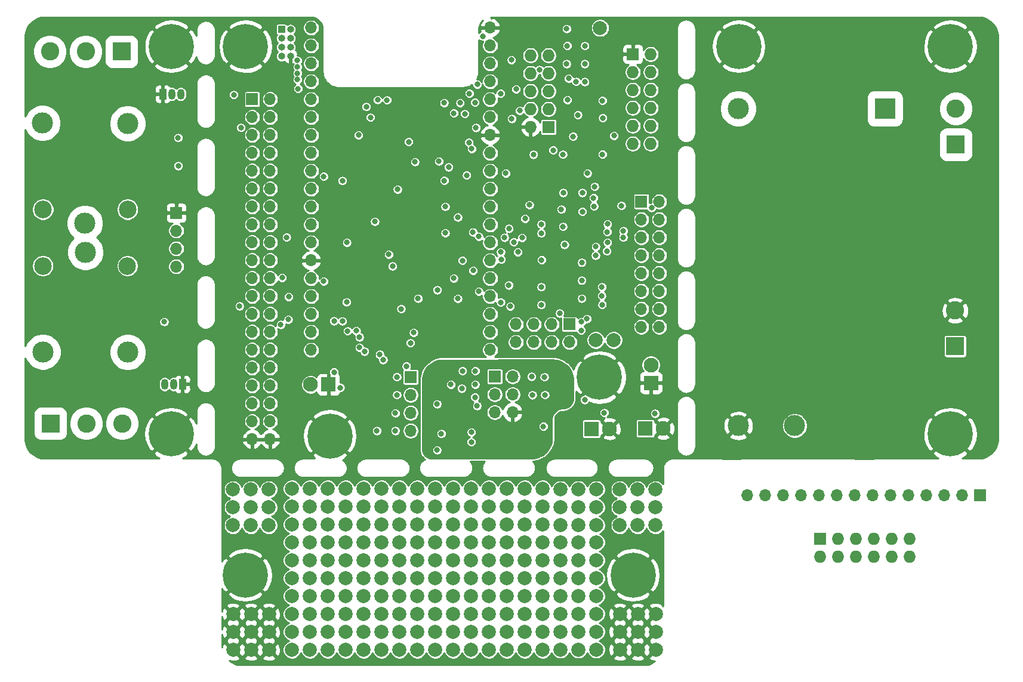
<source format=gbr>
G04 #@! TF.GenerationSoftware,KiCad,Pcbnew,(5.1.9)-1*
G04 #@! TF.CreationDate,2021-05-05T14:43:55+02:00*
G04 #@! TF.ProjectId,MTDevBoard,4d544465-7642-46f6-9172-642e6b696361,rev?*
G04 #@! TF.SameCoordinates,Original*
G04 #@! TF.FileFunction,Copper,L2,Inr*
G04 #@! TF.FilePolarity,Positive*
%FSLAX46Y46*%
G04 Gerber Fmt 4.6, Leading zero omitted, Abs format (unit mm)*
G04 Created by KiCad (PCBNEW (5.1.9)-1) date 2021-05-05 14:43:55*
%MOMM*%
%LPD*%
G01*
G04 APERTURE LIST*
G04 #@! TA.AperFunction,ComponentPad*
%ADD10O,1.727200X1.727200*%
G04 #@! TD*
G04 #@! TA.AperFunction,ComponentPad*
%ADD11R,1.727200X1.727200*%
G04 #@! TD*
G04 #@! TA.AperFunction,ComponentPad*
%ADD12O,1.000000X1.000000*%
G04 #@! TD*
G04 #@! TA.AperFunction,ComponentPad*
%ADD13R,1.000000X1.000000*%
G04 #@! TD*
G04 #@! TA.AperFunction,ComponentPad*
%ADD14C,1.998980*%
G04 #@! TD*
G04 #@! TA.AperFunction,ComponentPad*
%ADD15O,1.700000X1.700000*%
G04 #@! TD*
G04 #@! TA.AperFunction,ComponentPad*
%ADD16R,1.700000X1.700000*%
G04 #@! TD*
G04 #@! TA.AperFunction,ComponentPad*
%ADD17C,2.100000*%
G04 #@! TD*
G04 #@! TA.AperFunction,ComponentPad*
%ADD18R,2.100000X2.100000*%
G04 #@! TD*
G04 #@! TA.AperFunction,ComponentPad*
%ADD19C,6.400000*%
G04 #@! TD*
G04 #@! TA.AperFunction,ComponentPad*
%ADD20C,3.000000*%
G04 #@! TD*
G04 #@! TA.AperFunction,ComponentPad*
%ADD21C,2.500000*%
G04 #@! TD*
G04 #@! TA.AperFunction,ComponentPad*
%ADD22C,2.600000*%
G04 #@! TD*
G04 #@! TA.AperFunction,ComponentPad*
%ADD23R,2.600000X2.600000*%
G04 #@! TD*
G04 #@! TA.AperFunction,ComponentPad*
%ADD24O,1.050000X1.500000*%
G04 #@! TD*
G04 #@! TA.AperFunction,ComponentPad*
%ADD25R,1.050000X1.500000*%
G04 #@! TD*
G04 #@! TA.AperFunction,ComponentPad*
%ADD26R,3.000000X3.000000*%
G04 #@! TD*
G04 #@! TA.AperFunction,ViaPad*
%ADD27C,0.800000*%
G04 #@! TD*
G04 #@! TA.AperFunction,Conductor*
%ADD28C,0.254000*%
G04 #@! TD*
G04 #@! TA.AperFunction,Conductor*
%ADD29C,0.100000*%
G04 #@! TD*
G04 APERTURE END LIST*
D10*
X100030000Y-40570000D03*
X102570000Y-40570000D03*
X100030000Y-43110000D03*
X102570000Y-43110000D03*
X100030000Y-45650000D03*
X102570000Y-45650000D03*
X100030000Y-48190000D03*
X102570000Y-48190000D03*
X100030000Y-50730000D03*
D11*
X102570000Y-50730000D03*
D12*
X65960000Y-40680000D03*
X64690000Y-40680000D03*
X65960000Y-39410000D03*
X64690000Y-39410000D03*
X65960000Y-38140000D03*
X64690000Y-38140000D03*
X65960000Y-36870000D03*
D13*
X64690000Y-36870000D03*
D11*
X141100000Y-109200000D03*
D10*
X141100000Y-111740000D03*
X143640000Y-109200000D03*
X143640000Y-111740000D03*
X146180000Y-109200000D03*
X146180000Y-111740000D03*
X148720000Y-109200000D03*
X148720000Y-111740000D03*
X151260000Y-109200000D03*
X151260000Y-111740000D03*
X153800000Y-109200000D03*
X153800000Y-111740000D03*
D14*
X109900000Y-36670000D03*
D11*
X114530000Y-40390000D03*
D10*
X117070000Y-40390000D03*
X114530000Y-42930000D03*
X117070000Y-42930000D03*
X114530000Y-45470000D03*
X117070000Y-45470000D03*
X114530000Y-48010000D03*
X117070000Y-48010000D03*
X114530000Y-50550000D03*
X117070000Y-50550000D03*
X114530000Y-53090000D03*
X117070000Y-53090000D03*
D15*
X68900000Y-82360000D03*
X94300000Y-82360000D03*
X68900000Y-79820000D03*
X94300000Y-79820000D03*
X68900000Y-77280000D03*
X94300000Y-77280000D03*
X68900000Y-74740000D03*
X94300000Y-74740000D03*
X68900000Y-72200000D03*
X94300000Y-72200000D03*
X68900000Y-69660000D03*
X94300000Y-69660000D03*
X68900000Y-67120000D03*
X94300000Y-67120000D03*
X68900000Y-64580000D03*
X94300000Y-64580000D03*
X68900000Y-62040000D03*
X94300000Y-62040000D03*
X68900000Y-59500000D03*
X94300000Y-59500000D03*
X68900000Y-56960000D03*
X94300000Y-56960000D03*
X68900000Y-54420000D03*
X94300000Y-54420000D03*
X68900000Y-51880000D03*
X94300000Y-51880000D03*
X68900000Y-49340000D03*
X94300000Y-49340000D03*
X68900000Y-46800000D03*
X94300000Y-46800000D03*
X68900000Y-44260000D03*
X94300000Y-44260000D03*
X68900000Y-41720000D03*
X94300000Y-41720000D03*
X68900000Y-39180000D03*
X94300000Y-39180000D03*
X68900000Y-36640000D03*
X94300000Y-36640000D03*
D14*
X109272000Y-80960000D03*
X111812000Y-80960000D03*
D15*
X83020000Y-93820000D03*
X83020000Y-91280000D03*
X83020000Y-88740000D03*
D16*
X83020000Y-86200000D03*
D15*
X97480000Y-91210000D03*
X94940000Y-91210000D03*
X97480000Y-88670000D03*
X94940000Y-88670000D03*
X97480000Y-86130000D03*
D16*
X94940000Y-86130000D03*
D15*
X97940000Y-81260000D03*
X97940000Y-78720000D03*
X100480000Y-81260000D03*
X100480000Y-78720000D03*
X103020000Y-81260000D03*
X103020000Y-78720000D03*
X105560000Y-81260000D03*
D16*
X105560000Y-78720000D03*
D15*
X118280000Y-79080000D03*
X115740000Y-79080000D03*
X118280000Y-76540000D03*
X115740000Y-76540000D03*
X118280000Y-74000000D03*
X115740000Y-74000000D03*
X118280000Y-71460000D03*
X115740000Y-71460000D03*
X118280000Y-68920000D03*
X115740000Y-68920000D03*
X118280000Y-66380000D03*
X115740000Y-66380000D03*
X118280000Y-63840000D03*
X115740000Y-63840000D03*
X118280000Y-61300000D03*
D16*
X115740000Y-61300000D03*
D17*
X117120000Y-84490000D03*
D18*
X117120000Y-87030000D03*
D17*
X68820000Y-87270000D03*
D18*
X71360000Y-87270000D03*
D17*
X118850000Y-93510000D03*
D18*
X116310000Y-93510000D03*
D17*
X111216000Y-93544000D03*
D18*
X108676000Y-93544000D03*
D14*
X112702000Y-124910000D03*
X66182000Y-124910000D03*
X66182000Y-122370000D03*
X66182000Y-119830000D03*
X66182000Y-117290000D03*
X66182000Y-114750000D03*
X66182000Y-112210000D03*
X66182000Y-109670000D03*
X66182000Y-107130000D03*
X66182000Y-104590000D03*
X66182000Y-102050000D03*
X68722000Y-124910000D03*
X68722000Y-122370000D03*
X68722000Y-119830000D03*
X68722000Y-117290000D03*
X68722000Y-114750000D03*
X68722000Y-112210000D03*
X68722000Y-109670000D03*
X68722000Y-107130000D03*
X68722000Y-104590000D03*
X68722000Y-102050000D03*
X71262000Y-124910000D03*
X71262000Y-122370000D03*
X71262000Y-119830000D03*
X71262000Y-117290000D03*
X71262000Y-114750000D03*
X71262000Y-112210000D03*
X71262000Y-109670000D03*
X71262000Y-107130000D03*
X71262000Y-104590000D03*
X71262000Y-102050000D03*
X73802000Y-124910000D03*
X73802000Y-122370000D03*
X73802000Y-119830000D03*
X73802000Y-117290000D03*
X73802000Y-114750000D03*
X73802000Y-112210000D03*
X73802000Y-109670000D03*
X73802000Y-107130000D03*
X73802000Y-104590000D03*
X73802000Y-102050000D03*
X76342000Y-124910000D03*
X76342000Y-122370000D03*
X76342000Y-119830000D03*
X76342000Y-117290000D03*
X76342000Y-114750000D03*
X76342000Y-112210000D03*
X76342000Y-109670000D03*
X76342000Y-107130000D03*
X76342000Y-104590000D03*
X76342000Y-102050000D03*
X78882000Y-124910000D03*
X78882000Y-122370000D03*
X78882000Y-119830000D03*
X78882000Y-117290000D03*
X78882000Y-114750000D03*
X78882000Y-112210000D03*
X78882000Y-109670000D03*
X78882000Y-107130000D03*
X78882000Y-104590000D03*
X78882000Y-102050000D03*
X81422000Y-124910000D03*
X81422000Y-122370000D03*
X81422000Y-119830000D03*
X81422000Y-117290000D03*
X81422000Y-114750000D03*
X81422000Y-112210000D03*
X81422000Y-109670000D03*
X81422000Y-107130000D03*
X81422000Y-104590000D03*
X81422000Y-102050000D03*
X83962000Y-124910000D03*
X83962000Y-122370000D03*
X83962000Y-119830000D03*
X83962000Y-117290000D03*
X83962000Y-114750000D03*
X83962000Y-112210000D03*
X83962000Y-109670000D03*
X83962000Y-107130000D03*
X83962000Y-104590000D03*
X83962000Y-102050000D03*
X86502000Y-124910000D03*
X86502000Y-122370000D03*
X86502000Y-119830000D03*
X86502000Y-117290000D03*
X86502000Y-114750000D03*
X86502000Y-112210000D03*
X86502000Y-109670000D03*
X86502000Y-107130000D03*
X86502000Y-104590000D03*
X86502000Y-102050000D03*
X89042000Y-124910000D03*
X89042000Y-122370000D03*
X89042000Y-119830000D03*
X89042000Y-117290000D03*
X89042000Y-114750000D03*
X89042000Y-112210000D03*
X89042000Y-109670000D03*
X89042000Y-107130000D03*
X89042000Y-104590000D03*
X89042000Y-102050000D03*
X91582000Y-124910000D03*
X91582000Y-122370000D03*
X91582000Y-119830000D03*
X91582000Y-117290000D03*
X91582000Y-114750000D03*
X91582000Y-112210000D03*
X91582000Y-109670000D03*
X91582000Y-107130000D03*
X91582000Y-104590000D03*
X91582000Y-102050000D03*
X94122000Y-124910000D03*
X94122000Y-122370000D03*
X94122000Y-119830000D03*
X94122000Y-117290000D03*
X94122000Y-114750000D03*
X94122000Y-112210000D03*
X94122000Y-109670000D03*
X94122000Y-107130000D03*
X94122000Y-104590000D03*
X94122000Y-102050000D03*
X96662000Y-124910000D03*
X96662000Y-122370000D03*
X96662000Y-119830000D03*
X96662000Y-117290000D03*
X96662000Y-114750000D03*
X96662000Y-112210000D03*
X96662000Y-109670000D03*
X96662000Y-107130000D03*
X96662000Y-104590000D03*
X96662000Y-102050000D03*
X99202000Y-124910000D03*
X99202000Y-122370000D03*
X99202000Y-119830000D03*
X99202000Y-117290000D03*
X99202000Y-114750000D03*
X99202000Y-112210000D03*
X99202000Y-109670000D03*
X99202000Y-107130000D03*
X99202000Y-104590000D03*
X99202000Y-102050000D03*
X101742000Y-124910000D03*
X101742000Y-122370000D03*
X101742000Y-119830000D03*
X101742000Y-117290000D03*
X101742000Y-114750000D03*
X101742000Y-112210000D03*
X101742000Y-109670000D03*
X101742000Y-107130000D03*
X101742000Y-104590000D03*
X101742000Y-102050000D03*
X104282000Y-117290000D03*
X104282000Y-114750000D03*
X104282000Y-112210000D03*
X104282000Y-109670000D03*
X106822000Y-117290000D03*
X106822000Y-114750000D03*
X106822000Y-112210000D03*
X106822000Y-109670000D03*
X109362000Y-117290000D03*
X109362000Y-114750000D03*
X109362000Y-112210000D03*
X109362000Y-109670000D03*
X112702000Y-122370000D03*
X112702000Y-119830000D03*
X115242000Y-124910000D03*
X115242000Y-122370000D03*
X115242000Y-119830000D03*
X117782000Y-124910000D03*
X117782000Y-122370000D03*
X117782000Y-119830000D03*
X112672000Y-102170000D03*
X109372000Y-104690000D03*
X109372000Y-107230000D03*
X109372000Y-102150000D03*
X106832000Y-102150000D03*
X106832000Y-104690000D03*
X106832000Y-107230000D03*
X104292000Y-107230000D03*
X104292000Y-102150000D03*
X104292000Y-104690000D03*
X109352000Y-119810000D03*
X109352000Y-124890000D03*
X109352000Y-122350000D03*
X106812000Y-122350000D03*
X106812000Y-119810000D03*
X106812000Y-124890000D03*
X104272000Y-122350000D03*
X104272000Y-119810000D03*
X104272000Y-124890000D03*
X62918000Y-124910000D03*
X60378000Y-119830000D03*
X60378000Y-122370000D03*
X62918000Y-122370000D03*
X60378000Y-124910000D03*
X62918000Y-119830000D03*
X57838000Y-119830000D03*
X57838000Y-122370000D03*
X57808000Y-102170000D03*
X57838000Y-124910000D03*
X115212000Y-102170000D03*
X117752000Y-102170000D03*
X112672000Y-104710000D03*
X115212000Y-104710000D03*
X117752000Y-104710000D03*
X112672000Y-107250000D03*
X115212000Y-107250000D03*
X117752000Y-107250000D03*
X60348000Y-102170000D03*
X62888000Y-102170000D03*
X57808000Y-104710000D03*
X60348000Y-104710000D03*
X62888000Y-104710000D03*
X57808000Y-107250000D03*
X60348000Y-107250000D03*
X62888000Y-107250000D03*
D15*
X63080000Y-95050000D03*
X60540000Y-95050000D03*
X63080000Y-92510000D03*
X60540000Y-92510000D03*
X63080000Y-89970000D03*
X60540000Y-89970000D03*
X63080000Y-87430000D03*
X60540000Y-87430000D03*
X63080000Y-84890000D03*
X60540000Y-84890000D03*
X63080000Y-82350000D03*
X60540000Y-82350000D03*
X63080000Y-79810000D03*
X60540000Y-79810000D03*
X63080000Y-77270000D03*
X60540000Y-77270000D03*
X63080000Y-74730000D03*
X60540000Y-74730000D03*
X63080000Y-72190000D03*
X60540000Y-72190000D03*
X63080000Y-69650000D03*
X60540000Y-69650000D03*
X63080000Y-67110000D03*
X60540000Y-67110000D03*
X63080000Y-64570000D03*
X60540000Y-64570000D03*
X63080000Y-62030000D03*
X60540000Y-62030000D03*
X63080000Y-59490000D03*
X60540000Y-59490000D03*
X63080000Y-56950000D03*
X60540000Y-56950000D03*
X63080000Y-54410000D03*
X60540000Y-54410000D03*
X63080000Y-51870000D03*
X60540000Y-51870000D03*
X63080000Y-49330000D03*
X60540000Y-49330000D03*
X63080000Y-46790000D03*
D16*
X60540000Y-46790000D03*
D19*
X109810000Y-86250000D03*
X71570000Y-94560000D03*
D20*
X36890000Y-68480000D03*
D21*
X42840000Y-70430000D03*
D20*
X42890000Y-82680000D03*
X30840000Y-82630000D03*
D21*
X30840000Y-70430000D03*
D15*
X49770000Y-70510000D03*
X49770000Y-67970000D03*
X49770000Y-65430000D03*
D16*
X49770000Y-62890000D03*
D22*
X31846000Y-40014000D03*
X36926000Y-40014000D03*
D23*
X42006000Y-40014000D03*
D19*
X59570000Y-114290000D03*
D22*
X160260000Y-76760000D03*
D23*
X160260000Y-81840000D03*
D19*
X114570000Y-114290000D03*
D24*
X49136000Y-46054000D03*
X50406000Y-46054000D03*
D25*
X47866000Y-46054000D03*
D19*
X49040000Y-94280000D03*
X49070000Y-39290000D03*
X159570000Y-39290000D03*
X159570000Y-94290000D03*
X59600000Y-39300000D03*
X129570000Y-39290000D03*
D25*
X50660000Y-87230000D03*
D24*
X48120000Y-87230000D03*
X49390000Y-87230000D03*
D26*
X150300000Y-48100000D03*
D20*
X137500000Y-93100000D03*
X129500000Y-48100000D03*
X129500000Y-93100000D03*
X36810000Y-64370000D03*
D21*
X30860000Y-62420000D03*
D20*
X30810000Y-50170000D03*
X42860000Y-50220000D03*
D21*
X42860000Y-62420000D03*
D22*
X160350000Y-48120000D03*
D23*
X160350000Y-53200000D03*
D22*
X42084000Y-92796000D03*
X37004000Y-92796000D03*
D23*
X31924000Y-92796000D03*
D15*
X130805000Y-102962000D03*
X133345000Y-102962000D03*
X135885000Y-102962000D03*
X138425000Y-102962000D03*
X140965000Y-102962000D03*
X143505000Y-102962000D03*
X146045000Y-102962000D03*
X148585000Y-102962000D03*
X151125000Y-102962000D03*
X153665000Y-102962000D03*
X156205000Y-102962000D03*
X158745000Y-102962000D03*
X161285000Y-102962000D03*
D16*
X163825000Y-102962000D03*
D27*
X50030000Y-52250000D03*
X107720000Y-89430000D03*
X50050000Y-56240000D03*
X48060000Y-78360000D03*
X101630000Y-70740010D03*
X74220000Y-84400000D03*
X104050000Y-96040000D03*
X86765000Y-96560010D03*
X74252504Y-90479996D03*
X92280000Y-50820000D03*
X107370000Y-60050000D03*
X93240000Y-37860000D03*
X110240000Y-54600000D03*
X81070010Y-86190000D03*
X81160000Y-59570000D03*
X96520000Y-57290000D03*
X107370000Y-62720000D03*
X95800000Y-68460000D03*
X78230000Y-93830000D03*
X107730000Y-39210000D03*
X110220000Y-46990000D03*
X79920000Y-68800010D03*
X108100000Y-57280000D03*
X97310000Y-41200000D03*
X97140000Y-76180000D03*
X97640000Y-67050000D03*
X111860000Y-51950000D03*
X107730000Y-41760000D03*
X101294670Y-42600053D03*
X81070010Y-88740000D03*
X81670010Y-76530000D03*
X80840000Y-91310000D03*
X110270000Y-49430000D03*
X107730000Y-44310000D03*
X109108267Y-59191733D03*
X103230000Y-54020000D03*
X80450010Y-70470000D03*
X58950000Y-50810000D03*
X100450000Y-54630000D03*
X87040000Y-55580000D03*
X86800001Y-73850011D03*
X96330000Y-66400010D03*
X87929987Y-62010000D03*
X97360000Y-49550000D03*
X87929987Y-65759987D03*
X117690000Y-91380000D03*
X101854000Y-93218000D03*
X101600000Y-69596000D03*
X92140000Y-89060000D03*
X110490000Y-91279821D03*
X107310000Y-69950000D03*
X107300000Y-72490000D03*
X107300000Y-75050000D03*
X97980000Y-45350000D03*
X79660000Y-46910000D03*
X79119990Y-83755413D03*
X78327553Y-46862447D03*
X78626134Y-83002998D03*
X77320032Y-49370032D03*
X76486991Y-82569990D03*
X76730000Y-47850000D03*
X75750021Y-82019990D03*
X72149998Y-78250000D03*
X75624979Y-51880000D03*
X75750021Y-80550000D03*
X65661880Y-78038892D03*
X64586000Y-78763902D03*
X65710000Y-74820000D03*
X105140000Y-36780000D03*
X104660000Y-60053416D03*
X104610000Y-54619998D03*
X89709998Y-63529990D03*
X84075000Y-75050023D03*
X82420000Y-84670000D03*
X89710000Y-75080000D03*
X105240000Y-39190000D03*
X104390000Y-62410000D03*
X80830000Y-93830000D03*
X77940000Y-64129999D03*
X105260010Y-46870000D03*
X72145006Y-85514994D03*
X64780000Y-72100000D03*
X96930000Y-73170000D03*
X96970000Y-65140000D03*
X104619990Y-64860000D03*
X105130000Y-41760000D03*
X106054272Y-52054272D03*
X95800000Y-75600000D03*
X95858818Y-69522069D03*
X104860000Y-67420000D03*
X106740000Y-49010000D03*
X73970000Y-67119990D03*
X73040000Y-87700000D03*
X73939989Y-75560011D03*
X105430000Y-43832899D03*
X73330000Y-58350000D03*
X73329998Y-78270000D03*
X58740000Y-76140000D03*
X57920000Y-46150000D03*
X70680000Y-57730000D03*
X70680000Y-72619977D03*
X88410000Y-56410010D03*
X83441816Y-79899568D03*
X83632737Y-55670000D03*
X82980000Y-81370000D03*
X82730000Y-52830000D03*
X65420000Y-66370000D03*
X89129998Y-72200000D03*
X89140000Y-48770000D03*
X90350000Y-69670000D03*
X90030000Y-47310000D03*
X102400000Y-96060000D03*
X86770000Y-87820000D03*
X91750000Y-91580010D03*
X105252464Y-88961122D03*
X92430000Y-90290000D03*
X92175000Y-87259976D03*
X92200000Y-85330000D03*
X98220000Y-68460000D03*
X101550000Y-75960000D03*
X110850000Y-68340000D03*
X100290000Y-88750000D03*
X100167500Y-86130000D03*
X90375000Y-85330000D03*
X101992500Y-86200000D03*
X86765000Y-90037500D03*
X90280000Y-87820000D03*
X88735000Y-87260000D03*
X102070000Y-88740000D03*
X91640000Y-94030000D03*
X91620000Y-95410000D03*
X99870000Y-61770000D03*
X99240000Y-63720000D03*
X101550000Y-73420000D03*
X98820002Y-66430000D03*
X109260000Y-68950000D03*
X109024980Y-61973417D03*
X112910000Y-61890000D03*
X117200000Y-62189999D03*
X108970000Y-60790000D03*
X109280000Y-67690000D03*
X113182386Y-65473843D03*
X113170002Y-66390000D03*
X110950000Y-64490000D03*
X110910000Y-65610000D03*
X110950000Y-67100000D03*
X110150000Y-73420000D03*
X110130000Y-74680000D03*
X110190000Y-75950000D03*
X101550000Y-65800000D03*
X107232420Y-78379813D03*
X92690000Y-66260000D03*
X92690000Y-74050000D03*
X101550000Y-64530000D03*
X108020000Y-77930000D03*
X91880000Y-71090000D03*
X91860000Y-65650000D03*
X104170000Y-77150000D03*
X74060000Y-79680000D03*
X75310000Y-79650000D03*
X107210011Y-79579835D03*
X87361667Y-94245235D03*
X106480000Y-44290000D03*
X66969990Y-42179963D03*
X95780000Y-45970000D03*
X92464647Y-44684647D03*
X98490000Y-48400000D03*
X91290000Y-52910000D03*
X91344365Y-45960021D03*
X66969990Y-41279950D03*
X91680000Y-53820000D03*
X92130690Y-47230408D03*
X66969990Y-43079976D03*
X90966706Y-57570000D03*
X90690000Y-48860000D03*
X66969990Y-43979989D03*
X87790000Y-58320000D03*
X87770000Y-47290000D03*
X67044457Y-45290011D03*
D28*
X68832737Y-35151995D02*
X69169768Y-35185042D01*
X69477361Y-35277908D01*
X69761057Y-35428753D01*
X70010048Y-35631826D01*
X70214855Y-35879393D01*
X70367674Y-36162028D01*
X70462686Y-36468961D01*
X70498000Y-36804954D01*
X70498001Y-42817292D01*
X70499584Y-42833368D01*
X70499497Y-42845866D01*
X70499977Y-42850757D01*
X70540778Y-43238950D01*
X70547193Y-43270203D01*
X70553171Y-43301540D01*
X70554592Y-43306245D01*
X70670016Y-43679120D01*
X70682363Y-43708491D01*
X70694330Y-43738111D01*
X70696638Y-43742450D01*
X70882289Y-44085806D01*
X70900126Y-44112250D01*
X70917598Y-44138951D01*
X70920705Y-44142760D01*
X71169512Y-44443514D01*
X71192106Y-44465951D01*
X71214470Y-44488789D01*
X71218258Y-44491921D01*
X71520742Y-44738622D01*
X71547307Y-44756272D01*
X71573639Y-44774302D01*
X71577958Y-44776636D01*
X71577962Y-44776639D01*
X71577966Y-44776641D01*
X71922604Y-44959889D01*
X71952102Y-44972047D01*
X71981425Y-44984615D01*
X71986120Y-44986069D01*
X72359792Y-45098886D01*
X72391038Y-45105073D01*
X72422293Y-45111717D01*
X72427180Y-45112230D01*
X72427182Y-45112230D01*
X72815436Y-45150299D01*
X72832708Y-45152000D01*
X90367292Y-45152000D01*
X90383378Y-45150416D01*
X90395866Y-45150503D01*
X90400757Y-45150023D01*
X90788950Y-45109222D01*
X90820203Y-45102807D01*
X90851540Y-45096829D01*
X90856245Y-45095408D01*
X91229120Y-44979984D01*
X91258491Y-44967637D01*
X91288111Y-44955670D01*
X91292450Y-44953362D01*
X91635806Y-44767711D01*
X91662250Y-44749874D01*
X91688951Y-44732402D01*
X91692760Y-44729295D01*
X91737647Y-44692161D01*
X91737647Y-44756250D01*
X91765585Y-44896705D01*
X91820388Y-45029011D01*
X91899949Y-45148083D01*
X92001211Y-45249345D01*
X92120283Y-45328906D01*
X92252589Y-45383709D01*
X92393044Y-45411647D01*
X92536250Y-45411647D01*
X92676705Y-45383709D01*
X92809011Y-45328906D01*
X92928083Y-45249345D01*
X93029345Y-45148083D01*
X93108906Y-45029011D01*
X93163709Y-44896705D01*
X93191647Y-44756250D01*
X93191647Y-44659849D01*
X93256956Y-44817519D01*
X93385764Y-45010294D01*
X93549706Y-45174236D01*
X93742481Y-45303044D01*
X93956682Y-45391769D01*
X94184076Y-45437000D01*
X94415924Y-45437000D01*
X94643318Y-45391769D01*
X94857519Y-45303044D01*
X95050294Y-45174236D01*
X95214236Y-45010294D01*
X95343044Y-44817519D01*
X95431769Y-44603318D01*
X95477000Y-44375924D01*
X95477000Y-44144076D01*
X95431769Y-43916682D01*
X95343044Y-43702481D01*
X95214236Y-43509706D01*
X95050294Y-43345764D01*
X94857519Y-43216956D01*
X94643318Y-43128231D01*
X94415924Y-43083000D01*
X94184076Y-43083000D01*
X93956682Y-43128231D01*
X93742481Y-43216956D01*
X93549706Y-43345764D01*
X93385764Y-43509706D01*
X93256956Y-43702481D01*
X93168231Y-43916682D01*
X93123000Y-44144076D01*
X93123000Y-44374309D01*
X93108906Y-44340283D01*
X93029345Y-44221211D01*
X92928083Y-44119949D01*
X92809011Y-44040388D01*
X92676705Y-43985585D01*
X92536250Y-43957647D01*
X92393044Y-43957647D01*
X92386801Y-43958889D01*
X92509889Y-43727396D01*
X92522047Y-43697898D01*
X92534615Y-43668575D01*
X92536069Y-43663880D01*
X92648886Y-43290208D01*
X92655073Y-43258962D01*
X92661717Y-43227707D01*
X92662230Y-43222818D01*
X92684789Y-42992736D01*
X98839400Y-42992736D01*
X98839400Y-43227264D01*
X98885154Y-43457285D01*
X98974904Y-43673961D01*
X99105200Y-43868963D01*
X99271037Y-44034800D01*
X99466039Y-44165096D01*
X99682715Y-44254846D01*
X99912736Y-44300600D01*
X100147264Y-44300600D01*
X100377285Y-44254846D01*
X100593961Y-44165096D01*
X100788963Y-44034800D01*
X100954800Y-43868963D01*
X101085096Y-43673961D01*
X101174846Y-43457285D01*
X101201600Y-43322783D01*
X101223067Y-43327053D01*
X101366273Y-43327053D01*
X101397994Y-43320743D01*
X101425154Y-43457285D01*
X101514904Y-43673961D01*
X101645200Y-43868963D01*
X101811037Y-44034800D01*
X102006039Y-44165096D01*
X102222715Y-44254846D01*
X102452736Y-44300600D01*
X102687264Y-44300600D01*
X102917285Y-44254846D01*
X103133961Y-44165096D01*
X103328963Y-44034800D01*
X103494800Y-43868963D01*
X103566740Y-43761296D01*
X104703000Y-43761296D01*
X104703000Y-43904502D01*
X104730938Y-44044957D01*
X104785741Y-44177263D01*
X104865302Y-44296335D01*
X104966564Y-44397597D01*
X105085636Y-44477158D01*
X105217942Y-44531961D01*
X105358397Y-44559899D01*
X105501603Y-44559899D01*
X105642058Y-44531961D01*
X105774364Y-44477158D01*
X105775795Y-44476202D01*
X105780938Y-44502058D01*
X105835741Y-44634364D01*
X105915302Y-44753436D01*
X106016564Y-44854698D01*
X106135636Y-44934259D01*
X106267942Y-44989062D01*
X106408397Y-45017000D01*
X106551603Y-45017000D01*
X106692058Y-44989062D01*
X106824364Y-44934259D01*
X106943436Y-44854698D01*
X107044698Y-44753436D01*
X107098318Y-44673187D01*
X107165302Y-44773436D01*
X107266564Y-44874698D01*
X107385636Y-44954259D01*
X107517942Y-45009062D01*
X107658397Y-45037000D01*
X107801603Y-45037000D01*
X107942058Y-45009062D01*
X108074364Y-44954259D01*
X108193436Y-44874698D01*
X108294698Y-44773436D01*
X108374259Y-44654364D01*
X108429062Y-44522058D01*
X108457000Y-44381603D01*
X108457000Y-44238397D01*
X108429062Y-44097942D01*
X108374259Y-43965636D01*
X108294698Y-43846564D01*
X108193436Y-43745302D01*
X108074364Y-43665741D01*
X107942058Y-43610938D01*
X107801603Y-43583000D01*
X107658397Y-43583000D01*
X107517942Y-43610938D01*
X107385636Y-43665741D01*
X107266564Y-43745302D01*
X107165302Y-43846564D01*
X107111682Y-43926813D01*
X107044698Y-43826564D01*
X106943436Y-43725302D01*
X106824364Y-43645741D01*
X106692058Y-43590938D01*
X106551603Y-43563000D01*
X106408397Y-43563000D01*
X106267942Y-43590938D01*
X106135636Y-43645741D01*
X106134205Y-43646697D01*
X106129062Y-43620841D01*
X106074259Y-43488535D01*
X105994698Y-43369463D01*
X105893436Y-43268201D01*
X105774364Y-43188640D01*
X105642058Y-43133837D01*
X105501603Y-43105899D01*
X105358397Y-43105899D01*
X105217942Y-43133837D01*
X105085636Y-43188640D01*
X104966564Y-43268201D01*
X104865302Y-43369463D01*
X104785741Y-43488535D01*
X104730938Y-43620841D01*
X104703000Y-43761296D01*
X103566740Y-43761296D01*
X103625096Y-43673961D01*
X103714846Y-43457285D01*
X103760600Y-43227264D01*
X103760600Y-42992736D01*
X103714846Y-42762715D01*
X103625096Y-42546039D01*
X103494800Y-42351037D01*
X103328963Y-42185200D01*
X103133961Y-42054904D01*
X102917285Y-41965154D01*
X102687264Y-41919400D01*
X102452736Y-41919400D01*
X102222715Y-41965154D01*
X102006039Y-42054904D01*
X101866893Y-42147878D01*
X101859368Y-42136617D01*
X101758106Y-42035355D01*
X101639034Y-41955794D01*
X101506728Y-41900991D01*
X101366273Y-41873053D01*
X101223067Y-41873053D01*
X101082612Y-41900991D01*
X100950306Y-41955794D01*
X100831234Y-42035355D01*
X100729972Y-42136617D01*
X100725738Y-42142954D01*
X100593961Y-42054904D01*
X100377285Y-41965154D01*
X100147264Y-41919400D01*
X99912736Y-41919400D01*
X99682715Y-41965154D01*
X99466039Y-42054904D01*
X99271037Y-42185200D01*
X99105200Y-42351037D01*
X98974904Y-42546039D01*
X98885154Y-42762715D01*
X98839400Y-42992736D01*
X92684789Y-42992736D01*
X92700320Y-42834349D01*
X92702000Y-42817292D01*
X92702000Y-41604076D01*
X93123000Y-41604076D01*
X93123000Y-41835924D01*
X93168231Y-42063318D01*
X93256956Y-42277519D01*
X93385764Y-42470294D01*
X93549706Y-42634236D01*
X93742481Y-42763044D01*
X93956682Y-42851769D01*
X94184076Y-42897000D01*
X94415924Y-42897000D01*
X94643318Y-42851769D01*
X94857519Y-42763044D01*
X95050294Y-42634236D01*
X95214236Y-42470294D01*
X95343044Y-42277519D01*
X95431769Y-42063318D01*
X95477000Y-41835924D01*
X95477000Y-41604076D01*
X95431769Y-41376682D01*
X95343044Y-41162481D01*
X95320270Y-41128397D01*
X96583000Y-41128397D01*
X96583000Y-41271603D01*
X96610938Y-41412058D01*
X96665741Y-41544364D01*
X96745302Y-41663436D01*
X96846564Y-41764698D01*
X96965636Y-41844259D01*
X97097942Y-41899062D01*
X97238397Y-41927000D01*
X97381603Y-41927000D01*
X97522058Y-41899062D01*
X97654364Y-41844259D01*
X97773436Y-41764698D01*
X97874698Y-41663436D01*
X97954259Y-41544364D01*
X98009062Y-41412058D01*
X98037000Y-41271603D01*
X98037000Y-41128397D01*
X98009062Y-40987942D01*
X97954259Y-40855636D01*
X97874698Y-40736564D01*
X97773436Y-40635302D01*
X97654364Y-40555741D01*
X97522058Y-40500938D01*
X97381603Y-40473000D01*
X97238397Y-40473000D01*
X97097942Y-40500938D01*
X96965636Y-40555741D01*
X96846564Y-40635302D01*
X96745302Y-40736564D01*
X96665741Y-40855636D01*
X96610938Y-40987942D01*
X96583000Y-41128397D01*
X95320270Y-41128397D01*
X95214236Y-40969706D01*
X95050294Y-40805764D01*
X94857519Y-40676956D01*
X94643318Y-40588231D01*
X94415924Y-40543000D01*
X94184076Y-40543000D01*
X93956682Y-40588231D01*
X93742481Y-40676956D01*
X93549706Y-40805764D01*
X93385764Y-40969706D01*
X93256956Y-41162481D01*
X93168231Y-41376682D01*
X93123000Y-41604076D01*
X92702000Y-41604076D01*
X92702000Y-40452736D01*
X98839400Y-40452736D01*
X98839400Y-40687264D01*
X98885154Y-40917285D01*
X98974904Y-41133961D01*
X99105200Y-41328963D01*
X99271037Y-41494800D01*
X99466039Y-41625096D01*
X99682715Y-41714846D01*
X99912736Y-41760600D01*
X100147264Y-41760600D01*
X100377285Y-41714846D01*
X100593961Y-41625096D01*
X100788963Y-41494800D01*
X100954800Y-41328963D01*
X101085096Y-41133961D01*
X101174846Y-40917285D01*
X101220600Y-40687264D01*
X101220600Y-40452736D01*
X101379400Y-40452736D01*
X101379400Y-40687264D01*
X101425154Y-40917285D01*
X101514904Y-41133961D01*
X101645200Y-41328963D01*
X101811037Y-41494800D01*
X102006039Y-41625096D01*
X102222715Y-41714846D01*
X102452736Y-41760600D01*
X102687264Y-41760600D01*
X102917285Y-41714846D01*
X102981138Y-41688397D01*
X104403000Y-41688397D01*
X104403000Y-41831603D01*
X104430938Y-41972058D01*
X104485741Y-42104364D01*
X104565302Y-42223436D01*
X104666564Y-42324698D01*
X104785636Y-42404259D01*
X104917942Y-42459062D01*
X105058397Y-42487000D01*
X105201603Y-42487000D01*
X105342058Y-42459062D01*
X105474364Y-42404259D01*
X105593436Y-42324698D01*
X105694698Y-42223436D01*
X105774259Y-42104364D01*
X105829062Y-41972058D01*
X105857000Y-41831603D01*
X105857000Y-41688397D01*
X107003000Y-41688397D01*
X107003000Y-41831603D01*
X107030938Y-41972058D01*
X107085741Y-42104364D01*
X107165302Y-42223436D01*
X107266564Y-42324698D01*
X107385636Y-42404259D01*
X107517942Y-42459062D01*
X107658397Y-42487000D01*
X107801603Y-42487000D01*
X107942058Y-42459062D01*
X108074364Y-42404259D01*
X108193436Y-42324698D01*
X108294698Y-42223436D01*
X108374259Y-42104364D01*
X108429062Y-41972058D01*
X108457000Y-41831603D01*
X108457000Y-41688397D01*
X108429062Y-41547942D01*
X108374259Y-41415636D01*
X108294698Y-41296564D01*
X108251734Y-41253600D01*
X113028328Y-41253600D01*
X113040588Y-41378082D01*
X113076898Y-41497780D01*
X113135863Y-41608094D01*
X113215215Y-41704785D01*
X113311906Y-41784137D01*
X113422220Y-41843102D01*
X113541918Y-41879412D01*
X113666400Y-41891672D01*
X113943146Y-41890201D01*
X113771037Y-42005200D01*
X113605200Y-42171037D01*
X113474904Y-42366039D01*
X113385154Y-42582715D01*
X113339400Y-42812736D01*
X113339400Y-43047264D01*
X113385154Y-43277285D01*
X113474904Y-43493961D01*
X113605200Y-43688963D01*
X113771037Y-43854800D01*
X113966039Y-43985096D01*
X114182715Y-44074846D01*
X114412736Y-44120600D01*
X114647264Y-44120600D01*
X114877285Y-44074846D01*
X115093961Y-43985096D01*
X115288963Y-43854800D01*
X115454800Y-43688963D01*
X115585096Y-43493961D01*
X115674846Y-43277285D01*
X115720600Y-43047264D01*
X115720600Y-42812736D01*
X115879400Y-42812736D01*
X115879400Y-43047264D01*
X115925154Y-43277285D01*
X116014904Y-43493961D01*
X116145200Y-43688963D01*
X116311037Y-43854800D01*
X116506039Y-43985096D01*
X116722715Y-44074846D01*
X116952736Y-44120600D01*
X117187264Y-44120600D01*
X117417285Y-44074846D01*
X117633961Y-43985096D01*
X117828963Y-43854800D01*
X117994800Y-43688963D01*
X118125096Y-43493961D01*
X118214846Y-43277285D01*
X118260600Y-43047264D01*
X118260600Y-42812736D01*
X118214846Y-42582715D01*
X118125096Y-42366039D01*
X117994800Y-42171037D01*
X117828963Y-42005200D01*
X117633961Y-41874904D01*
X117417285Y-41785154D01*
X117187264Y-41739400D01*
X116952736Y-41739400D01*
X116722715Y-41785154D01*
X116506039Y-41874904D01*
X116311037Y-42005200D01*
X116145200Y-42171037D01*
X116014904Y-42366039D01*
X115925154Y-42582715D01*
X115879400Y-42812736D01*
X115720600Y-42812736D01*
X115674846Y-42582715D01*
X115585096Y-42366039D01*
X115454800Y-42171037D01*
X115288963Y-42005200D01*
X115116854Y-41890201D01*
X115393600Y-41891672D01*
X115518082Y-41879412D01*
X115637780Y-41843102D01*
X115748094Y-41784137D01*
X115844785Y-41704785D01*
X115924137Y-41608094D01*
X115983102Y-41497780D01*
X116019412Y-41378082D01*
X116031672Y-41253600D01*
X116030201Y-40976854D01*
X116145200Y-41148963D01*
X116311037Y-41314800D01*
X116506039Y-41445096D01*
X116722715Y-41534846D01*
X116952736Y-41580600D01*
X117187264Y-41580600D01*
X117417285Y-41534846D01*
X117633961Y-41445096D01*
X117828963Y-41314800D01*
X117994800Y-41148963D01*
X118125096Y-40953961D01*
X118214846Y-40737285D01*
X118260600Y-40507264D01*
X118260600Y-40272736D01*
X118214846Y-40042715D01*
X118125096Y-39826039D01*
X117994800Y-39631037D01*
X117828963Y-39465200D01*
X117633961Y-39334904D01*
X117417285Y-39245154D01*
X117187264Y-39199400D01*
X116952736Y-39199400D01*
X116722715Y-39245154D01*
X116506039Y-39334904D01*
X116311037Y-39465200D01*
X116145200Y-39631037D01*
X116030201Y-39803146D01*
X116031672Y-39526400D01*
X116019412Y-39401918D01*
X115983102Y-39282220D01*
X115924137Y-39171906D01*
X115844785Y-39075215D01*
X115748094Y-38995863D01*
X115637780Y-38936898D01*
X115518082Y-38900588D01*
X115393600Y-38888328D01*
X114815750Y-38891400D01*
X114657000Y-39050150D01*
X114657000Y-40263000D01*
X114677000Y-40263000D01*
X114677000Y-40517000D01*
X114657000Y-40517000D01*
X114657000Y-40537000D01*
X114403000Y-40537000D01*
X114403000Y-40517000D01*
X113190150Y-40517000D01*
X113031400Y-40675750D01*
X113028328Y-41253600D01*
X108251734Y-41253600D01*
X108193436Y-41195302D01*
X108074364Y-41115741D01*
X107942058Y-41060938D01*
X107801603Y-41033000D01*
X107658397Y-41033000D01*
X107517942Y-41060938D01*
X107385636Y-41115741D01*
X107266564Y-41195302D01*
X107165302Y-41296564D01*
X107085741Y-41415636D01*
X107030938Y-41547942D01*
X107003000Y-41688397D01*
X105857000Y-41688397D01*
X105829062Y-41547942D01*
X105774259Y-41415636D01*
X105694698Y-41296564D01*
X105593436Y-41195302D01*
X105474364Y-41115741D01*
X105342058Y-41060938D01*
X105201603Y-41033000D01*
X105058397Y-41033000D01*
X104917942Y-41060938D01*
X104785636Y-41115741D01*
X104666564Y-41195302D01*
X104565302Y-41296564D01*
X104485741Y-41415636D01*
X104430938Y-41547942D01*
X104403000Y-41688397D01*
X102981138Y-41688397D01*
X103133961Y-41625096D01*
X103328963Y-41494800D01*
X103494800Y-41328963D01*
X103625096Y-41133961D01*
X103714846Y-40917285D01*
X103760600Y-40687264D01*
X103760600Y-40452736D01*
X103714846Y-40222715D01*
X103625096Y-40006039D01*
X103494800Y-39811037D01*
X103328963Y-39645200D01*
X103133961Y-39514904D01*
X102917285Y-39425154D01*
X102687264Y-39379400D01*
X102452736Y-39379400D01*
X102222715Y-39425154D01*
X102006039Y-39514904D01*
X101811037Y-39645200D01*
X101645200Y-39811037D01*
X101514904Y-40006039D01*
X101425154Y-40222715D01*
X101379400Y-40452736D01*
X101220600Y-40452736D01*
X101174846Y-40222715D01*
X101085096Y-40006039D01*
X100954800Y-39811037D01*
X100788963Y-39645200D01*
X100593961Y-39514904D01*
X100377285Y-39425154D01*
X100147264Y-39379400D01*
X99912736Y-39379400D01*
X99682715Y-39425154D01*
X99466039Y-39514904D01*
X99271037Y-39645200D01*
X99105200Y-39811037D01*
X98974904Y-40006039D01*
X98885154Y-40222715D01*
X98839400Y-40452736D01*
X92702000Y-40452736D01*
X92702000Y-38350134D01*
X92776564Y-38424698D01*
X92895636Y-38504259D01*
X93027942Y-38559062D01*
X93168397Y-38587000D01*
X93280664Y-38587000D01*
X93256956Y-38622481D01*
X93168231Y-38836682D01*
X93123000Y-39064076D01*
X93123000Y-39295924D01*
X93168231Y-39523318D01*
X93256956Y-39737519D01*
X93385764Y-39930294D01*
X93549706Y-40094236D01*
X93742481Y-40223044D01*
X93956682Y-40311769D01*
X94184076Y-40357000D01*
X94415924Y-40357000D01*
X94643318Y-40311769D01*
X94857519Y-40223044D01*
X95050294Y-40094236D01*
X95214236Y-39930294D01*
X95343044Y-39737519D01*
X95431769Y-39523318D01*
X95477000Y-39295924D01*
X95477000Y-39118397D01*
X104513000Y-39118397D01*
X104513000Y-39261603D01*
X104540938Y-39402058D01*
X104595741Y-39534364D01*
X104675302Y-39653436D01*
X104776564Y-39754698D01*
X104895636Y-39834259D01*
X105027942Y-39889062D01*
X105168397Y-39917000D01*
X105311603Y-39917000D01*
X105452058Y-39889062D01*
X105584364Y-39834259D01*
X105703436Y-39754698D01*
X105804698Y-39653436D01*
X105884259Y-39534364D01*
X105939062Y-39402058D01*
X105967000Y-39261603D01*
X105967000Y-39138397D01*
X107003000Y-39138397D01*
X107003000Y-39281603D01*
X107030938Y-39422058D01*
X107085741Y-39554364D01*
X107165302Y-39673436D01*
X107266564Y-39774698D01*
X107385636Y-39854259D01*
X107517942Y-39909062D01*
X107658397Y-39937000D01*
X107801603Y-39937000D01*
X107942058Y-39909062D01*
X108074364Y-39854259D01*
X108193436Y-39774698D01*
X108294698Y-39673436D01*
X108374259Y-39554364D01*
X108385842Y-39526400D01*
X113028328Y-39526400D01*
X113031400Y-40104250D01*
X113190150Y-40263000D01*
X114403000Y-40263000D01*
X114403000Y-39050150D01*
X114244250Y-38891400D01*
X113666400Y-38888328D01*
X113541918Y-38900588D01*
X113422220Y-38936898D01*
X113311906Y-38995863D01*
X113215215Y-39075215D01*
X113135863Y-39171906D01*
X113076898Y-39282220D01*
X113040588Y-39401918D01*
X113028328Y-39526400D01*
X108385842Y-39526400D01*
X108429062Y-39422058D01*
X108457000Y-39281603D01*
X108457000Y-39138397D01*
X108429062Y-38997942D01*
X108374259Y-38865636D01*
X108294698Y-38746564D01*
X108193436Y-38645302D01*
X108074364Y-38565741D01*
X107942058Y-38510938D01*
X107801603Y-38483000D01*
X107658397Y-38483000D01*
X107517942Y-38510938D01*
X107385636Y-38565741D01*
X107266564Y-38645302D01*
X107165302Y-38746564D01*
X107085741Y-38865636D01*
X107030938Y-38997942D01*
X107003000Y-39138397D01*
X105967000Y-39138397D01*
X105967000Y-39118397D01*
X105939062Y-38977942D01*
X105884259Y-38845636D01*
X105804698Y-38726564D01*
X105703436Y-38625302D01*
X105584364Y-38545741D01*
X105452058Y-38490938D01*
X105311603Y-38463000D01*
X105168397Y-38463000D01*
X105027942Y-38490938D01*
X104895636Y-38545741D01*
X104776564Y-38625302D01*
X104675302Y-38726564D01*
X104595741Y-38845636D01*
X104540938Y-38977942D01*
X104513000Y-39118397D01*
X95477000Y-39118397D01*
X95477000Y-39064076D01*
X95431769Y-38836682D01*
X95343044Y-38622481D01*
X95214236Y-38429706D01*
X95050294Y-38265764D01*
X94857519Y-38136956D01*
X94695388Y-38069799D01*
X94804099Y-38036825D01*
X95066920Y-37911641D01*
X95300269Y-37737588D01*
X95495178Y-37521355D01*
X95644157Y-37271252D01*
X95741481Y-36996891D01*
X95620814Y-36767000D01*
X94427000Y-36767000D01*
X94427000Y-36787000D01*
X94173000Y-36787000D01*
X94173000Y-36767000D01*
X92979186Y-36767000D01*
X92858519Y-36996891D01*
X92930961Y-37201109D01*
X92895636Y-37215741D01*
X92776564Y-37295302D01*
X92702000Y-37369866D01*
X92702000Y-36817215D01*
X92712669Y-36708397D01*
X104413000Y-36708397D01*
X104413000Y-36851603D01*
X104440938Y-36992058D01*
X104495741Y-37124364D01*
X104575302Y-37243436D01*
X104676564Y-37344698D01*
X104795636Y-37424259D01*
X104927942Y-37479062D01*
X105068397Y-37507000D01*
X105211603Y-37507000D01*
X105352058Y-37479062D01*
X105484364Y-37424259D01*
X105603436Y-37344698D01*
X105704698Y-37243436D01*
X105784259Y-37124364D01*
X105839062Y-36992058D01*
X105867000Y-36851603D01*
X105867000Y-36708397D01*
X105839062Y-36567942D01*
X105827220Y-36539352D01*
X108573510Y-36539352D01*
X108573510Y-36800648D01*
X108624487Y-37056923D01*
X108724480Y-37298328D01*
X108869648Y-37515588D01*
X109054412Y-37700352D01*
X109271672Y-37845520D01*
X109513077Y-37945513D01*
X109769352Y-37996490D01*
X110030648Y-37996490D01*
X110286923Y-37945513D01*
X110528328Y-37845520D01*
X110745588Y-37700352D01*
X110930352Y-37515588D01*
X111075520Y-37298328D01*
X111175513Y-37056923D01*
X111226490Y-36800648D01*
X111226490Y-36782709D01*
X120748000Y-36782709D01*
X120748001Y-42717292D01*
X120749777Y-42735325D01*
X120749777Y-42748311D01*
X120750291Y-42753199D01*
X120772046Y-42947149D01*
X120778676Y-42978339D01*
X120784876Y-43009652D01*
X120786329Y-43014348D01*
X120845342Y-43200378D01*
X120857912Y-43229703D01*
X120870067Y-43259196D01*
X120872405Y-43263520D01*
X120966427Y-43434545D01*
X120984446Y-43460860D01*
X121002106Y-43487441D01*
X121005239Y-43491228D01*
X121130689Y-43640734D01*
X121153471Y-43663044D01*
X121175964Y-43685694D01*
X121179773Y-43688800D01*
X121331873Y-43811091D01*
X121358530Y-43828535D01*
X121385016Y-43846400D01*
X121389356Y-43848707D01*
X121562311Y-43939127D01*
X121591860Y-43951066D01*
X121621304Y-43963443D01*
X121626010Y-43964863D01*
X121813235Y-44019966D01*
X121844544Y-44025938D01*
X121875823Y-44032359D01*
X121880715Y-44032838D01*
X122075077Y-44050527D01*
X122106942Y-44050305D01*
X122138884Y-44050528D01*
X122143776Y-44050048D01*
X122337873Y-44029647D01*
X122369145Y-44023228D01*
X122400462Y-44017254D01*
X122405165Y-44015834D01*
X122405171Y-44015832D01*
X122591605Y-43958121D01*
X122620976Y-43945774D01*
X122650596Y-43933807D01*
X122654935Y-43931500D01*
X122826612Y-43838675D01*
X122853050Y-43820842D01*
X122879758Y-43803365D01*
X122883567Y-43800258D01*
X123033945Y-43675854D01*
X123056400Y-43653241D01*
X123079219Y-43630896D01*
X123082351Y-43627108D01*
X123205701Y-43475866D01*
X123223336Y-43449324D01*
X123241381Y-43422969D01*
X123243719Y-43418646D01*
X123335344Y-43246323D01*
X123347499Y-43216833D01*
X123360069Y-43187504D01*
X123361523Y-43182809D01*
X123417932Y-42995973D01*
X123424125Y-42964696D01*
X123430762Y-42933472D01*
X123431275Y-42928584D01*
X123450320Y-42734350D01*
X123452000Y-42717292D01*
X123452000Y-41990881D01*
X127048724Y-41990881D01*
X127408912Y-42480548D01*
X128072882Y-42840849D01*
X128794385Y-43064694D01*
X129545695Y-43143480D01*
X130297938Y-43074178D01*
X131022208Y-42859452D01*
X131690670Y-42507555D01*
X131731088Y-42480548D01*
X132091276Y-41990881D01*
X157048724Y-41990881D01*
X157408912Y-42480548D01*
X158072882Y-42840849D01*
X158794385Y-43064694D01*
X159545695Y-43143480D01*
X160297938Y-43074178D01*
X161022208Y-42859452D01*
X161690670Y-42507555D01*
X161731088Y-42480548D01*
X162091276Y-41990881D01*
X159570000Y-39469605D01*
X157048724Y-41990881D01*
X132091276Y-41990881D01*
X129570000Y-39469605D01*
X127048724Y-41990881D01*
X123452000Y-41990881D01*
X123452000Y-39265695D01*
X125716520Y-39265695D01*
X125785822Y-40017938D01*
X126000548Y-40742208D01*
X126352445Y-41410670D01*
X126379452Y-41451088D01*
X126869119Y-41811276D01*
X129390395Y-39290000D01*
X129749605Y-39290000D01*
X132270881Y-41811276D01*
X132760548Y-41451088D01*
X133120849Y-40787118D01*
X133344694Y-40065615D01*
X133423480Y-39314305D01*
X133419002Y-39265695D01*
X155716520Y-39265695D01*
X155785822Y-40017938D01*
X156000548Y-40742208D01*
X156352445Y-41410670D01*
X156379452Y-41451088D01*
X156869119Y-41811276D01*
X159390395Y-39290000D01*
X159749605Y-39290000D01*
X162270881Y-41811276D01*
X162760548Y-41451088D01*
X163120849Y-40787118D01*
X163344694Y-40065615D01*
X163423480Y-39314305D01*
X163354178Y-38562062D01*
X163139452Y-37837792D01*
X162787555Y-37169330D01*
X162760548Y-37128912D01*
X162270881Y-36768724D01*
X159749605Y-39290000D01*
X159390395Y-39290000D01*
X156869119Y-36768724D01*
X156379452Y-37128912D01*
X156019151Y-37792882D01*
X155795306Y-38514385D01*
X155716520Y-39265695D01*
X133419002Y-39265695D01*
X133354178Y-38562062D01*
X133139452Y-37837792D01*
X132787555Y-37169330D01*
X132760548Y-37128912D01*
X132270881Y-36768724D01*
X129749605Y-39290000D01*
X129390395Y-39290000D01*
X126869119Y-36768724D01*
X126379452Y-37128912D01*
X126019151Y-37792882D01*
X125795306Y-38514385D01*
X125716520Y-39265695D01*
X123452000Y-39265695D01*
X123452000Y-36782708D01*
X123450223Y-36764665D01*
X123450223Y-36751689D01*
X123449709Y-36746801D01*
X123432023Y-36589119D01*
X127048724Y-36589119D01*
X129570000Y-39110395D01*
X132091276Y-36589119D01*
X157048724Y-36589119D01*
X159570000Y-39110395D01*
X162091276Y-36589119D01*
X161731088Y-36099452D01*
X161067118Y-35739151D01*
X160345615Y-35515306D01*
X159594305Y-35436520D01*
X158842062Y-35505822D01*
X158117792Y-35720548D01*
X157449330Y-36072445D01*
X157408912Y-36099452D01*
X157048724Y-36589119D01*
X132091276Y-36589119D01*
X131731088Y-36099452D01*
X131067118Y-35739151D01*
X130345615Y-35515306D01*
X129594305Y-35436520D01*
X128842062Y-35505822D01*
X128117792Y-35720548D01*
X127449330Y-36072445D01*
X127408912Y-36099452D01*
X127048724Y-36589119D01*
X123432023Y-36589119D01*
X123427954Y-36552851D01*
X123421331Y-36521691D01*
X123415125Y-36490348D01*
X123413671Y-36485653D01*
X123354658Y-36299622D01*
X123342101Y-36270325D01*
X123329933Y-36240804D01*
X123327595Y-36236481D01*
X123233573Y-36065455D01*
X123215554Y-36039140D01*
X123197894Y-36012559D01*
X123194761Y-36008772D01*
X123069311Y-35859266D01*
X123046529Y-35836956D01*
X123024036Y-35814306D01*
X123020227Y-35811199D01*
X122868127Y-35688909D01*
X122841447Y-35671450D01*
X122814984Y-35653600D01*
X122810647Y-35651294D01*
X122810639Y-35651290D01*
X122637688Y-35560873D01*
X122608140Y-35548934D01*
X122578695Y-35536557D01*
X122573990Y-35535137D01*
X122386764Y-35480034D01*
X122355455Y-35474062D01*
X122324176Y-35467641D01*
X122319285Y-35467162D01*
X122124923Y-35449473D01*
X122093058Y-35449695D01*
X122061115Y-35449472D01*
X122056224Y-35449952D01*
X121862127Y-35470353D01*
X121830855Y-35476772D01*
X121799538Y-35482746D01*
X121794835Y-35484166D01*
X121794829Y-35484168D01*
X121608395Y-35541879D01*
X121579024Y-35554226D01*
X121549404Y-35566193D01*
X121545065Y-35568501D01*
X121373388Y-35661325D01*
X121346950Y-35679158D01*
X121320242Y-35696635D01*
X121316433Y-35699742D01*
X121166055Y-35824146D01*
X121143600Y-35846759D01*
X121120781Y-35869104D01*
X121117649Y-35872892D01*
X120994299Y-36024134D01*
X120976676Y-36050658D01*
X120958619Y-36077030D01*
X120956281Y-36081354D01*
X120864656Y-36253676D01*
X120852501Y-36283166D01*
X120839931Y-36312495D01*
X120838478Y-36317191D01*
X120782068Y-36504027D01*
X120775872Y-36535319D01*
X120769238Y-36566529D01*
X120768725Y-36571417D01*
X120749680Y-36765650D01*
X120748000Y-36782709D01*
X111226490Y-36782709D01*
X111226490Y-36539352D01*
X111175513Y-36283077D01*
X111075520Y-36041672D01*
X110930352Y-35824412D01*
X110745588Y-35639648D01*
X110528328Y-35494480D01*
X110286923Y-35394487D01*
X110030648Y-35343510D01*
X109769352Y-35343510D01*
X109513077Y-35394487D01*
X109271672Y-35494480D01*
X109054412Y-35639648D01*
X108869648Y-35824412D01*
X108724480Y-36041672D01*
X108624487Y-36283077D01*
X108573510Y-36539352D01*
X105827220Y-36539352D01*
X105784259Y-36435636D01*
X105704698Y-36316564D01*
X105603436Y-36215302D01*
X105484364Y-36135741D01*
X105352058Y-36080938D01*
X105211603Y-36053000D01*
X105068397Y-36053000D01*
X104927942Y-36080938D01*
X104795636Y-36135741D01*
X104676564Y-36215302D01*
X104575302Y-36316564D01*
X104495741Y-36435636D01*
X104440938Y-36567942D01*
X104413000Y-36708397D01*
X92712669Y-36708397D01*
X92735042Y-36480232D01*
X92827908Y-36172639D01*
X92978753Y-35888943D01*
X93181826Y-35639952D01*
X93299731Y-35542412D01*
X93104822Y-35758645D01*
X92955843Y-36008748D01*
X92858519Y-36283109D01*
X92979186Y-36513000D01*
X94173000Y-36513000D01*
X94173000Y-36493000D01*
X94427000Y-36493000D01*
X94427000Y-36513000D01*
X95620814Y-36513000D01*
X95741481Y-36283109D01*
X95644157Y-36008748D01*
X95495178Y-35758645D01*
X95300269Y-35542412D01*
X95066920Y-35368359D01*
X94804099Y-35243175D01*
X94656890Y-35198524D01*
X94427002Y-35319844D01*
X94427002Y-35155000D01*
X94326411Y-35155000D01*
X94354954Y-35152000D01*
X163816441Y-35152000D01*
X164089934Y-35198539D01*
X164399418Y-35287777D01*
X164696982Y-35411105D01*
X164978859Y-35566963D01*
X165241524Y-35753402D01*
X165481662Y-35968067D01*
X165696261Y-36208267D01*
X165882622Y-36470979D01*
X166038403Y-36752903D01*
X166161647Y-37050498D01*
X166250799Y-37360012D01*
X166298000Y-37637868D01*
X166298001Y-95261292D01*
X166250772Y-95539266D01*
X166161591Y-95848818D01*
X166038300Y-96146468D01*
X165882471Y-96428421D01*
X165696049Y-96691156D01*
X165481376Y-96931376D01*
X165241156Y-97146049D01*
X164978421Y-97332471D01*
X164696468Y-97488300D01*
X164398818Y-97611591D01*
X164089266Y-97700772D01*
X163811298Y-97748000D01*
X161233922Y-97748000D01*
X161690670Y-97507555D01*
X161731088Y-97480548D01*
X162091276Y-96990881D01*
X159570000Y-94469605D01*
X157048724Y-96990881D01*
X157408912Y-97480548D01*
X157901778Y-97748000D01*
X148882708Y-97748000D01*
X148864665Y-97749777D01*
X148851689Y-97749777D01*
X148846801Y-97750291D01*
X148652851Y-97772046D01*
X148648363Y-97773000D01*
X146051170Y-97773000D01*
X146033471Y-97769238D01*
X146028583Y-97768725D01*
X145834350Y-97749680D01*
X145817292Y-97748000D01*
X129982708Y-97748000D01*
X129964665Y-97749777D01*
X129951689Y-97749777D01*
X129946801Y-97750291D01*
X129752851Y-97772046D01*
X129748363Y-97773000D01*
X127251170Y-97773000D01*
X127233471Y-97769238D01*
X127228583Y-97768725D01*
X127034350Y-97749680D01*
X127017292Y-97748000D01*
X120172708Y-97748000D01*
X120157322Y-97749515D01*
X120151115Y-97749472D01*
X120146224Y-97749952D01*
X119952127Y-97770353D01*
X119920855Y-97776772D01*
X119889538Y-97782746D01*
X119884835Y-97784166D01*
X119884829Y-97784168D01*
X119698395Y-97841879D01*
X119669024Y-97854226D01*
X119639404Y-97866193D01*
X119635065Y-97868501D01*
X119463388Y-97961325D01*
X119436950Y-97979158D01*
X119410242Y-97996635D01*
X119406433Y-97999742D01*
X119256055Y-98124146D01*
X119233600Y-98146759D01*
X119210781Y-98169104D01*
X119207649Y-98172892D01*
X119084299Y-98324134D01*
X119066676Y-98350658D01*
X119048619Y-98377030D01*
X119046281Y-98381354D01*
X118954656Y-98553676D01*
X118942501Y-98583166D01*
X118929931Y-98612495D01*
X118928478Y-98617191D01*
X118872068Y-98804027D01*
X118865872Y-98835319D01*
X118859238Y-98866529D01*
X118858725Y-98871417D01*
X118839680Y-99065650D01*
X118839680Y-99065658D01*
X118838007Y-99082584D01*
X118837186Y-101406477D01*
X118782352Y-101324412D01*
X118597588Y-101139648D01*
X118380328Y-100994480D01*
X118138923Y-100894487D01*
X117882648Y-100843510D01*
X117621352Y-100843510D01*
X117365077Y-100894487D01*
X117123672Y-100994480D01*
X116906412Y-101139648D01*
X116721648Y-101324412D01*
X116576480Y-101541672D01*
X116482000Y-101769767D01*
X116387520Y-101541672D01*
X116242352Y-101324412D01*
X116057588Y-101139648D01*
X115840328Y-100994480D01*
X115598923Y-100894487D01*
X115342648Y-100843510D01*
X115081352Y-100843510D01*
X114825077Y-100894487D01*
X114583672Y-100994480D01*
X114366412Y-101139648D01*
X114181648Y-101324412D01*
X114036480Y-101541672D01*
X113942000Y-101769767D01*
X113847520Y-101541672D01*
X113702352Y-101324412D01*
X113517588Y-101139648D01*
X113300328Y-100994480D01*
X113058923Y-100894487D01*
X112802648Y-100843510D01*
X112541352Y-100843510D01*
X112285077Y-100894487D01*
X112043672Y-100994480D01*
X111826412Y-101139648D01*
X111641648Y-101324412D01*
X111496480Y-101541672D01*
X111396487Y-101783077D01*
X111345510Y-102039352D01*
X111345510Y-102300648D01*
X111396487Y-102556923D01*
X111496480Y-102798328D01*
X111641648Y-103015588D01*
X111826412Y-103200352D01*
X112043672Y-103345520D01*
X112271767Y-103440000D01*
X112043672Y-103534480D01*
X111826412Y-103679648D01*
X111641648Y-103864412D01*
X111496480Y-104081672D01*
X111396487Y-104323077D01*
X111345510Y-104579352D01*
X111345510Y-104840648D01*
X111396487Y-105096923D01*
X111496480Y-105338328D01*
X111641648Y-105555588D01*
X111826412Y-105740352D01*
X112043672Y-105885520D01*
X112271767Y-105980000D01*
X112043672Y-106074480D01*
X111826412Y-106219648D01*
X111641648Y-106404412D01*
X111496480Y-106621672D01*
X111396487Y-106863077D01*
X111345510Y-107119352D01*
X111345510Y-107380648D01*
X111396487Y-107636923D01*
X111496480Y-107878328D01*
X111641648Y-108095588D01*
X111826412Y-108280352D01*
X112043672Y-108425520D01*
X112285077Y-108525513D01*
X112541352Y-108576490D01*
X112802648Y-108576490D01*
X113058923Y-108525513D01*
X113300328Y-108425520D01*
X113517588Y-108280352D01*
X113702352Y-108095588D01*
X113847520Y-107878328D01*
X113942000Y-107650233D01*
X114036480Y-107878328D01*
X114181648Y-108095588D01*
X114366412Y-108280352D01*
X114583672Y-108425520D01*
X114825077Y-108525513D01*
X115081352Y-108576490D01*
X115342648Y-108576490D01*
X115598923Y-108525513D01*
X115840328Y-108425520D01*
X116057588Y-108280352D01*
X116242352Y-108095588D01*
X116387520Y-107878328D01*
X116482000Y-107650233D01*
X116576480Y-107878328D01*
X116721648Y-108095588D01*
X116906412Y-108280352D01*
X117123672Y-108425520D01*
X117365077Y-108525513D01*
X117621352Y-108576490D01*
X117882648Y-108576490D01*
X118138923Y-108525513D01*
X118380328Y-108425520D01*
X118597588Y-108280352D01*
X118782352Y-108095588D01*
X118834850Y-108017019D01*
X118831109Y-118601283D01*
X118737444Y-118694948D01*
X118641742Y-118430601D01*
X118352213Y-118289762D01*
X118040771Y-118208115D01*
X117719385Y-118188795D01*
X117400405Y-118232546D01*
X117096089Y-118337686D01*
X116922258Y-118430601D01*
X116826555Y-118694950D01*
X117782000Y-119650395D01*
X117796143Y-119636253D01*
X117975748Y-119815858D01*
X117961605Y-119830000D01*
X117975748Y-119844143D01*
X117796143Y-120023748D01*
X117782000Y-120009605D01*
X116826555Y-120965050D01*
X116875411Y-121100000D01*
X116826555Y-121234950D01*
X117782000Y-122190395D01*
X117796143Y-122176253D01*
X117975748Y-122355858D01*
X117961605Y-122370000D01*
X117975748Y-122384143D01*
X117796143Y-122563748D01*
X117782000Y-122549605D01*
X116826555Y-123505050D01*
X116875411Y-123640000D01*
X116826555Y-123774950D01*
X117782000Y-124730395D01*
X117796143Y-124716253D01*
X117975748Y-124895858D01*
X117961605Y-124910000D01*
X117975748Y-124924143D01*
X117796143Y-125103748D01*
X117782000Y-125089605D01*
X116826555Y-126045050D01*
X116922258Y-126309399D01*
X117211787Y-126450238D01*
X117523229Y-126531885D01*
X117641214Y-126538978D01*
X117509150Y-126632655D01*
X117227235Y-126788424D01*
X116929653Y-126911656D01*
X116620139Y-127000805D01*
X116342311Y-127048000D01*
X58718702Y-127048000D01*
X58440734Y-127000772D01*
X58131182Y-126911591D01*
X57833532Y-126788300D01*
X57551579Y-126632471D01*
X57310546Y-126461448D01*
X57579229Y-126531885D01*
X57900615Y-126551205D01*
X58219595Y-126507454D01*
X58523911Y-126402314D01*
X58697742Y-126309399D01*
X58793445Y-126045050D01*
X59422555Y-126045050D01*
X59518258Y-126309399D01*
X59807787Y-126450238D01*
X60119229Y-126531885D01*
X60440615Y-126551205D01*
X60759595Y-126507454D01*
X61063911Y-126402314D01*
X61237742Y-126309399D01*
X61333445Y-126045050D01*
X61962555Y-126045050D01*
X62058258Y-126309399D01*
X62347787Y-126450238D01*
X62659229Y-126531885D01*
X62980615Y-126551205D01*
X63299595Y-126507454D01*
X63603911Y-126402314D01*
X63777742Y-126309399D01*
X63873445Y-126045050D01*
X62918000Y-125089605D01*
X61962555Y-126045050D01*
X61333445Y-126045050D01*
X60378000Y-125089605D01*
X59422555Y-126045050D01*
X58793445Y-126045050D01*
X57838000Y-125089605D01*
X57823858Y-125103748D01*
X57644253Y-124924143D01*
X57658395Y-124910000D01*
X58017605Y-124910000D01*
X58973050Y-125865445D01*
X59108000Y-125816589D01*
X59242950Y-125865445D01*
X60198395Y-124910000D01*
X60557605Y-124910000D01*
X61513050Y-125865445D01*
X61648000Y-125816589D01*
X61782950Y-125865445D01*
X62738395Y-124910000D01*
X63097605Y-124910000D01*
X64053050Y-125865445D01*
X64317399Y-125769742D01*
X64458238Y-125480213D01*
X64539885Y-125168771D01*
X64559205Y-124847385D01*
X64515454Y-124528405D01*
X64410314Y-124224089D01*
X64317399Y-124050258D01*
X64053050Y-123954555D01*
X63097605Y-124910000D01*
X62738395Y-124910000D01*
X61782950Y-123954555D01*
X61648000Y-124003411D01*
X61513050Y-123954555D01*
X60557605Y-124910000D01*
X60198395Y-124910000D01*
X59242950Y-123954555D01*
X59108000Y-124003411D01*
X58973050Y-123954555D01*
X58017605Y-124910000D01*
X57658395Y-124910000D01*
X56702950Y-123954555D01*
X56438601Y-124050258D01*
X56297762Y-124339787D01*
X56235025Y-124579099D01*
X56232000Y-124561298D01*
X56232000Y-123505050D01*
X56882555Y-123505050D01*
X56931411Y-123640000D01*
X56882555Y-123774950D01*
X57838000Y-124730395D01*
X58793445Y-123774950D01*
X58744589Y-123640000D01*
X58793445Y-123505050D01*
X59422555Y-123505050D01*
X59471411Y-123640000D01*
X59422555Y-123774950D01*
X60378000Y-124730395D01*
X61333445Y-123774950D01*
X61284589Y-123640000D01*
X61333445Y-123505050D01*
X61962555Y-123505050D01*
X62011411Y-123640000D01*
X61962555Y-123774950D01*
X62918000Y-124730395D01*
X63873445Y-123774950D01*
X63824589Y-123640000D01*
X63873445Y-123505050D01*
X62918000Y-122549605D01*
X61962555Y-123505050D01*
X61333445Y-123505050D01*
X60378000Y-122549605D01*
X59422555Y-123505050D01*
X58793445Y-123505050D01*
X57838000Y-122549605D01*
X56882555Y-123505050D01*
X56232000Y-123505050D01*
X56232000Y-122689288D01*
X56240546Y-122751595D01*
X56345686Y-123055911D01*
X56438601Y-123229742D01*
X56702950Y-123325445D01*
X57658395Y-122370000D01*
X58017605Y-122370000D01*
X58973050Y-123325445D01*
X59108000Y-123276589D01*
X59242950Y-123325445D01*
X60198395Y-122370000D01*
X60557605Y-122370000D01*
X61513050Y-123325445D01*
X61648000Y-123276589D01*
X61782950Y-123325445D01*
X62738395Y-122370000D01*
X63097605Y-122370000D01*
X64053050Y-123325445D01*
X64317399Y-123229742D01*
X64458238Y-122940213D01*
X64539885Y-122628771D01*
X64559205Y-122307385D01*
X64515454Y-121988405D01*
X64410314Y-121684089D01*
X64317399Y-121510258D01*
X64053050Y-121414555D01*
X63097605Y-122370000D01*
X62738395Y-122370000D01*
X61782950Y-121414555D01*
X61648000Y-121463411D01*
X61513050Y-121414555D01*
X60557605Y-122370000D01*
X60198395Y-122370000D01*
X59242950Y-121414555D01*
X59108000Y-121463411D01*
X58973050Y-121414555D01*
X58017605Y-122370000D01*
X57658395Y-122370000D01*
X56702950Y-121414555D01*
X56438601Y-121510258D01*
X56297762Y-121799787D01*
X56232000Y-122050636D01*
X56232000Y-120965050D01*
X56882555Y-120965050D01*
X56931411Y-121100000D01*
X56882555Y-121234950D01*
X57838000Y-122190395D01*
X58793445Y-121234950D01*
X58744589Y-121100000D01*
X58793445Y-120965050D01*
X59422555Y-120965050D01*
X59471411Y-121100000D01*
X59422555Y-121234950D01*
X60378000Y-122190395D01*
X61333445Y-121234950D01*
X61284589Y-121100000D01*
X61333445Y-120965050D01*
X61962555Y-120965050D01*
X62011411Y-121100000D01*
X61962555Y-121234950D01*
X62918000Y-122190395D01*
X63873445Y-121234950D01*
X63824589Y-121100000D01*
X63873445Y-120965050D01*
X62918000Y-120009605D01*
X61962555Y-120965050D01*
X61333445Y-120965050D01*
X60378000Y-120009605D01*
X59422555Y-120965050D01*
X58793445Y-120965050D01*
X57838000Y-120009605D01*
X56882555Y-120965050D01*
X56232000Y-120965050D01*
X56232000Y-120149288D01*
X56240546Y-120211595D01*
X56345686Y-120515911D01*
X56438601Y-120689742D01*
X56702950Y-120785445D01*
X57658395Y-119830000D01*
X58017605Y-119830000D01*
X58973050Y-120785445D01*
X59108000Y-120736589D01*
X59242950Y-120785445D01*
X60198395Y-119830000D01*
X60557605Y-119830000D01*
X61513050Y-120785445D01*
X61648000Y-120736589D01*
X61782950Y-120785445D01*
X62738395Y-119830000D01*
X63097605Y-119830000D01*
X64053050Y-120785445D01*
X64317399Y-120689742D01*
X64458238Y-120400213D01*
X64539885Y-120088771D01*
X64559205Y-119767385D01*
X64515454Y-119448405D01*
X64410314Y-119144089D01*
X64317399Y-118970258D01*
X64053050Y-118874555D01*
X63097605Y-119830000D01*
X62738395Y-119830000D01*
X61782950Y-118874555D01*
X61648000Y-118923411D01*
X61513050Y-118874555D01*
X60557605Y-119830000D01*
X60198395Y-119830000D01*
X59242950Y-118874555D01*
X59108000Y-118923411D01*
X58973050Y-118874555D01*
X58017605Y-119830000D01*
X57658395Y-119830000D01*
X56702950Y-118874555D01*
X56438601Y-118970258D01*
X56297762Y-119259787D01*
X56232000Y-119510636D01*
X56232000Y-118694950D01*
X56882555Y-118694950D01*
X57838000Y-119650395D01*
X58793445Y-118694950D01*
X59422555Y-118694950D01*
X60378000Y-119650395D01*
X61333445Y-118694950D01*
X61962555Y-118694950D01*
X62918000Y-119650395D01*
X63873445Y-118694950D01*
X63777742Y-118430601D01*
X63488213Y-118289762D01*
X63176771Y-118208115D01*
X62855385Y-118188795D01*
X62536405Y-118232546D01*
X62232089Y-118337686D01*
X62058258Y-118430601D01*
X61962555Y-118694950D01*
X61333445Y-118694950D01*
X61237742Y-118430601D01*
X60948213Y-118289762D01*
X60636771Y-118208115D01*
X60315385Y-118188795D01*
X59996405Y-118232546D01*
X59692089Y-118337686D01*
X59518258Y-118430601D01*
X59422555Y-118694950D01*
X58793445Y-118694950D01*
X58697742Y-118430601D01*
X58408213Y-118289762D01*
X58096771Y-118208115D01*
X57775385Y-118188795D01*
X57456405Y-118232546D01*
X57152089Y-118337686D01*
X56978258Y-118430601D01*
X56882555Y-118694950D01*
X56232000Y-118694950D01*
X56232000Y-116990881D01*
X57048724Y-116990881D01*
X57408912Y-117480548D01*
X58072882Y-117840849D01*
X58794385Y-118064694D01*
X59545695Y-118143480D01*
X60297938Y-118074178D01*
X61022208Y-117859452D01*
X61690670Y-117507555D01*
X61731088Y-117480548D01*
X62091276Y-116990881D01*
X59570000Y-114469605D01*
X57048724Y-116990881D01*
X56232000Y-116990881D01*
X56232000Y-116181873D01*
X56352445Y-116410670D01*
X56379452Y-116451088D01*
X56869119Y-116811276D01*
X59390395Y-114290000D01*
X59749605Y-114290000D01*
X62270881Y-116811276D01*
X62760548Y-116451088D01*
X63120849Y-115787118D01*
X63344694Y-115065615D01*
X63423480Y-114314305D01*
X63354178Y-113562062D01*
X63139452Y-112837792D01*
X62787555Y-112169330D01*
X62760548Y-112128912D01*
X62270881Y-111768724D01*
X59749605Y-114290000D01*
X59390395Y-114290000D01*
X56869119Y-111768724D01*
X56379452Y-112128912D01*
X56232000Y-112400640D01*
X56232000Y-111589119D01*
X57048724Y-111589119D01*
X59570000Y-114110395D01*
X62091276Y-111589119D01*
X61731088Y-111099452D01*
X61067118Y-110739151D01*
X60345615Y-110515306D01*
X59594305Y-110436520D01*
X58842062Y-110505822D01*
X58117792Y-110720548D01*
X57449330Y-111072445D01*
X57408912Y-111099452D01*
X57048724Y-111589119D01*
X56232000Y-111589119D01*
X56232000Y-102039352D01*
X56481510Y-102039352D01*
X56481510Y-102300648D01*
X56532487Y-102556923D01*
X56632480Y-102798328D01*
X56777648Y-103015588D01*
X56962412Y-103200352D01*
X57179672Y-103345520D01*
X57407767Y-103440000D01*
X57179672Y-103534480D01*
X56962412Y-103679648D01*
X56777648Y-103864412D01*
X56632480Y-104081672D01*
X56532487Y-104323077D01*
X56481510Y-104579352D01*
X56481510Y-104840648D01*
X56532487Y-105096923D01*
X56632480Y-105338328D01*
X56777648Y-105555588D01*
X56962412Y-105740352D01*
X57179672Y-105885520D01*
X57407767Y-105980000D01*
X57179672Y-106074480D01*
X56962412Y-106219648D01*
X56777648Y-106404412D01*
X56632480Y-106621672D01*
X56532487Y-106863077D01*
X56481510Y-107119352D01*
X56481510Y-107380648D01*
X56532487Y-107636923D01*
X56632480Y-107878328D01*
X56777648Y-108095588D01*
X56962412Y-108280352D01*
X57179672Y-108425520D01*
X57421077Y-108525513D01*
X57677352Y-108576490D01*
X57938648Y-108576490D01*
X58194923Y-108525513D01*
X58436328Y-108425520D01*
X58653588Y-108280352D01*
X58838352Y-108095588D01*
X58983520Y-107878328D01*
X59078000Y-107650233D01*
X59172480Y-107878328D01*
X59317648Y-108095588D01*
X59502412Y-108280352D01*
X59719672Y-108425520D01*
X59961077Y-108525513D01*
X60217352Y-108576490D01*
X60478648Y-108576490D01*
X60734923Y-108525513D01*
X60976328Y-108425520D01*
X61193588Y-108280352D01*
X61378352Y-108095588D01*
X61523520Y-107878328D01*
X61618000Y-107650233D01*
X61712480Y-107878328D01*
X61857648Y-108095588D01*
X62042412Y-108280352D01*
X62259672Y-108425520D01*
X62501077Y-108525513D01*
X62757352Y-108576490D01*
X63018648Y-108576490D01*
X63274923Y-108525513D01*
X63516328Y-108425520D01*
X63733588Y-108280352D01*
X63918352Y-108095588D01*
X64063520Y-107878328D01*
X64163513Y-107636923D01*
X64214490Y-107380648D01*
X64214490Y-107119352D01*
X64163513Y-106863077D01*
X64063520Y-106621672D01*
X63918352Y-106404412D01*
X63733588Y-106219648D01*
X63516328Y-106074480D01*
X63288233Y-105980000D01*
X63516328Y-105885520D01*
X63733588Y-105740352D01*
X63918352Y-105555588D01*
X64063520Y-105338328D01*
X64163513Y-105096923D01*
X64214490Y-104840648D01*
X64214490Y-104579352D01*
X64163513Y-104323077D01*
X64063520Y-104081672D01*
X63918352Y-103864412D01*
X63733588Y-103679648D01*
X63516328Y-103534480D01*
X63288233Y-103440000D01*
X63516328Y-103345520D01*
X63733588Y-103200352D01*
X63918352Y-103015588D01*
X64063520Y-102798328D01*
X64163513Y-102556923D01*
X64214490Y-102300648D01*
X64214490Y-102039352D01*
X64190621Y-101919352D01*
X64855510Y-101919352D01*
X64855510Y-102180648D01*
X64906487Y-102436923D01*
X65006480Y-102678328D01*
X65151648Y-102895588D01*
X65336412Y-103080352D01*
X65553672Y-103225520D01*
X65781767Y-103320000D01*
X65553672Y-103414480D01*
X65336412Y-103559648D01*
X65151648Y-103744412D01*
X65006480Y-103961672D01*
X64906487Y-104203077D01*
X64855510Y-104459352D01*
X64855510Y-104720648D01*
X64906487Y-104976923D01*
X65006480Y-105218328D01*
X65151648Y-105435588D01*
X65336412Y-105620352D01*
X65553672Y-105765520D01*
X65781767Y-105860000D01*
X65553672Y-105954480D01*
X65336412Y-106099648D01*
X65151648Y-106284412D01*
X65006480Y-106501672D01*
X64906487Y-106743077D01*
X64855510Y-106999352D01*
X64855510Y-107260648D01*
X64906487Y-107516923D01*
X65006480Y-107758328D01*
X65151648Y-107975588D01*
X65336412Y-108160352D01*
X65553672Y-108305520D01*
X65781767Y-108400000D01*
X65553672Y-108494480D01*
X65336412Y-108639648D01*
X65151648Y-108824412D01*
X65006480Y-109041672D01*
X64906487Y-109283077D01*
X64855510Y-109539352D01*
X64855510Y-109800648D01*
X64906487Y-110056923D01*
X65006480Y-110298328D01*
X65151648Y-110515588D01*
X65336412Y-110700352D01*
X65553672Y-110845520D01*
X65781767Y-110940000D01*
X65553672Y-111034480D01*
X65336412Y-111179648D01*
X65151648Y-111364412D01*
X65006480Y-111581672D01*
X64906487Y-111823077D01*
X64855510Y-112079352D01*
X64855510Y-112340648D01*
X64906487Y-112596923D01*
X65006480Y-112838328D01*
X65151648Y-113055588D01*
X65336412Y-113240352D01*
X65553672Y-113385520D01*
X65781767Y-113480000D01*
X65553672Y-113574480D01*
X65336412Y-113719648D01*
X65151648Y-113904412D01*
X65006480Y-114121672D01*
X64906487Y-114363077D01*
X64855510Y-114619352D01*
X64855510Y-114880648D01*
X64906487Y-115136923D01*
X65006480Y-115378328D01*
X65151648Y-115595588D01*
X65336412Y-115780352D01*
X65553672Y-115925520D01*
X65781767Y-116020000D01*
X65553672Y-116114480D01*
X65336412Y-116259648D01*
X65151648Y-116444412D01*
X65006480Y-116661672D01*
X64906487Y-116903077D01*
X64855510Y-117159352D01*
X64855510Y-117420648D01*
X64906487Y-117676923D01*
X65006480Y-117918328D01*
X65151648Y-118135588D01*
X65336412Y-118320352D01*
X65553672Y-118465520D01*
X65781767Y-118560000D01*
X65553672Y-118654480D01*
X65336412Y-118799648D01*
X65151648Y-118984412D01*
X65006480Y-119201672D01*
X64906487Y-119443077D01*
X64855510Y-119699352D01*
X64855510Y-119960648D01*
X64906487Y-120216923D01*
X65006480Y-120458328D01*
X65151648Y-120675588D01*
X65336412Y-120860352D01*
X65553672Y-121005520D01*
X65781767Y-121100000D01*
X65553672Y-121194480D01*
X65336412Y-121339648D01*
X65151648Y-121524412D01*
X65006480Y-121741672D01*
X64906487Y-121983077D01*
X64855510Y-122239352D01*
X64855510Y-122500648D01*
X64906487Y-122756923D01*
X65006480Y-122998328D01*
X65151648Y-123215588D01*
X65336412Y-123400352D01*
X65553672Y-123545520D01*
X65781767Y-123640000D01*
X65553672Y-123734480D01*
X65336412Y-123879648D01*
X65151648Y-124064412D01*
X65006480Y-124281672D01*
X64906487Y-124523077D01*
X64855510Y-124779352D01*
X64855510Y-125040648D01*
X64906487Y-125296923D01*
X65006480Y-125538328D01*
X65151648Y-125755588D01*
X65336412Y-125940352D01*
X65553672Y-126085520D01*
X65795077Y-126185513D01*
X66051352Y-126236490D01*
X66312648Y-126236490D01*
X66568923Y-126185513D01*
X66810328Y-126085520D01*
X67027588Y-125940352D01*
X67212352Y-125755588D01*
X67357520Y-125538328D01*
X67452000Y-125310233D01*
X67546480Y-125538328D01*
X67691648Y-125755588D01*
X67876412Y-125940352D01*
X68093672Y-126085520D01*
X68335077Y-126185513D01*
X68591352Y-126236490D01*
X68852648Y-126236490D01*
X69108923Y-126185513D01*
X69350328Y-126085520D01*
X69567588Y-125940352D01*
X69752352Y-125755588D01*
X69897520Y-125538328D01*
X69992000Y-125310233D01*
X70086480Y-125538328D01*
X70231648Y-125755588D01*
X70416412Y-125940352D01*
X70633672Y-126085520D01*
X70875077Y-126185513D01*
X71131352Y-126236490D01*
X71392648Y-126236490D01*
X71648923Y-126185513D01*
X71890328Y-126085520D01*
X72107588Y-125940352D01*
X72292352Y-125755588D01*
X72437520Y-125538328D01*
X72532000Y-125310233D01*
X72626480Y-125538328D01*
X72771648Y-125755588D01*
X72956412Y-125940352D01*
X73173672Y-126085520D01*
X73415077Y-126185513D01*
X73671352Y-126236490D01*
X73932648Y-126236490D01*
X74188923Y-126185513D01*
X74430328Y-126085520D01*
X74647588Y-125940352D01*
X74832352Y-125755588D01*
X74977520Y-125538328D01*
X75072000Y-125310233D01*
X75166480Y-125538328D01*
X75311648Y-125755588D01*
X75496412Y-125940352D01*
X75713672Y-126085520D01*
X75955077Y-126185513D01*
X76211352Y-126236490D01*
X76472648Y-126236490D01*
X76728923Y-126185513D01*
X76970328Y-126085520D01*
X77187588Y-125940352D01*
X77372352Y-125755588D01*
X77517520Y-125538328D01*
X77612000Y-125310233D01*
X77706480Y-125538328D01*
X77851648Y-125755588D01*
X78036412Y-125940352D01*
X78253672Y-126085520D01*
X78495077Y-126185513D01*
X78751352Y-126236490D01*
X79012648Y-126236490D01*
X79268923Y-126185513D01*
X79510328Y-126085520D01*
X79727588Y-125940352D01*
X79912352Y-125755588D01*
X80057520Y-125538328D01*
X80152000Y-125310233D01*
X80246480Y-125538328D01*
X80391648Y-125755588D01*
X80576412Y-125940352D01*
X80793672Y-126085520D01*
X81035077Y-126185513D01*
X81291352Y-126236490D01*
X81552648Y-126236490D01*
X81808923Y-126185513D01*
X82050328Y-126085520D01*
X82267588Y-125940352D01*
X82452352Y-125755588D01*
X82597520Y-125538328D01*
X82692000Y-125310233D01*
X82786480Y-125538328D01*
X82931648Y-125755588D01*
X83116412Y-125940352D01*
X83333672Y-126085520D01*
X83575077Y-126185513D01*
X83831352Y-126236490D01*
X84092648Y-126236490D01*
X84348923Y-126185513D01*
X84590328Y-126085520D01*
X84807588Y-125940352D01*
X84992352Y-125755588D01*
X85137520Y-125538328D01*
X85232000Y-125310233D01*
X85326480Y-125538328D01*
X85471648Y-125755588D01*
X85656412Y-125940352D01*
X85873672Y-126085520D01*
X86115077Y-126185513D01*
X86371352Y-126236490D01*
X86632648Y-126236490D01*
X86888923Y-126185513D01*
X87130328Y-126085520D01*
X87347588Y-125940352D01*
X87532352Y-125755588D01*
X87677520Y-125538328D01*
X87772000Y-125310233D01*
X87866480Y-125538328D01*
X88011648Y-125755588D01*
X88196412Y-125940352D01*
X88413672Y-126085520D01*
X88655077Y-126185513D01*
X88911352Y-126236490D01*
X89172648Y-126236490D01*
X89428923Y-126185513D01*
X89670328Y-126085520D01*
X89887588Y-125940352D01*
X90072352Y-125755588D01*
X90217520Y-125538328D01*
X90312000Y-125310233D01*
X90406480Y-125538328D01*
X90551648Y-125755588D01*
X90736412Y-125940352D01*
X90953672Y-126085520D01*
X91195077Y-126185513D01*
X91451352Y-126236490D01*
X91712648Y-126236490D01*
X91968923Y-126185513D01*
X92210328Y-126085520D01*
X92427588Y-125940352D01*
X92612352Y-125755588D01*
X92757520Y-125538328D01*
X92852000Y-125310233D01*
X92946480Y-125538328D01*
X93091648Y-125755588D01*
X93276412Y-125940352D01*
X93493672Y-126085520D01*
X93735077Y-126185513D01*
X93991352Y-126236490D01*
X94252648Y-126236490D01*
X94508923Y-126185513D01*
X94750328Y-126085520D01*
X94967588Y-125940352D01*
X95152352Y-125755588D01*
X95297520Y-125538328D01*
X95392000Y-125310233D01*
X95486480Y-125538328D01*
X95631648Y-125755588D01*
X95816412Y-125940352D01*
X96033672Y-126085520D01*
X96275077Y-126185513D01*
X96531352Y-126236490D01*
X96792648Y-126236490D01*
X97048923Y-126185513D01*
X97290328Y-126085520D01*
X97507588Y-125940352D01*
X97692352Y-125755588D01*
X97837520Y-125538328D01*
X97932000Y-125310233D01*
X98026480Y-125538328D01*
X98171648Y-125755588D01*
X98356412Y-125940352D01*
X98573672Y-126085520D01*
X98815077Y-126185513D01*
X99071352Y-126236490D01*
X99332648Y-126236490D01*
X99588923Y-126185513D01*
X99830328Y-126085520D01*
X100047588Y-125940352D01*
X100232352Y-125755588D01*
X100377520Y-125538328D01*
X100472000Y-125310233D01*
X100566480Y-125538328D01*
X100711648Y-125755588D01*
X100896412Y-125940352D01*
X101113672Y-126085520D01*
X101355077Y-126185513D01*
X101611352Y-126236490D01*
X101872648Y-126236490D01*
X102128923Y-126185513D01*
X102370328Y-126085520D01*
X102587588Y-125940352D01*
X102772352Y-125755588D01*
X102917520Y-125538328D01*
X103011142Y-125312304D01*
X103096480Y-125518328D01*
X103241648Y-125735588D01*
X103426412Y-125920352D01*
X103643672Y-126065520D01*
X103885077Y-126165513D01*
X104141352Y-126216490D01*
X104402648Y-126216490D01*
X104658923Y-126165513D01*
X104900328Y-126065520D01*
X105117588Y-125920352D01*
X105302352Y-125735588D01*
X105447520Y-125518328D01*
X105542000Y-125290233D01*
X105636480Y-125518328D01*
X105781648Y-125735588D01*
X105966412Y-125920352D01*
X106183672Y-126065520D01*
X106425077Y-126165513D01*
X106681352Y-126216490D01*
X106942648Y-126216490D01*
X107198923Y-126165513D01*
X107440328Y-126065520D01*
X107657588Y-125920352D01*
X107842352Y-125735588D01*
X107987520Y-125518328D01*
X108082000Y-125290233D01*
X108176480Y-125518328D01*
X108321648Y-125735588D01*
X108506412Y-125920352D01*
X108723672Y-126065520D01*
X108965077Y-126165513D01*
X109221352Y-126216490D01*
X109482648Y-126216490D01*
X109738923Y-126165513D01*
X109980328Y-126065520D01*
X110010963Y-126045050D01*
X111746555Y-126045050D01*
X111842258Y-126309399D01*
X112131787Y-126450238D01*
X112443229Y-126531885D01*
X112764615Y-126551205D01*
X113083595Y-126507454D01*
X113387911Y-126402314D01*
X113561742Y-126309399D01*
X113657445Y-126045050D01*
X114286555Y-126045050D01*
X114382258Y-126309399D01*
X114671787Y-126450238D01*
X114983229Y-126531885D01*
X115304615Y-126551205D01*
X115623595Y-126507454D01*
X115927911Y-126402314D01*
X116101742Y-126309399D01*
X116197445Y-126045050D01*
X115242000Y-125089605D01*
X114286555Y-126045050D01*
X113657445Y-126045050D01*
X112702000Y-125089605D01*
X111746555Y-126045050D01*
X110010963Y-126045050D01*
X110197588Y-125920352D01*
X110382352Y-125735588D01*
X110527520Y-125518328D01*
X110627513Y-125276923D01*
X110678490Y-125020648D01*
X110678490Y-124972615D01*
X111060795Y-124972615D01*
X111104546Y-125291595D01*
X111209686Y-125595911D01*
X111302601Y-125769742D01*
X111566950Y-125865445D01*
X112522395Y-124910000D01*
X112881605Y-124910000D01*
X113837050Y-125865445D01*
X113972000Y-125816589D01*
X114106950Y-125865445D01*
X115062395Y-124910000D01*
X115421605Y-124910000D01*
X116377050Y-125865445D01*
X116512000Y-125816589D01*
X116646950Y-125865445D01*
X117602395Y-124910000D01*
X116646950Y-123954555D01*
X116512000Y-124003411D01*
X116377050Y-123954555D01*
X115421605Y-124910000D01*
X115062395Y-124910000D01*
X114106950Y-123954555D01*
X113972000Y-124003411D01*
X113837050Y-123954555D01*
X112881605Y-124910000D01*
X112522395Y-124910000D01*
X111566950Y-123954555D01*
X111302601Y-124050258D01*
X111161762Y-124339787D01*
X111080115Y-124651229D01*
X111060795Y-124972615D01*
X110678490Y-124972615D01*
X110678490Y-124759352D01*
X110627513Y-124503077D01*
X110527520Y-124261672D01*
X110382352Y-124044412D01*
X110197588Y-123859648D01*
X109980328Y-123714480D01*
X109752233Y-123620000D01*
X109980328Y-123525520D01*
X110010963Y-123505050D01*
X111746555Y-123505050D01*
X111795411Y-123640000D01*
X111746555Y-123774950D01*
X112702000Y-124730395D01*
X113657445Y-123774950D01*
X113608589Y-123640000D01*
X113657445Y-123505050D01*
X114286555Y-123505050D01*
X114335411Y-123640000D01*
X114286555Y-123774950D01*
X115242000Y-124730395D01*
X116197445Y-123774950D01*
X116148589Y-123640000D01*
X116197445Y-123505050D01*
X115242000Y-122549605D01*
X114286555Y-123505050D01*
X113657445Y-123505050D01*
X112702000Y-122549605D01*
X111746555Y-123505050D01*
X110010963Y-123505050D01*
X110197588Y-123380352D01*
X110382352Y-123195588D01*
X110527520Y-122978328D01*
X110627513Y-122736923D01*
X110678490Y-122480648D01*
X110678490Y-122432615D01*
X111060795Y-122432615D01*
X111104546Y-122751595D01*
X111209686Y-123055911D01*
X111302601Y-123229742D01*
X111566950Y-123325445D01*
X112522395Y-122370000D01*
X112881605Y-122370000D01*
X113837050Y-123325445D01*
X113972000Y-123276589D01*
X114106950Y-123325445D01*
X115062395Y-122370000D01*
X115421605Y-122370000D01*
X116377050Y-123325445D01*
X116512000Y-123276589D01*
X116646950Y-123325445D01*
X117602395Y-122370000D01*
X116646950Y-121414555D01*
X116512000Y-121463411D01*
X116377050Y-121414555D01*
X115421605Y-122370000D01*
X115062395Y-122370000D01*
X114106950Y-121414555D01*
X113972000Y-121463411D01*
X113837050Y-121414555D01*
X112881605Y-122370000D01*
X112522395Y-122370000D01*
X111566950Y-121414555D01*
X111302601Y-121510258D01*
X111161762Y-121799787D01*
X111080115Y-122111229D01*
X111060795Y-122432615D01*
X110678490Y-122432615D01*
X110678490Y-122219352D01*
X110627513Y-121963077D01*
X110527520Y-121721672D01*
X110382352Y-121504412D01*
X110197588Y-121319648D01*
X109980328Y-121174480D01*
X109752233Y-121080000D01*
X109980328Y-120985520D01*
X110010963Y-120965050D01*
X111746555Y-120965050D01*
X111795411Y-121100000D01*
X111746555Y-121234950D01*
X112702000Y-122190395D01*
X113657445Y-121234950D01*
X113608589Y-121100000D01*
X113657445Y-120965050D01*
X114286555Y-120965050D01*
X114335411Y-121100000D01*
X114286555Y-121234950D01*
X115242000Y-122190395D01*
X116197445Y-121234950D01*
X116148589Y-121100000D01*
X116197445Y-120965050D01*
X115242000Y-120009605D01*
X114286555Y-120965050D01*
X113657445Y-120965050D01*
X112702000Y-120009605D01*
X111746555Y-120965050D01*
X110010963Y-120965050D01*
X110197588Y-120840352D01*
X110382352Y-120655588D01*
X110527520Y-120438328D01*
X110627513Y-120196923D01*
X110678490Y-119940648D01*
X110678490Y-119892615D01*
X111060795Y-119892615D01*
X111104546Y-120211595D01*
X111209686Y-120515911D01*
X111302601Y-120689742D01*
X111566950Y-120785445D01*
X112522395Y-119830000D01*
X112881605Y-119830000D01*
X113837050Y-120785445D01*
X113972000Y-120736589D01*
X114106950Y-120785445D01*
X115062395Y-119830000D01*
X115421605Y-119830000D01*
X116377050Y-120785445D01*
X116512000Y-120736589D01*
X116646950Y-120785445D01*
X117602395Y-119830000D01*
X116646950Y-118874555D01*
X116512000Y-118923411D01*
X116377050Y-118874555D01*
X115421605Y-119830000D01*
X115062395Y-119830000D01*
X114106950Y-118874555D01*
X113972000Y-118923411D01*
X113837050Y-118874555D01*
X112881605Y-119830000D01*
X112522395Y-119830000D01*
X111566950Y-118874555D01*
X111302601Y-118970258D01*
X111161762Y-119259787D01*
X111080115Y-119571229D01*
X111060795Y-119892615D01*
X110678490Y-119892615D01*
X110678490Y-119679352D01*
X110627513Y-119423077D01*
X110527520Y-119181672D01*
X110382352Y-118964412D01*
X110197588Y-118779648D01*
X110070829Y-118694950D01*
X111746555Y-118694950D01*
X112702000Y-119650395D01*
X113657445Y-118694950D01*
X114286555Y-118694950D01*
X115242000Y-119650395D01*
X116197445Y-118694950D01*
X116101742Y-118430601D01*
X115812213Y-118289762D01*
X115500771Y-118208115D01*
X115179385Y-118188795D01*
X114860405Y-118232546D01*
X114556089Y-118337686D01*
X114382258Y-118430601D01*
X114286555Y-118694950D01*
X113657445Y-118694950D01*
X113561742Y-118430601D01*
X113272213Y-118289762D01*
X112960771Y-118208115D01*
X112639385Y-118188795D01*
X112320405Y-118232546D01*
X112016089Y-118337686D01*
X111842258Y-118430601D01*
X111746555Y-118694950D01*
X110070829Y-118694950D01*
X109980328Y-118634480D01*
X109781375Y-118552071D01*
X109990328Y-118465520D01*
X110207588Y-118320352D01*
X110392352Y-118135588D01*
X110537520Y-117918328D01*
X110637513Y-117676923D01*
X110688490Y-117420648D01*
X110688490Y-117159352D01*
X110654979Y-116990881D01*
X112048724Y-116990881D01*
X112408912Y-117480548D01*
X113072882Y-117840849D01*
X113794385Y-118064694D01*
X114545695Y-118143480D01*
X115297938Y-118074178D01*
X116022208Y-117859452D01*
X116690670Y-117507555D01*
X116731088Y-117480548D01*
X117091276Y-116990881D01*
X114570000Y-114469605D01*
X112048724Y-116990881D01*
X110654979Y-116990881D01*
X110637513Y-116903077D01*
X110537520Y-116661672D01*
X110392352Y-116444412D01*
X110207588Y-116259648D01*
X109990328Y-116114480D01*
X109762233Y-116020000D01*
X109990328Y-115925520D01*
X110207588Y-115780352D01*
X110392352Y-115595588D01*
X110537520Y-115378328D01*
X110637513Y-115136923D01*
X110688490Y-114880648D01*
X110688490Y-114619352D01*
X110637513Y-114363077D01*
X110597177Y-114265695D01*
X110716520Y-114265695D01*
X110785822Y-115017938D01*
X111000548Y-115742208D01*
X111352445Y-116410670D01*
X111379452Y-116451088D01*
X111869119Y-116811276D01*
X114390395Y-114290000D01*
X114749605Y-114290000D01*
X117270881Y-116811276D01*
X117760548Y-116451088D01*
X118120849Y-115787118D01*
X118344694Y-115065615D01*
X118423480Y-114314305D01*
X118354178Y-113562062D01*
X118139452Y-112837792D01*
X117787555Y-112169330D01*
X117760548Y-112128912D01*
X117270881Y-111768724D01*
X114749605Y-114290000D01*
X114390395Y-114290000D01*
X111869119Y-111768724D01*
X111379452Y-112128912D01*
X111019151Y-112792882D01*
X110795306Y-113514385D01*
X110716520Y-114265695D01*
X110597177Y-114265695D01*
X110537520Y-114121672D01*
X110392352Y-113904412D01*
X110207588Y-113719648D01*
X109990328Y-113574480D01*
X109762233Y-113480000D01*
X109990328Y-113385520D01*
X110207588Y-113240352D01*
X110392352Y-113055588D01*
X110537520Y-112838328D01*
X110637513Y-112596923D01*
X110688490Y-112340648D01*
X110688490Y-112079352D01*
X110637513Y-111823077D01*
X110540605Y-111589119D01*
X112048724Y-111589119D01*
X114570000Y-114110395D01*
X117091276Y-111589119D01*
X116731088Y-111099452D01*
X116067118Y-110739151D01*
X115345615Y-110515306D01*
X114594305Y-110436520D01*
X113842062Y-110505822D01*
X113117792Y-110720548D01*
X112449330Y-111072445D01*
X112408912Y-111099452D01*
X112048724Y-111589119D01*
X110540605Y-111589119D01*
X110537520Y-111581672D01*
X110392352Y-111364412D01*
X110207588Y-111179648D01*
X109990328Y-111034480D01*
X109762233Y-110940000D01*
X109990328Y-110845520D01*
X110207588Y-110700352D01*
X110392352Y-110515588D01*
X110537520Y-110298328D01*
X110637513Y-110056923D01*
X110688490Y-109800648D01*
X110688490Y-109539352D01*
X110637513Y-109283077D01*
X110537520Y-109041672D01*
X110392352Y-108824412D01*
X110207588Y-108639648D01*
X109990328Y-108494480D01*
X109887944Y-108452071D01*
X110000328Y-108405520D01*
X110217588Y-108260352D01*
X110402352Y-108075588D01*
X110547520Y-107858328D01*
X110647513Y-107616923D01*
X110698490Y-107360648D01*
X110698490Y-107099352D01*
X110647513Y-106843077D01*
X110547520Y-106601672D01*
X110402352Y-106384412D01*
X110217588Y-106199648D01*
X110000328Y-106054480D01*
X109772233Y-105960000D01*
X110000328Y-105865520D01*
X110217588Y-105720352D01*
X110402352Y-105535588D01*
X110547520Y-105318328D01*
X110647513Y-105076923D01*
X110698490Y-104820648D01*
X110698490Y-104559352D01*
X110647513Y-104303077D01*
X110547520Y-104061672D01*
X110402352Y-103844412D01*
X110217588Y-103659648D01*
X110000328Y-103514480D01*
X109772233Y-103420000D01*
X110000328Y-103325520D01*
X110217588Y-103180352D01*
X110402352Y-102995588D01*
X110547520Y-102778328D01*
X110647513Y-102536923D01*
X110698490Y-102280648D01*
X110698490Y-102019352D01*
X110647513Y-101763077D01*
X110547520Y-101521672D01*
X110402352Y-101304412D01*
X110217588Y-101119648D01*
X110000328Y-100974480D01*
X109758923Y-100874487D01*
X109502648Y-100823510D01*
X109241352Y-100823510D01*
X108985077Y-100874487D01*
X108743672Y-100974480D01*
X108526412Y-101119648D01*
X108341648Y-101304412D01*
X108196480Y-101521672D01*
X108102000Y-101749767D01*
X108007520Y-101521672D01*
X107862352Y-101304412D01*
X107677588Y-101119648D01*
X107460328Y-100974480D01*
X107218923Y-100874487D01*
X106962648Y-100823510D01*
X106701352Y-100823510D01*
X106445077Y-100874487D01*
X106203672Y-100974480D01*
X105986412Y-101119648D01*
X105801648Y-101304412D01*
X105656480Y-101521672D01*
X105562000Y-101749767D01*
X105467520Y-101521672D01*
X105322352Y-101304412D01*
X105137588Y-101119648D01*
X104920328Y-100974480D01*
X104678923Y-100874487D01*
X104422648Y-100823510D01*
X104161352Y-100823510D01*
X103905077Y-100874487D01*
X103663672Y-100974480D01*
X103446412Y-101119648D01*
X103261648Y-101304412D01*
X103116480Y-101521672D01*
X103030618Y-101728961D01*
X103017513Y-101663077D01*
X102917520Y-101421672D01*
X102772352Y-101204412D01*
X102587588Y-101019648D01*
X102370328Y-100874480D01*
X102128923Y-100774487D01*
X101872648Y-100723510D01*
X101611352Y-100723510D01*
X101355077Y-100774487D01*
X101113672Y-100874480D01*
X100896412Y-101019648D01*
X100711648Y-101204412D01*
X100566480Y-101421672D01*
X100472000Y-101649767D01*
X100377520Y-101421672D01*
X100232352Y-101204412D01*
X100047588Y-101019648D01*
X99830328Y-100874480D01*
X99588923Y-100774487D01*
X99332648Y-100723510D01*
X99071352Y-100723510D01*
X98815077Y-100774487D01*
X98573672Y-100874480D01*
X98356412Y-101019648D01*
X98171648Y-101204412D01*
X98026480Y-101421672D01*
X97932000Y-101649767D01*
X97837520Y-101421672D01*
X97692352Y-101204412D01*
X97507588Y-101019648D01*
X97290328Y-100874480D01*
X97048923Y-100774487D01*
X96792648Y-100723510D01*
X96531352Y-100723510D01*
X96275077Y-100774487D01*
X96033672Y-100874480D01*
X95816412Y-101019648D01*
X95631648Y-101204412D01*
X95486480Y-101421672D01*
X95392000Y-101649767D01*
X95297520Y-101421672D01*
X95152352Y-101204412D01*
X94967588Y-101019648D01*
X94750328Y-100874480D01*
X94508923Y-100774487D01*
X94252648Y-100723510D01*
X93991352Y-100723510D01*
X93735077Y-100774487D01*
X93493672Y-100874480D01*
X93276412Y-101019648D01*
X93091648Y-101204412D01*
X92946480Y-101421672D01*
X92852000Y-101649767D01*
X92757520Y-101421672D01*
X92612352Y-101204412D01*
X92427588Y-101019648D01*
X92210328Y-100874480D01*
X91968923Y-100774487D01*
X91712648Y-100723510D01*
X91451352Y-100723510D01*
X91195077Y-100774487D01*
X90953672Y-100874480D01*
X90736412Y-101019648D01*
X90551648Y-101204412D01*
X90406480Y-101421672D01*
X90312000Y-101649767D01*
X90217520Y-101421672D01*
X90072352Y-101204412D01*
X89887588Y-101019648D01*
X89670328Y-100874480D01*
X89428923Y-100774487D01*
X89172648Y-100723510D01*
X88911352Y-100723510D01*
X88655077Y-100774487D01*
X88413672Y-100874480D01*
X88196412Y-101019648D01*
X88011648Y-101204412D01*
X87866480Y-101421672D01*
X87772000Y-101649767D01*
X87677520Y-101421672D01*
X87532352Y-101204412D01*
X87347588Y-101019648D01*
X87130328Y-100874480D01*
X86888923Y-100774487D01*
X86632648Y-100723510D01*
X86371352Y-100723510D01*
X86115077Y-100774487D01*
X85873672Y-100874480D01*
X85656412Y-101019648D01*
X85471648Y-101204412D01*
X85326480Y-101421672D01*
X85232000Y-101649767D01*
X85137520Y-101421672D01*
X84992352Y-101204412D01*
X84807588Y-101019648D01*
X84590328Y-100874480D01*
X84348923Y-100774487D01*
X84092648Y-100723510D01*
X83831352Y-100723510D01*
X83575077Y-100774487D01*
X83333672Y-100874480D01*
X83116412Y-101019648D01*
X82931648Y-101204412D01*
X82786480Y-101421672D01*
X82692000Y-101649767D01*
X82597520Y-101421672D01*
X82452352Y-101204412D01*
X82267588Y-101019648D01*
X82050328Y-100874480D01*
X81808923Y-100774487D01*
X81552648Y-100723510D01*
X81291352Y-100723510D01*
X81035077Y-100774487D01*
X80793672Y-100874480D01*
X80576412Y-101019648D01*
X80391648Y-101204412D01*
X80246480Y-101421672D01*
X80152000Y-101649767D01*
X80057520Y-101421672D01*
X79912352Y-101204412D01*
X79727588Y-101019648D01*
X79510328Y-100874480D01*
X79268923Y-100774487D01*
X79012648Y-100723510D01*
X78751352Y-100723510D01*
X78495077Y-100774487D01*
X78253672Y-100874480D01*
X78036412Y-101019648D01*
X77851648Y-101204412D01*
X77706480Y-101421672D01*
X77612000Y-101649767D01*
X77517520Y-101421672D01*
X77372352Y-101204412D01*
X77187588Y-101019648D01*
X76970328Y-100874480D01*
X76728923Y-100774487D01*
X76472648Y-100723510D01*
X76211352Y-100723510D01*
X75955077Y-100774487D01*
X75713672Y-100874480D01*
X75496412Y-101019648D01*
X75311648Y-101204412D01*
X75166480Y-101421672D01*
X75072000Y-101649767D01*
X74977520Y-101421672D01*
X74832352Y-101204412D01*
X74647588Y-101019648D01*
X74430328Y-100874480D01*
X74188923Y-100774487D01*
X73932648Y-100723510D01*
X73671352Y-100723510D01*
X73415077Y-100774487D01*
X73173672Y-100874480D01*
X72956412Y-101019648D01*
X72771648Y-101204412D01*
X72626480Y-101421672D01*
X72532000Y-101649767D01*
X72437520Y-101421672D01*
X72292352Y-101204412D01*
X72107588Y-101019648D01*
X71890328Y-100874480D01*
X71648923Y-100774487D01*
X71392648Y-100723510D01*
X71131352Y-100723510D01*
X70875077Y-100774487D01*
X70633672Y-100874480D01*
X70416412Y-101019648D01*
X70231648Y-101204412D01*
X70086480Y-101421672D01*
X69992000Y-101649767D01*
X69897520Y-101421672D01*
X69752352Y-101204412D01*
X69567588Y-101019648D01*
X69350328Y-100874480D01*
X69108923Y-100774487D01*
X68852648Y-100723510D01*
X68591352Y-100723510D01*
X68335077Y-100774487D01*
X68093672Y-100874480D01*
X67876412Y-101019648D01*
X67691648Y-101204412D01*
X67546480Y-101421672D01*
X67452000Y-101649767D01*
X67357520Y-101421672D01*
X67212352Y-101204412D01*
X67027588Y-101019648D01*
X66810328Y-100874480D01*
X66568923Y-100774487D01*
X66312648Y-100723510D01*
X66051352Y-100723510D01*
X65795077Y-100774487D01*
X65553672Y-100874480D01*
X65336412Y-101019648D01*
X65151648Y-101204412D01*
X65006480Y-101421672D01*
X64906487Y-101663077D01*
X64855510Y-101919352D01*
X64190621Y-101919352D01*
X64163513Y-101783077D01*
X64063520Y-101541672D01*
X63918352Y-101324412D01*
X63733588Y-101139648D01*
X63516328Y-100994480D01*
X63274923Y-100894487D01*
X63018648Y-100843510D01*
X62757352Y-100843510D01*
X62501077Y-100894487D01*
X62259672Y-100994480D01*
X62042412Y-101139648D01*
X61857648Y-101324412D01*
X61712480Y-101541672D01*
X61618000Y-101769767D01*
X61523520Y-101541672D01*
X61378352Y-101324412D01*
X61193588Y-101139648D01*
X60976328Y-100994480D01*
X60734923Y-100894487D01*
X60478648Y-100843510D01*
X60217352Y-100843510D01*
X59961077Y-100894487D01*
X59719672Y-100994480D01*
X59502412Y-101139648D01*
X59317648Y-101324412D01*
X59172480Y-101541672D01*
X59078000Y-101769767D01*
X58983520Y-101541672D01*
X58838352Y-101324412D01*
X58653588Y-101139648D01*
X58436328Y-100994480D01*
X58194923Y-100894487D01*
X57938648Y-100843510D01*
X57677352Y-100843510D01*
X57421077Y-100894487D01*
X57179672Y-100994480D01*
X56962412Y-101139648D01*
X56777648Y-101324412D01*
X56632480Y-101541672D01*
X56532487Y-101783077D01*
X56481510Y-102039352D01*
X56232000Y-102039352D01*
X56232000Y-99138884D01*
X57519472Y-99138884D01*
X57519952Y-99143776D01*
X57540353Y-99337873D01*
X57546772Y-99369145D01*
X57552746Y-99400462D01*
X57554167Y-99405167D01*
X57611879Y-99591605D01*
X57624226Y-99620976D01*
X57636193Y-99650596D01*
X57638500Y-99654935D01*
X57731325Y-99826612D01*
X57749158Y-99853050D01*
X57766635Y-99879758D01*
X57769742Y-99883567D01*
X57894146Y-100033945D01*
X57916759Y-100056400D01*
X57939104Y-100079219D01*
X57942892Y-100082351D01*
X58094134Y-100205701D01*
X58120676Y-100223336D01*
X58147031Y-100241381D01*
X58151354Y-100243719D01*
X58323677Y-100335344D01*
X58353167Y-100347499D01*
X58382496Y-100360069D01*
X58387191Y-100361523D01*
X58574027Y-100417932D01*
X58605304Y-100424125D01*
X58636528Y-100430762D01*
X58641416Y-100431275D01*
X58835650Y-100450320D01*
X58852708Y-100452000D01*
X63799292Y-100452000D01*
X63817335Y-100450223D01*
X63830311Y-100450223D01*
X63835199Y-100449709D01*
X64029149Y-100427954D01*
X64060339Y-100421324D01*
X64091652Y-100415124D01*
X64096348Y-100413671D01*
X64282378Y-100354658D01*
X64311703Y-100342088D01*
X64341196Y-100329933D01*
X64345520Y-100327595D01*
X64516545Y-100233573D01*
X64542860Y-100215554D01*
X64569441Y-100197894D01*
X64573228Y-100194761D01*
X64722734Y-100069311D01*
X64745044Y-100046529D01*
X64767694Y-100024036D01*
X64770800Y-100020227D01*
X64893091Y-99868127D01*
X64910535Y-99841470D01*
X64928400Y-99814984D01*
X64930707Y-99810644D01*
X65021127Y-99637689D01*
X65033066Y-99608140D01*
X65045443Y-99578696D01*
X65046863Y-99573990D01*
X65101966Y-99386765D01*
X65107938Y-99355456D01*
X65114359Y-99324177D01*
X65114838Y-99319285D01*
X65131256Y-99138884D01*
X66409472Y-99138884D01*
X66409952Y-99143776D01*
X66430353Y-99337873D01*
X66436772Y-99369145D01*
X66442746Y-99400462D01*
X66444167Y-99405167D01*
X66501879Y-99591605D01*
X66514226Y-99620976D01*
X66526193Y-99650596D01*
X66528500Y-99654935D01*
X66621325Y-99826612D01*
X66639158Y-99853050D01*
X66656635Y-99879758D01*
X66659742Y-99883567D01*
X66784146Y-100033945D01*
X66806759Y-100056400D01*
X66829104Y-100079219D01*
X66832892Y-100082351D01*
X66984134Y-100205701D01*
X67010676Y-100223336D01*
X67037031Y-100241381D01*
X67041354Y-100243719D01*
X67213677Y-100335344D01*
X67243167Y-100347499D01*
X67272496Y-100360069D01*
X67277191Y-100361523D01*
X67464027Y-100417932D01*
X67495304Y-100424125D01*
X67526528Y-100430762D01*
X67531416Y-100431275D01*
X67725650Y-100450320D01*
X67742708Y-100452000D01*
X72699292Y-100452000D01*
X72717335Y-100450223D01*
X72730311Y-100450223D01*
X72735199Y-100449709D01*
X72929149Y-100427954D01*
X72960339Y-100421324D01*
X72991652Y-100415124D01*
X72996348Y-100413671D01*
X73182378Y-100354658D01*
X73211703Y-100342088D01*
X73241196Y-100329933D01*
X73245520Y-100327595D01*
X73416545Y-100233573D01*
X73442860Y-100215554D01*
X73469441Y-100197894D01*
X73473228Y-100194761D01*
X73622734Y-100069311D01*
X73645044Y-100046529D01*
X73667694Y-100024036D01*
X73670800Y-100020227D01*
X73793091Y-99868127D01*
X73810535Y-99841470D01*
X73828400Y-99814984D01*
X73830707Y-99810644D01*
X73921127Y-99637689D01*
X73933066Y-99608140D01*
X73945443Y-99578696D01*
X73946863Y-99573990D01*
X74001966Y-99386765D01*
X74007938Y-99355456D01*
X74014359Y-99324177D01*
X74014838Y-99319285D01*
X74031256Y-99138884D01*
X75309472Y-99138884D01*
X75309952Y-99143776D01*
X75330353Y-99337873D01*
X75336772Y-99369145D01*
X75342746Y-99400462D01*
X75344167Y-99405167D01*
X75401879Y-99591605D01*
X75414226Y-99620976D01*
X75426193Y-99650596D01*
X75428500Y-99654935D01*
X75521325Y-99826612D01*
X75539158Y-99853050D01*
X75556635Y-99879758D01*
X75559742Y-99883567D01*
X75684146Y-100033945D01*
X75706759Y-100056400D01*
X75729104Y-100079219D01*
X75732892Y-100082351D01*
X75884134Y-100205701D01*
X75910676Y-100223336D01*
X75937031Y-100241381D01*
X75941354Y-100243719D01*
X76113677Y-100335344D01*
X76143167Y-100347499D01*
X76172496Y-100360069D01*
X76177191Y-100361523D01*
X76364027Y-100417932D01*
X76395304Y-100424125D01*
X76426528Y-100430762D01*
X76431416Y-100431275D01*
X76625650Y-100450320D01*
X76642708Y-100452000D01*
X81599292Y-100452000D01*
X81617335Y-100450223D01*
X81630311Y-100450223D01*
X81635199Y-100449709D01*
X81829149Y-100427954D01*
X81860339Y-100421324D01*
X81891652Y-100415124D01*
X81896348Y-100413671D01*
X82082378Y-100354658D01*
X82111703Y-100342088D01*
X82141196Y-100329933D01*
X82145520Y-100327595D01*
X82316545Y-100233573D01*
X82342860Y-100215554D01*
X82369441Y-100197894D01*
X82373228Y-100194761D01*
X82522734Y-100069311D01*
X82545044Y-100046529D01*
X82567694Y-100024036D01*
X82570800Y-100020227D01*
X82693091Y-99868127D01*
X82710535Y-99841470D01*
X82728400Y-99814984D01*
X82730707Y-99810644D01*
X82821127Y-99637689D01*
X82833066Y-99608140D01*
X82845443Y-99578696D01*
X82846863Y-99573990D01*
X82901966Y-99386765D01*
X82907938Y-99355456D01*
X82914359Y-99324177D01*
X82914838Y-99319285D01*
X82931256Y-99138884D01*
X84209472Y-99138884D01*
X84209952Y-99143776D01*
X84230353Y-99337873D01*
X84236772Y-99369145D01*
X84242746Y-99400462D01*
X84244167Y-99405167D01*
X84301879Y-99591605D01*
X84314226Y-99620976D01*
X84326193Y-99650596D01*
X84328500Y-99654935D01*
X84421325Y-99826612D01*
X84439158Y-99853050D01*
X84456635Y-99879758D01*
X84459742Y-99883567D01*
X84584146Y-100033945D01*
X84606759Y-100056400D01*
X84629104Y-100079219D01*
X84632892Y-100082351D01*
X84784134Y-100205701D01*
X84810676Y-100223336D01*
X84837031Y-100241381D01*
X84841354Y-100243719D01*
X85013677Y-100335344D01*
X85043167Y-100347499D01*
X85072496Y-100360069D01*
X85077191Y-100361523D01*
X85264027Y-100417932D01*
X85295304Y-100424125D01*
X85326528Y-100430762D01*
X85331416Y-100431275D01*
X85525650Y-100450320D01*
X85542708Y-100452000D01*
X90499292Y-100452000D01*
X90517335Y-100450223D01*
X90530311Y-100450223D01*
X90535199Y-100449709D01*
X90729149Y-100427954D01*
X90760339Y-100421324D01*
X90791652Y-100415124D01*
X90796348Y-100413671D01*
X90982378Y-100354658D01*
X91011703Y-100342088D01*
X91041196Y-100329933D01*
X91045520Y-100327595D01*
X91216545Y-100233573D01*
X91242860Y-100215554D01*
X91269441Y-100197894D01*
X91273228Y-100194761D01*
X91422734Y-100069311D01*
X91445044Y-100046529D01*
X91467694Y-100024036D01*
X91470800Y-100020227D01*
X91593091Y-99868127D01*
X91610535Y-99841470D01*
X91628400Y-99814984D01*
X91630707Y-99810644D01*
X91721127Y-99637689D01*
X91733066Y-99608140D01*
X91745443Y-99578696D01*
X91746863Y-99573990D01*
X91801966Y-99386765D01*
X91807938Y-99355456D01*
X91814359Y-99324177D01*
X91814838Y-99319285D01*
X91832527Y-99124923D01*
X91832305Y-99093058D01*
X91832528Y-99061115D01*
X91832048Y-99056224D01*
X91811647Y-98862127D01*
X91805228Y-98830855D01*
X91799254Y-98799538D01*
X91797833Y-98794833D01*
X91740121Y-98608395D01*
X91727774Y-98579024D01*
X91715807Y-98549404D01*
X91713499Y-98545065D01*
X91620675Y-98373388D01*
X91602842Y-98346950D01*
X91585365Y-98320242D01*
X91582258Y-98316433D01*
X91458636Y-98167000D01*
X93503333Y-98167000D01*
X93494306Y-98175964D01*
X93491199Y-98179773D01*
X93368909Y-98331873D01*
X93351467Y-98358527D01*
X93333600Y-98385016D01*
X93331293Y-98389356D01*
X93240873Y-98562312D01*
X93228934Y-98591860D01*
X93216557Y-98621305D01*
X93215137Y-98626010D01*
X93160034Y-98813236D01*
X93154062Y-98844545D01*
X93147641Y-98875824D01*
X93147162Y-98880715D01*
X93129473Y-99075077D01*
X93129695Y-99106942D01*
X93129472Y-99138884D01*
X93129952Y-99143776D01*
X93150353Y-99337873D01*
X93156772Y-99369145D01*
X93162746Y-99400462D01*
X93164167Y-99405167D01*
X93221879Y-99591605D01*
X93234226Y-99620976D01*
X93246193Y-99650596D01*
X93248500Y-99654935D01*
X93341325Y-99826612D01*
X93359158Y-99853050D01*
X93376635Y-99879758D01*
X93379742Y-99883567D01*
X93504146Y-100033945D01*
X93526759Y-100056400D01*
X93549104Y-100079219D01*
X93552892Y-100082351D01*
X93704134Y-100205701D01*
X93730676Y-100223336D01*
X93757031Y-100241381D01*
X93761354Y-100243719D01*
X93933677Y-100335344D01*
X93963167Y-100347499D01*
X93992496Y-100360069D01*
X93997191Y-100361523D01*
X94184027Y-100417932D01*
X94215304Y-100424125D01*
X94246528Y-100430762D01*
X94251416Y-100431275D01*
X94445650Y-100450320D01*
X94462708Y-100452000D01*
X99399292Y-100452000D01*
X99417335Y-100450223D01*
X99430311Y-100450223D01*
X99435199Y-100449709D01*
X99629149Y-100427954D01*
X99660339Y-100421324D01*
X99691652Y-100415124D01*
X99696348Y-100413671D01*
X99882378Y-100354658D01*
X99911703Y-100342088D01*
X99941196Y-100329933D01*
X99945520Y-100327595D01*
X100116545Y-100233573D01*
X100142860Y-100215554D01*
X100169441Y-100197894D01*
X100173228Y-100194761D01*
X100322734Y-100069311D01*
X100345044Y-100046529D01*
X100367694Y-100024036D01*
X100370800Y-100020227D01*
X100493091Y-99868127D01*
X100510535Y-99841470D01*
X100528400Y-99814984D01*
X100530707Y-99810644D01*
X100621127Y-99637689D01*
X100633066Y-99608140D01*
X100645443Y-99578696D01*
X100646863Y-99573990D01*
X100701966Y-99386765D01*
X100707938Y-99355456D01*
X100714359Y-99324177D01*
X100714838Y-99319285D01*
X100731256Y-99138884D01*
X102129472Y-99138884D01*
X102129952Y-99143776D01*
X102150353Y-99337873D01*
X102156772Y-99369145D01*
X102162746Y-99400462D01*
X102164167Y-99405167D01*
X102221879Y-99591605D01*
X102234226Y-99620976D01*
X102246193Y-99650596D01*
X102248500Y-99654935D01*
X102341325Y-99826612D01*
X102359158Y-99853050D01*
X102376635Y-99879758D01*
X102379742Y-99883567D01*
X102504146Y-100033945D01*
X102526759Y-100056400D01*
X102549104Y-100079219D01*
X102552892Y-100082351D01*
X102704134Y-100205701D01*
X102730676Y-100223336D01*
X102757031Y-100241381D01*
X102761354Y-100243719D01*
X102933677Y-100335344D01*
X102963167Y-100347499D01*
X102992496Y-100360069D01*
X102997191Y-100361523D01*
X103184027Y-100417932D01*
X103215304Y-100424125D01*
X103246528Y-100430762D01*
X103251416Y-100431275D01*
X103445650Y-100450320D01*
X103462708Y-100452000D01*
X108299292Y-100452000D01*
X108317335Y-100450223D01*
X108330311Y-100450223D01*
X108335199Y-100449709D01*
X108529149Y-100427954D01*
X108560339Y-100421324D01*
X108591652Y-100415124D01*
X108596348Y-100413671D01*
X108782378Y-100354658D01*
X108811703Y-100342088D01*
X108841196Y-100329933D01*
X108845520Y-100327595D01*
X109016545Y-100233573D01*
X109042860Y-100215554D01*
X109069441Y-100197894D01*
X109073228Y-100194761D01*
X109222734Y-100069311D01*
X109245044Y-100046529D01*
X109267694Y-100024036D01*
X109270800Y-100020227D01*
X109393091Y-99868127D01*
X109410535Y-99841470D01*
X109428400Y-99814984D01*
X109430707Y-99810644D01*
X109521127Y-99637689D01*
X109533066Y-99608140D01*
X109545443Y-99578696D01*
X109546863Y-99573990D01*
X109601966Y-99386765D01*
X109607938Y-99355456D01*
X109614359Y-99324177D01*
X109614838Y-99319285D01*
X109631256Y-99138884D01*
X110929472Y-99138884D01*
X110929952Y-99143776D01*
X110950353Y-99337873D01*
X110956772Y-99369145D01*
X110962746Y-99400462D01*
X110964167Y-99405167D01*
X111021879Y-99591605D01*
X111034226Y-99620976D01*
X111046193Y-99650596D01*
X111048500Y-99654935D01*
X111141325Y-99826612D01*
X111159158Y-99853050D01*
X111176635Y-99879758D01*
X111179742Y-99883567D01*
X111304146Y-100033945D01*
X111326759Y-100056400D01*
X111349104Y-100079219D01*
X111352892Y-100082351D01*
X111504134Y-100205701D01*
X111530676Y-100223336D01*
X111557031Y-100241381D01*
X111561354Y-100243719D01*
X111733677Y-100335344D01*
X111763167Y-100347499D01*
X111792496Y-100360069D01*
X111797191Y-100361523D01*
X111984027Y-100417932D01*
X112015304Y-100424125D01*
X112046528Y-100430762D01*
X112051416Y-100431275D01*
X112245650Y-100450320D01*
X112262708Y-100452000D01*
X116197292Y-100452000D01*
X116215335Y-100450223D01*
X116228311Y-100450223D01*
X116233199Y-100449709D01*
X116427149Y-100427954D01*
X116458339Y-100421324D01*
X116489652Y-100415124D01*
X116494348Y-100413671D01*
X116680378Y-100354658D01*
X116709703Y-100342088D01*
X116739196Y-100329933D01*
X116743520Y-100327595D01*
X116914545Y-100233573D01*
X116940860Y-100215554D01*
X116967441Y-100197894D01*
X116971228Y-100194761D01*
X117120734Y-100069311D01*
X117143044Y-100046529D01*
X117165694Y-100024036D01*
X117168800Y-100020227D01*
X117291091Y-99868127D01*
X117308535Y-99841470D01*
X117326400Y-99814984D01*
X117328707Y-99810644D01*
X117419127Y-99637689D01*
X117431066Y-99608140D01*
X117443443Y-99578696D01*
X117444863Y-99573990D01*
X117499966Y-99386765D01*
X117505938Y-99355456D01*
X117512359Y-99324177D01*
X117512838Y-99319285D01*
X117530527Y-99124923D01*
X117530305Y-99093058D01*
X117530528Y-99061115D01*
X117530048Y-99056224D01*
X117509647Y-98862127D01*
X117503228Y-98830855D01*
X117497254Y-98799538D01*
X117495833Y-98794833D01*
X117438121Y-98608395D01*
X117425774Y-98579024D01*
X117413807Y-98549404D01*
X117411499Y-98545065D01*
X117318675Y-98373388D01*
X117300842Y-98346950D01*
X117283365Y-98320242D01*
X117280258Y-98316433D01*
X117155854Y-98166055D01*
X117133241Y-98143600D01*
X117110896Y-98120781D01*
X117107108Y-98117649D01*
X116955866Y-97994299D01*
X116929342Y-97976676D01*
X116902970Y-97958619D01*
X116898646Y-97956281D01*
X116726324Y-97864656D01*
X116696834Y-97852501D01*
X116667505Y-97839931D01*
X116662809Y-97838478D01*
X116475973Y-97782068D01*
X116444681Y-97775872D01*
X116413471Y-97769238D01*
X116408583Y-97768725D01*
X116214350Y-97749680D01*
X116197292Y-97748000D01*
X112262708Y-97748000D01*
X112244665Y-97749777D01*
X112231689Y-97749777D01*
X112226801Y-97750291D01*
X112032851Y-97772046D01*
X112001691Y-97778669D01*
X111970348Y-97784875D01*
X111965653Y-97786329D01*
X111779622Y-97845342D01*
X111750325Y-97857899D01*
X111720804Y-97870067D01*
X111716481Y-97872405D01*
X111545455Y-97966427D01*
X111519140Y-97984446D01*
X111492559Y-98002106D01*
X111488772Y-98005239D01*
X111339266Y-98130689D01*
X111316956Y-98153471D01*
X111294306Y-98175964D01*
X111291199Y-98179773D01*
X111168909Y-98331873D01*
X111151467Y-98358527D01*
X111133600Y-98385016D01*
X111131293Y-98389356D01*
X111040873Y-98562312D01*
X111028934Y-98591860D01*
X111016557Y-98621305D01*
X111015137Y-98626010D01*
X110960034Y-98813236D01*
X110954062Y-98844545D01*
X110947641Y-98875824D01*
X110947162Y-98880715D01*
X110929473Y-99075077D01*
X110929695Y-99106942D01*
X110929472Y-99138884D01*
X109631256Y-99138884D01*
X109632527Y-99124923D01*
X109632305Y-99093058D01*
X109632528Y-99061115D01*
X109632048Y-99056224D01*
X109611647Y-98862127D01*
X109605228Y-98830855D01*
X109599254Y-98799538D01*
X109597833Y-98794833D01*
X109540121Y-98608395D01*
X109527774Y-98579024D01*
X109515807Y-98549404D01*
X109513499Y-98545065D01*
X109420675Y-98373388D01*
X109402842Y-98346950D01*
X109385365Y-98320242D01*
X109382258Y-98316433D01*
X109257854Y-98166055D01*
X109235241Y-98143600D01*
X109212896Y-98120781D01*
X109209108Y-98117649D01*
X109057866Y-97994299D01*
X109031342Y-97976676D01*
X109004970Y-97958619D01*
X109000646Y-97956281D01*
X108828324Y-97864656D01*
X108798834Y-97852501D01*
X108769505Y-97839931D01*
X108764809Y-97838478D01*
X108577973Y-97782068D01*
X108546681Y-97775872D01*
X108515471Y-97769238D01*
X108510583Y-97768725D01*
X108316350Y-97749680D01*
X108299292Y-97748000D01*
X103462708Y-97748000D01*
X103444665Y-97749777D01*
X103431689Y-97749777D01*
X103426801Y-97750291D01*
X103232851Y-97772046D01*
X103201691Y-97778669D01*
X103170348Y-97784875D01*
X103165653Y-97786329D01*
X102979622Y-97845342D01*
X102950325Y-97857899D01*
X102920804Y-97870067D01*
X102916481Y-97872405D01*
X102745455Y-97966427D01*
X102719140Y-97984446D01*
X102692559Y-98002106D01*
X102688772Y-98005239D01*
X102539266Y-98130689D01*
X102516956Y-98153471D01*
X102494306Y-98175964D01*
X102491199Y-98179773D01*
X102368909Y-98331873D01*
X102351467Y-98358527D01*
X102333600Y-98385016D01*
X102331293Y-98389356D01*
X102240873Y-98562312D01*
X102228934Y-98591860D01*
X102216557Y-98621305D01*
X102215137Y-98626010D01*
X102160034Y-98813236D01*
X102154062Y-98844545D01*
X102147641Y-98875824D01*
X102147162Y-98880715D01*
X102129473Y-99075077D01*
X102129695Y-99106942D01*
X102129472Y-99138884D01*
X100731256Y-99138884D01*
X100732527Y-99124923D01*
X100732305Y-99093058D01*
X100732528Y-99061115D01*
X100732048Y-99056224D01*
X100711647Y-98862127D01*
X100705228Y-98830855D01*
X100699254Y-98799538D01*
X100697833Y-98794833D01*
X100640121Y-98608395D01*
X100627774Y-98579024D01*
X100615807Y-98549404D01*
X100613499Y-98545065D01*
X100520675Y-98373388D01*
X100502842Y-98346950D01*
X100485365Y-98320242D01*
X100482258Y-98316433D01*
X100357854Y-98166055D01*
X100348875Y-98157139D01*
X100521603Y-98147377D01*
X100558268Y-98143220D01*
X100891965Y-98086159D01*
X100927931Y-98077896D01*
X101253074Y-97983600D01*
X101287876Y-97971339D01*
X101600326Y-97841012D01*
X101633528Y-97824907D01*
X101929304Y-97660206D01*
X101960479Y-97640464D01*
X102235816Y-97443488D01*
X102264569Y-97420358D01*
X102515960Y-97193614D01*
X102541923Y-97167392D01*
X102766166Y-96913769D01*
X102789010Y-96884789D01*
X102983251Y-96607516D01*
X103002685Y-96576146D01*
X103164449Y-96278753D01*
X103180223Y-96245395D01*
X103307451Y-95931671D01*
X103319368Y-95896746D01*
X103410439Y-95570685D01*
X103418344Y-95534642D01*
X103472100Y-95200396D01*
X103475895Y-95163690D01*
X103491649Y-94825515D01*
X103491987Y-94807060D01*
X103469085Y-92494000D01*
X107297418Y-92494000D01*
X107297418Y-94594000D01*
X107303732Y-94658103D01*
X107322430Y-94719743D01*
X107352794Y-94776550D01*
X107393657Y-94826343D01*
X107443450Y-94867206D01*
X107500257Y-94897570D01*
X107561897Y-94916268D01*
X107626000Y-94922582D01*
X109726000Y-94922582D01*
X109790103Y-94916268D01*
X109851743Y-94897570D01*
X109908550Y-94867206D01*
X109958343Y-94826343D01*
X109999206Y-94776550D01*
X110029570Y-94719743D01*
X110030988Y-94715066D01*
X110224539Y-94715066D01*
X110326339Y-94984579D01*
X110624477Y-95130463D01*
X110945346Y-95215380D01*
X111276617Y-95236066D01*
X111605557Y-95191728D01*
X111919527Y-95084069D01*
X112105661Y-94984579D01*
X112207461Y-94715066D01*
X111216000Y-93723605D01*
X110224539Y-94715066D01*
X110030988Y-94715066D01*
X110048268Y-94658103D01*
X110054582Y-94594000D01*
X110054582Y-94525813D01*
X111036395Y-93544000D01*
X111395605Y-93544000D01*
X112387066Y-94535461D01*
X112656579Y-94433661D01*
X112802463Y-94135523D01*
X112887380Y-93814654D01*
X112908066Y-93483383D01*
X112863728Y-93154443D01*
X112756069Y-92840473D01*
X112656579Y-92654339D01*
X112387066Y-92552539D01*
X111395605Y-93544000D01*
X111036395Y-93544000D01*
X110054582Y-92562187D01*
X110054582Y-92494000D01*
X110048268Y-92429897D01*
X110029570Y-92368257D01*
X109999206Y-92311450D01*
X109958343Y-92261657D01*
X109908550Y-92220794D01*
X109851743Y-92190430D01*
X109790103Y-92171732D01*
X109726000Y-92165418D01*
X107626000Y-92165418D01*
X107561897Y-92171732D01*
X107500257Y-92190430D01*
X107443450Y-92220794D01*
X107393657Y-92261657D01*
X107352794Y-92311450D01*
X107322430Y-92368257D01*
X107303732Y-92429897D01*
X107297418Y-92494000D01*
X103469085Y-92494000D01*
X103467234Y-92307093D01*
X103481036Y-92106833D01*
X103523164Y-91923795D01*
X103593466Y-91749625D01*
X103690201Y-91588631D01*
X103810981Y-91444788D01*
X103952816Y-91321659D01*
X104112197Y-91222291D01*
X104145474Y-91208218D01*
X109763000Y-91208218D01*
X109763000Y-91351424D01*
X109790938Y-91491879D01*
X109845741Y-91624185D01*
X109925302Y-91743257D01*
X110026564Y-91844519D01*
X110145636Y-91924080D01*
X110277942Y-91978883D01*
X110418397Y-92006821D01*
X110507066Y-92006821D01*
X110326339Y-92103421D01*
X110224539Y-92372934D01*
X111216000Y-93364395D01*
X112120395Y-92460000D01*
X114931418Y-92460000D01*
X114931418Y-94560000D01*
X114937732Y-94624103D01*
X114956430Y-94685743D01*
X114986794Y-94742550D01*
X115027657Y-94792343D01*
X115077450Y-94833206D01*
X115134257Y-94863570D01*
X115195897Y-94882268D01*
X115260000Y-94888582D01*
X117360000Y-94888582D01*
X117424103Y-94882268D01*
X117485743Y-94863570D01*
X117542550Y-94833206D01*
X117592343Y-94792343D01*
X117633206Y-94742550D01*
X117663570Y-94685743D01*
X117664988Y-94681066D01*
X117858539Y-94681066D01*
X117960339Y-94950579D01*
X118258477Y-95096463D01*
X118579346Y-95181380D01*
X118910617Y-95202066D01*
X119239557Y-95157728D01*
X119553527Y-95050069D01*
X119739661Y-94950579D01*
X119841461Y-94681066D01*
X118850000Y-93689605D01*
X117858539Y-94681066D01*
X117664988Y-94681066D01*
X117682268Y-94624103D01*
X117688582Y-94560000D01*
X117688582Y-94491813D01*
X118670395Y-93510000D01*
X119029605Y-93510000D01*
X120021066Y-94501461D01*
X120290579Y-94399661D01*
X120436463Y-94101523D01*
X120521380Y-93780654D01*
X120542066Y-93449383D01*
X120497728Y-93120443D01*
X120390069Y-92806473D01*
X120290579Y-92620339D01*
X120021066Y-92518539D01*
X119029605Y-93510000D01*
X118670395Y-93510000D01*
X117688582Y-92528187D01*
X117688582Y-92460000D01*
X117682268Y-92395897D01*
X117664989Y-92338934D01*
X117858539Y-92338934D01*
X118850000Y-93330395D01*
X119841461Y-92338934D01*
X119739661Y-92069421D01*
X119441523Y-91923537D01*
X119120654Y-91838620D01*
X118789383Y-91817934D01*
X118460443Y-91862272D01*
X118146473Y-91969931D01*
X117960339Y-92069421D01*
X117858539Y-92338934D01*
X117664989Y-92338934D01*
X117663570Y-92334257D01*
X117633206Y-92277450D01*
X117592343Y-92227657D01*
X117542550Y-92186794D01*
X117485743Y-92156430D01*
X117424103Y-92137732D01*
X117360000Y-92131418D01*
X115260000Y-92131418D01*
X115195897Y-92137732D01*
X115134257Y-92156430D01*
X115077450Y-92186794D01*
X115027657Y-92227657D01*
X114986794Y-92277450D01*
X114956430Y-92334257D01*
X114937732Y-92395897D01*
X114931418Y-92460000D01*
X112120395Y-92460000D01*
X112207461Y-92372934D01*
X112105661Y-92103421D01*
X111807523Y-91957537D01*
X111486654Y-91872620D01*
X111155383Y-91851934D01*
X110888501Y-91887907D01*
X110953436Y-91844519D01*
X111054698Y-91743257D01*
X111134259Y-91624185D01*
X111189062Y-91491879D01*
X111217000Y-91351424D01*
X111217000Y-91308397D01*
X116963000Y-91308397D01*
X116963000Y-91451603D01*
X116990938Y-91592058D01*
X117045741Y-91724364D01*
X117125302Y-91843436D01*
X117226564Y-91944698D01*
X117345636Y-92024259D01*
X117477942Y-92079062D01*
X117618397Y-92107000D01*
X117761603Y-92107000D01*
X117902058Y-92079062D01*
X118034364Y-92024259D01*
X118153436Y-91944698D01*
X118254698Y-91843436D01*
X118334259Y-91724364D01*
X118389062Y-91592058D01*
X118417000Y-91451603D01*
X118417000Y-91308397D01*
X118389062Y-91167942D01*
X118334259Y-91035636D01*
X118254698Y-90916564D01*
X118153436Y-90815302D01*
X118034364Y-90735741D01*
X117902058Y-90680938D01*
X117761603Y-90653000D01*
X117618397Y-90653000D01*
X117477942Y-90680938D01*
X117345636Y-90735741D01*
X117226564Y-90815302D01*
X117125302Y-90916564D01*
X117045741Y-91035636D01*
X116990938Y-91167942D01*
X116963000Y-91308397D01*
X111217000Y-91308397D01*
X111217000Y-91208218D01*
X111189062Y-91067763D01*
X111134259Y-90935457D01*
X111054698Y-90816385D01*
X110953436Y-90715123D01*
X110834364Y-90635562D01*
X110702058Y-90580759D01*
X110561603Y-90552821D01*
X110418397Y-90552821D01*
X110277942Y-90580759D01*
X110145636Y-90635562D01*
X110026564Y-90715123D01*
X109925302Y-90816385D01*
X109845741Y-90935457D01*
X109790938Y-91067763D01*
X109763000Y-91208218D01*
X104145474Y-91208218D01*
X104285185Y-91149135D01*
X104467510Y-91104001D01*
X104680184Y-91085826D01*
X104919590Y-91065485D01*
X104970010Y-91057194D01*
X105203324Y-90999806D01*
X105251840Y-90983761D01*
X105473365Y-90890725D01*
X105518786Y-90867319D01*
X105723113Y-90740909D01*
X105764336Y-90710711D01*
X105946474Y-90554012D01*
X105982488Y-90517762D01*
X106137991Y-90334601D01*
X106167916Y-90293184D01*
X106235268Y-90182709D01*
X120748000Y-90182709D01*
X120748001Y-96117292D01*
X120749777Y-96135325D01*
X120749777Y-96148311D01*
X120750291Y-96153199D01*
X120772046Y-96347149D01*
X120778676Y-96378339D01*
X120784876Y-96409652D01*
X120786329Y-96414348D01*
X120845342Y-96600378D01*
X120857912Y-96629703D01*
X120870067Y-96659196D01*
X120872405Y-96663520D01*
X120966427Y-96834545D01*
X120984446Y-96860860D01*
X121002106Y-96887441D01*
X121005239Y-96891228D01*
X121130689Y-97040734D01*
X121153471Y-97063044D01*
X121175964Y-97085694D01*
X121179773Y-97088800D01*
X121331873Y-97211091D01*
X121358530Y-97228535D01*
X121385016Y-97246400D01*
X121389356Y-97248707D01*
X121562311Y-97339127D01*
X121591860Y-97351066D01*
X121621304Y-97363443D01*
X121626010Y-97364863D01*
X121813235Y-97419966D01*
X121844544Y-97425938D01*
X121875823Y-97432359D01*
X121880715Y-97432838D01*
X122075077Y-97450527D01*
X122106942Y-97450305D01*
X122138884Y-97450528D01*
X122143776Y-97450048D01*
X122337873Y-97429647D01*
X122369145Y-97423228D01*
X122400462Y-97417254D01*
X122405165Y-97415834D01*
X122405171Y-97415832D01*
X122591605Y-97358121D01*
X122620976Y-97345774D01*
X122650596Y-97333807D01*
X122654935Y-97331500D01*
X122826612Y-97238675D01*
X122853050Y-97220842D01*
X122879758Y-97203365D01*
X122883567Y-97200258D01*
X123033945Y-97075854D01*
X123056400Y-97053241D01*
X123079219Y-97030896D01*
X123082351Y-97027108D01*
X123205701Y-96875866D01*
X123223336Y-96849324D01*
X123241381Y-96822969D01*
X123243719Y-96818646D01*
X123335344Y-96646323D01*
X123347499Y-96616833D01*
X123360069Y-96587504D01*
X123361523Y-96582809D01*
X123417932Y-96395973D01*
X123424125Y-96364696D01*
X123430762Y-96333472D01*
X123431275Y-96328584D01*
X123450320Y-96134350D01*
X123452000Y-96117292D01*
X123452000Y-94591653D01*
X128187952Y-94591653D01*
X128343962Y-94907214D01*
X128718745Y-95098020D01*
X129123551Y-95212044D01*
X129542824Y-95244902D01*
X129960451Y-95195334D01*
X130360383Y-95065243D01*
X130656038Y-94907214D01*
X130812048Y-94591653D01*
X129500000Y-93279605D01*
X128187952Y-94591653D01*
X123452000Y-94591653D01*
X123452000Y-93142824D01*
X127355098Y-93142824D01*
X127404666Y-93560451D01*
X127534757Y-93960383D01*
X127692786Y-94256038D01*
X128008347Y-94412048D01*
X129320395Y-93100000D01*
X129679605Y-93100000D01*
X130991653Y-94412048D01*
X131307214Y-94256038D01*
X131498020Y-93881255D01*
X131612044Y-93476449D01*
X131644902Y-93057176D01*
X131628628Y-92920056D01*
X135673000Y-92920056D01*
X135673000Y-93279944D01*
X135743211Y-93632916D01*
X135880934Y-93965409D01*
X136080876Y-94264645D01*
X136335355Y-94519124D01*
X136634591Y-94719066D01*
X136967084Y-94856789D01*
X137320056Y-94927000D01*
X137679944Y-94927000D01*
X138032916Y-94856789D01*
X138365409Y-94719066D01*
X138664645Y-94519124D01*
X138918074Y-94265695D01*
X155716520Y-94265695D01*
X155785822Y-95017938D01*
X156000548Y-95742208D01*
X156352445Y-96410670D01*
X156379452Y-96451088D01*
X156869119Y-96811276D01*
X159390395Y-94290000D01*
X159749605Y-94290000D01*
X162270881Y-96811276D01*
X162760548Y-96451088D01*
X163120849Y-95787118D01*
X163344694Y-95065615D01*
X163423480Y-94314305D01*
X163354178Y-93562062D01*
X163139452Y-92837792D01*
X162787555Y-92169330D01*
X162760548Y-92128912D01*
X162270881Y-91768724D01*
X159749605Y-94290000D01*
X159390395Y-94290000D01*
X156869119Y-91768724D01*
X156379452Y-92128912D01*
X156019151Y-92792882D01*
X155795306Y-93514385D01*
X155716520Y-94265695D01*
X138918074Y-94265695D01*
X138919124Y-94264645D01*
X139119066Y-93965409D01*
X139256789Y-93632916D01*
X139327000Y-93279944D01*
X139327000Y-92920056D01*
X139256789Y-92567084D01*
X139119066Y-92234591D01*
X138919124Y-91935355D01*
X138664645Y-91680876D01*
X138527321Y-91589119D01*
X157048724Y-91589119D01*
X159570000Y-94110395D01*
X162091276Y-91589119D01*
X161731088Y-91099452D01*
X161067118Y-90739151D01*
X160345615Y-90515306D01*
X159594305Y-90436520D01*
X158842062Y-90505822D01*
X158117792Y-90720548D01*
X157449330Y-91072445D01*
X157408912Y-91099452D01*
X157048724Y-91589119D01*
X138527321Y-91589119D01*
X138365409Y-91480934D01*
X138032916Y-91343211D01*
X137679944Y-91273000D01*
X137320056Y-91273000D01*
X136967084Y-91343211D01*
X136634591Y-91480934D01*
X136335355Y-91680876D01*
X136080876Y-91935355D01*
X135880934Y-92234591D01*
X135743211Y-92567084D01*
X135673000Y-92920056D01*
X131628628Y-92920056D01*
X131595334Y-92639549D01*
X131465243Y-92239617D01*
X131307214Y-91943962D01*
X130991653Y-91787952D01*
X129679605Y-93100000D01*
X129320395Y-93100000D01*
X128008347Y-91787952D01*
X127692786Y-91943962D01*
X127501980Y-92318745D01*
X127387956Y-92723551D01*
X127355098Y-93142824D01*
X123452000Y-93142824D01*
X123452000Y-91608347D01*
X128187952Y-91608347D01*
X129500000Y-92920395D01*
X130812048Y-91608347D01*
X130656038Y-91292786D01*
X130281255Y-91101980D01*
X129876449Y-90987956D01*
X129457176Y-90955098D01*
X129039549Y-91004666D01*
X128639617Y-91134757D01*
X128343962Y-91292786D01*
X128187952Y-91608347D01*
X123452000Y-91608347D01*
X123452000Y-90182708D01*
X123450223Y-90164665D01*
X123450223Y-90151689D01*
X123449709Y-90146801D01*
X123427954Y-89952851D01*
X123421331Y-89921691D01*
X123415125Y-89890348D01*
X123413671Y-89885653D01*
X123354658Y-89699622D01*
X123342101Y-89670325D01*
X123329933Y-89640804D01*
X123327595Y-89636481D01*
X123233573Y-89465455D01*
X123215554Y-89439140D01*
X123197894Y-89412559D01*
X123194761Y-89408772D01*
X123069311Y-89259266D01*
X123046529Y-89236956D01*
X123024036Y-89214306D01*
X123020227Y-89211199D01*
X122868127Y-89088909D01*
X122841447Y-89071450D01*
X122814984Y-89053600D01*
X122810647Y-89051294D01*
X122810639Y-89051290D01*
X122637688Y-88960873D01*
X122608140Y-88948934D01*
X122578695Y-88936557D01*
X122573990Y-88935137D01*
X122386764Y-88880034D01*
X122355455Y-88874062D01*
X122324176Y-88867641D01*
X122319285Y-88867162D01*
X122124923Y-88849473D01*
X122093058Y-88849695D01*
X122061115Y-88849472D01*
X122056224Y-88849952D01*
X121862127Y-88870353D01*
X121830855Y-88876772D01*
X121799538Y-88882746D01*
X121794835Y-88884166D01*
X121794829Y-88884168D01*
X121608395Y-88941879D01*
X121579024Y-88954226D01*
X121549404Y-88966193D01*
X121545065Y-88968501D01*
X121373388Y-89061325D01*
X121346950Y-89079158D01*
X121320242Y-89096635D01*
X121316433Y-89099742D01*
X121166055Y-89224146D01*
X121143600Y-89246759D01*
X121120781Y-89269104D01*
X121117649Y-89272892D01*
X120994299Y-89424134D01*
X120976676Y-89450658D01*
X120958619Y-89477030D01*
X120956281Y-89481354D01*
X120864656Y-89653676D01*
X120852501Y-89683166D01*
X120839931Y-89712495D01*
X120838478Y-89717191D01*
X120782068Y-89904027D01*
X120775872Y-89935319D01*
X120769238Y-89966529D01*
X120768725Y-89971417D01*
X120749680Y-90165650D01*
X120748000Y-90182709D01*
X106235268Y-90182709D01*
X106292987Y-90088035D01*
X106316097Y-90042458D01*
X106407680Y-89820328D01*
X106423407Y-89771710D01*
X106479267Y-89538025D01*
X106487227Y-89487551D01*
X106497349Y-89358397D01*
X106993000Y-89358397D01*
X106993000Y-89501603D01*
X107020938Y-89642058D01*
X107075741Y-89774364D01*
X107155302Y-89893436D01*
X107256564Y-89994698D01*
X107375636Y-90074259D01*
X107507942Y-90129062D01*
X107648397Y-90157000D01*
X107791603Y-90157000D01*
X107932058Y-90129062D01*
X108064364Y-90074259D01*
X108183436Y-89994698D01*
X108284698Y-89893436D01*
X108340779Y-89809504D01*
X109034385Y-90024694D01*
X109785695Y-90103480D01*
X110537938Y-90034178D01*
X111262208Y-89819452D01*
X111930670Y-89467555D01*
X111971088Y-89440548D01*
X112331276Y-88950881D01*
X109810000Y-86429605D01*
X107508847Y-88730758D01*
X107507942Y-88730938D01*
X107375636Y-88785741D01*
X107256564Y-88865302D01*
X107155302Y-88966564D01*
X107075741Y-89085636D01*
X107020938Y-89217942D01*
X106993000Y-89358397D01*
X106497349Y-89358397D01*
X106506000Y-89248017D01*
X106507000Y-89222467D01*
X106507000Y-88208359D01*
X106592445Y-88370670D01*
X106619452Y-88411088D01*
X107109119Y-88771276D01*
X109630395Y-86250000D01*
X109989605Y-86250000D01*
X112510881Y-88771276D01*
X113000548Y-88411088D01*
X113180211Y-88080000D01*
X115431928Y-88080000D01*
X115444188Y-88204482D01*
X115480498Y-88324180D01*
X115539463Y-88434494D01*
X115618815Y-88531185D01*
X115715506Y-88610537D01*
X115825820Y-88669502D01*
X115945518Y-88705812D01*
X116070000Y-88718072D01*
X116834250Y-88715000D01*
X116993000Y-88556250D01*
X116993000Y-87157000D01*
X117247000Y-87157000D01*
X117247000Y-88556250D01*
X117405750Y-88715000D01*
X118170000Y-88718072D01*
X118294482Y-88705812D01*
X118414180Y-88669502D01*
X118524494Y-88610537D01*
X118621185Y-88531185D01*
X118700537Y-88434494D01*
X118759502Y-88324180D01*
X118795812Y-88204482D01*
X118808072Y-88080000D01*
X118805000Y-87315750D01*
X118646250Y-87157000D01*
X117247000Y-87157000D01*
X116993000Y-87157000D01*
X115593750Y-87157000D01*
X115435000Y-87315750D01*
X115431928Y-88080000D01*
X113180211Y-88080000D01*
X113360849Y-87747118D01*
X113584694Y-87025615D01*
X113663480Y-86274305D01*
X113636367Y-85980000D01*
X115431928Y-85980000D01*
X115435000Y-86744250D01*
X115593750Y-86903000D01*
X116993000Y-86903000D01*
X116993000Y-86883000D01*
X117247000Y-86883000D01*
X117247000Y-86903000D01*
X118646250Y-86903000D01*
X118805000Y-86744250D01*
X118808072Y-85980000D01*
X118795812Y-85855518D01*
X118759502Y-85735820D01*
X118700537Y-85625506D01*
X118621185Y-85528815D01*
X118524494Y-85449463D01*
X118414180Y-85390498D01*
X118294482Y-85354188D01*
X118204588Y-85345335D01*
X118340282Y-85142254D01*
X118444083Y-84891656D01*
X118497000Y-84625623D01*
X118497000Y-84354377D01*
X118444083Y-84088344D01*
X118340282Y-83837746D01*
X118189586Y-83612213D01*
X117997787Y-83420414D01*
X117772254Y-83269718D01*
X117521656Y-83165917D01*
X117255623Y-83113000D01*
X116984377Y-83113000D01*
X116718344Y-83165917D01*
X116467746Y-83269718D01*
X116242213Y-83420414D01*
X116050414Y-83612213D01*
X115899718Y-83837746D01*
X115795917Y-84088344D01*
X115743000Y-84354377D01*
X115743000Y-84625623D01*
X115795917Y-84891656D01*
X115899718Y-85142254D01*
X116035412Y-85345335D01*
X115945518Y-85354188D01*
X115825820Y-85390498D01*
X115715506Y-85449463D01*
X115618815Y-85528815D01*
X115539463Y-85625506D01*
X115480498Y-85735820D01*
X115444188Y-85855518D01*
X115431928Y-85980000D01*
X113636367Y-85980000D01*
X113594178Y-85522062D01*
X113379452Y-84797792D01*
X113027555Y-84129330D01*
X113000548Y-84088912D01*
X112510881Y-83728724D01*
X109989605Y-86250000D01*
X109630395Y-86250000D01*
X107109119Y-83728724D01*
X106619452Y-84088912D01*
X106259151Y-84752882D01*
X106135640Y-85150987D01*
X106006084Y-84916655D01*
X105986563Y-84885599D01*
X105791777Y-84611180D01*
X105768901Y-84582506D01*
X105544607Y-84331630D01*
X105518664Y-84305699D01*
X105267684Y-84081521D01*
X105238999Y-84058658D01*
X104964490Y-83864000D01*
X104933427Y-83844494D01*
X104638844Y-83681804D01*
X104605789Y-83665900D01*
X104323578Y-83549119D01*
X107288724Y-83549119D01*
X109810000Y-86070395D01*
X112331276Y-83549119D01*
X111971088Y-83059452D01*
X111307118Y-82699151D01*
X110585615Y-82475306D01*
X109834305Y-82396520D01*
X109082062Y-82465822D01*
X108357792Y-82680548D01*
X107689330Y-83032445D01*
X107648912Y-83059452D01*
X107288724Y-83549119D01*
X104323578Y-83549119D01*
X104294839Y-83537227D01*
X104260213Y-83525125D01*
X103936808Y-83432087D01*
X103901044Y-83423939D01*
X103569254Y-83367706D01*
X103532800Y-83363614D01*
X103196799Y-83344896D01*
X103178460Y-83344390D01*
X94939593Y-83348204D01*
X95050294Y-83274236D01*
X95214236Y-83110294D01*
X95343044Y-82917519D01*
X95431769Y-82703318D01*
X95477000Y-82475924D01*
X95477000Y-82244076D01*
X95431769Y-82016682D01*
X95343044Y-81802481D01*
X95214236Y-81609706D01*
X95050294Y-81445764D01*
X94857519Y-81316956D01*
X94643318Y-81228231D01*
X94415924Y-81183000D01*
X94184076Y-81183000D01*
X93956682Y-81228231D01*
X93742481Y-81316956D01*
X93549706Y-81445764D01*
X93385764Y-81609706D01*
X93256956Y-81802481D01*
X93168231Y-82016682D01*
X93123000Y-82244076D01*
X93123000Y-82475924D01*
X93168231Y-82703318D01*
X93256956Y-82917519D01*
X93385764Y-83110294D01*
X93549706Y-83274236D01*
X93661293Y-83348796D01*
X87578460Y-83351612D01*
X87560131Y-83352135D01*
X87224345Y-83371142D01*
X87187917Y-83375262D01*
X86856369Y-83431736D01*
X86820633Y-83439907D01*
X86497489Y-83533136D01*
X86462891Y-83545257D01*
X86152213Y-83674070D01*
X86119189Y-83689987D01*
X85824882Y-83852766D01*
X85793848Y-83872279D01*
X85519610Y-84066977D01*
X85490954Y-84089841D01*
X85240233Y-84314011D01*
X85214318Y-84339939D01*
X84990263Y-84590764D01*
X84967411Y-84619431D01*
X84772841Y-84893759D01*
X84753343Y-84924801D01*
X84590700Y-85219184D01*
X84574798Y-85252216D01*
X84446129Y-85562953D01*
X84434025Y-85597555D01*
X84340945Y-85920742D01*
X84332789Y-85956483D01*
X84276469Y-86288058D01*
X84272366Y-86324488D01*
X84253514Y-86660282D01*
X84253000Y-86678611D01*
X84253000Y-96430000D01*
X84254244Y-96458500D01*
X84275665Y-96703344D01*
X84285563Y-96759478D01*
X84349175Y-96996882D01*
X84368670Y-97050444D01*
X84472541Y-97273196D01*
X84501041Y-97322559D01*
X84642014Y-97523890D01*
X84678653Y-97567555D01*
X84852445Y-97741347D01*
X84896110Y-97777986D01*
X85017681Y-97863111D01*
X85000804Y-97870067D01*
X84996481Y-97872405D01*
X84825455Y-97966427D01*
X84799140Y-97984446D01*
X84772559Y-98002106D01*
X84768772Y-98005239D01*
X84619266Y-98130689D01*
X84596956Y-98153471D01*
X84574306Y-98175964D01*
X84571199Y-98179773D01*
X84448909Y-98331873D01*
X84431467Y-98358527D01*
X84413600Y-98385016D01*
X84411293Y-98389356D01*
X84320873Y-98562312D01*
X84308934Y-98591860D01*
X84296557Y-98621305D01*
X84295137Y-98626010D01*
X84240034Y-98813236D01*
X84234062Y-98844545D01*
X84227641Y-98875824D01*
X84227162Y-98880715D01*
X84209473Y-99075077D01*
X84209695Y-99106942D01*
X84209472Y-99138884D01*
X82931256Y-99138884D01*
X82932527Y-99124923D01*
X82932305Y-99093058D01*
X82932528Y-99061115D01*
X82932048Y-99056224D01*
X82911647Y-98862127D01*
X82905228Y-98830855D01*
X82899254Y-98799538D01*
X82897833Y-98794833D01*
X82840121Y-98608395D01*
X82827774Y-98579024D01*
X82815807Y-98549404D01*
X82813499Y-98545065D01*
X82720675Y-98373388D01*
X82702842Y-98346950D01*
X82685365Y-98320242D01*
X82682258Y-98316433D01*
X82557854Y-98166055D01*
X82535241Y-98143600D01*
X82512896Y-98120781D01*
X82509108Y-98117649D01*
X82357866Y-97994299D01*
X82331342Y-97976676D01*
X82304970Y-97958619D01*
X82300646Y-97956281D01*
X82128324Y-97864656D01*
X82098834Y-97852501D01*
X82069505Y-97839931D01*
X82064809Y-97838478D01*
X81877973Y-97782068D01*
X81846681Y-97775872D01*
X81815471Y-97769238D01*
X81810583Y-97768725D01*
X81616350Y-97749680D01*
X81599292Y-97748000D01*
X76642708Y-97748000D01*
X76624665Y-97749777D01*
X76611689Y-97749777D01*
X76606801Y-97750291D01*
X76412851Y-97772046D01*
X76381691Y-97778669D01*
X76350348Y-97784875D01*
X76345653Y-97786329D01*
X76159622Y-97845342D01*
X76130325Y-97857899D01*
X76100804Y-97870067D01*
X76096481Y-97872405D01*
X75925455Y-97966427D01*
X75899140Y-97984446D01*
X75872559Y-98002106D01*
X75868772Y-98005239D01*
X75719266Y-98130689D01*
X75696956Y-98153471D01*
X75674306Y-98175964D01*
X75671199Y-98179773D01*
X75548909Y-98331873D01*
X75531467Y-98358527D01*
X75513600Y-98385016D01*
X75511293Y-98389356D01*
X75420873Y-98562312D01*
X75408934Y-98591860D01*
X75396557Y-98621305D01*
X75395137Y-98626010D01*
X75340034Y-98813236D01*
X75334062Y-98844545D01*
X75327641Y-98875824D01*
X75327162Y-98880715D01*
X75309473Y-99075077D01*
X75309695Y-99106942D01*
X75309472Y-99138884D01*
X74031256Y-99138884D01*
X74032527Y-99124923D01*
X74032305Y-99093058D01*
X74032528Y-99061115D01*
X74032048Y-99056224D01*
X74011647Y-98862127D01*
X74005228Y-98830855D01*
X73999254Y-98799538D01*
X73997833Y-98794833D01*
X73940121Y-98608395D01*
X73927774Y-98579024D01*
X73915807Y-98549404D01*
X73913499Y-98545065D01*
X73820675Y-98373388D01*
X73802842Y-98346950D01*
X73785365Y-98320242D01*
X73782258Y-98316433D01*
X73657854Y-98166055D01*
X73635241Y-98143600D01*
X73612896Y-98120781D01*
X73609108Y-98117649D01*
X73457866Y-97994299D01*
X73431342Y-97976676D01*
X73404970Y-97958619D01*
X73400646Y-97956281D01*
X73376028Y-97943191D01*
X73690670Y-97777555D01*
X73731088Y-97750548D01*
X74091276Y-97260881D01*
X71570000Y-94739605D01*
X69048724Y-97260881D01*
X69407038Y-97748000D01*
X67742708Y-97748000D01*
X67724665Y-97749777D01*
X67711689Y-97749777D01*
X67706801Y-97750291D01*
X67512851Y-97772046D01*
X67481691Y-97778669D01*
X67450348Y-97784875D01*
X67445653Y-97786329D01*
X67259622Y-97845342D01*
X67230325Y-97857899D01*
X67200804Y-97870067D01*
X67196481Y-97872405D01*
X67025455Y-97966427D01*
X66999140Y-97984446D01*
X66972559Y-98002106D01*
X66968772Y-98005239D01*
X66819266Y-98130689D01*
X66796956Y-98153471D01*
X66774306Y-98175964D01*
X66771199Y-98179773D01*
X66648909Y-98331873D01*
X66631467Y-98358527D01*
X66613600Y-98385016D01*
X66611293Y-98389356D01*
X66520873Y-98562312D01*
X66508934Y-98591860D01*
X66496557Y-98621305D01*
X66495137Y-98626010D01*
X66440034Y-98813236D01*
X66434062Y-98844545D01*
X66427641Y-98875824D01*
X66427162Y-98880715D01*
X66409473Y-99075077D01*
X66409695Y-99106942D01*
X66409472Y-99138884D01*
X65131256Y-99138884D01*
X65132527Y-99124923D01*
X65132305Y-99093058D01*
X65132528Y-99061115D01*
X65132048Y-99056224D01*
X65111647Y-98862127D01*
X65105228Y-98830855D01*
X65099254Y-98799538D01*
X65097833Y-98794833D01*
X65040121Y-98608395D01*
X65027774Y-98579024D01*
X65015807Y-98549404D01*
X65013499Y-98545065D01*
X64920675Y-98373388D01*
X64902842Y-98346950D01*
X64885365Y-98320242D01*
X64882258Y-98316433D01*
X64757854Y-98166055D01*
X64735241Y-98143600D01*
X64712896Y-98120781D01*
X64709108Y-98117649D01*
X64557866Y-97994299D01*
X64531342Y-97976676D01*
X64504970Y-97958619D01*
X64500646Y-97956281D01*
X64328324Y-97864656D01*
X64298834Y-97852501D01*
X64269505Y-97839931D01*
X64264809Y-97838478D01*
X64077973Y-97782068D01*
X64046681Y-97775872D01*
X64015471Y-97769238D01*
X64010583Y-97768725D01*
X63816350Y-97749680D01*
X63799292Y-97748000D01*
X58852708Y-97748000D01*
X58834665Y-97749777D01*
X58821689Y-97749777D01*
X58816801Y-97750291D01*
X58622851Y-97772046D01*
X58591691Y-97778669D01*
X58560348Y-97784875D01*
X58555653Y-97786329D01*
X58369622Y-97845342D01*
X58340325Y-97857899D01*
X58310804Y-97870067D01*
X58306481Y-97872405D01*
X58135455Y-97966427D01*
X58109140Y-97984446D01*
X58082559Y-98002106D01*
X58078772Y-98005239D01*
X57929266Y-98130689D01*
X57906956Y-98153471D01*
X57884306Y-98175964D01*
X57881199Y-98179773D01*
X57758909Y-98331873D01*
X57741467Y-98358527D01*
X57723600Y-98385016D01*
X57721293Y-98389356D01*
X57630873Y-98562312D01*
X57618934Y-98591860D01*
X57606557Y-98621305D01*
X57605137Y-98626010D01*
X57550034Y-98813236D01*
X57544062Y-98844545D01*
X57537641Y-98875824D01*
X57537162Y-98880715D01*
X57519473Y-99075077D01*
X57519695Y-99106942D01*
X57519472Y-99138884D01*
X56232000Y-99138884D01*
X56232000Y-99082708D01*
X56230485Y-99067322D01*
X56230528Y-99061115D01*
X56230048Y-99056224D01*
X56209647Y-98862127D01*
X56203228Y-98830855D01*
X56197254Y-98799538D01*
X56195833Y-98794833D01*
X56138121Y-98608395D01*
X56125774Y-98579024D01*
X56113807Y-98549404D01*
X56111499Y-98545065D01*
X56018675Y-98373388D01*
X56000842Y-98346950D01*
X55983365Y-98320242D01*
X55980258Y-98316433D01*
X55855854Y-98166055D01*
X55833241Y-98143600D01*
X55810896Y-98120781D01*
X55807108Y-98117649D01*
X55655866Y-97994299D01*
X55629342Y-97976676D01*
X55602970Y-97958619D01*
X55598646Y-97956281D01*
X55426324Y-97864656D01*
X55396834Y-97852501D01*
X55367505Y-97839931D01*
X55362809Y-97838478D01*
X55175973Y-97782068D01*
X55144681Y-97775872D01*
X55113471Y-97769238D01*
X55108583Y-97768725D01*
X54914350Y-97749680D01*
X54897292Y-97748000D01*
X50684926Y-97748000D01*
X51160670Y-97497555D01*
X51201088Y-97470548D01*
X51561276Y-96980881D01*
X49040000Y-94459605D01*
X46518724Y-96980881D01*
X46878912Y-97470548D01*
X47390206Y-97748000D01*
X30838702Y-97748000D01*
X30560734Y-97700772D01*
X30251182Y-97611591D01*
X29953532Y-97488300D01*
X29671579Y-97332471D01*
X29408844Y-97146049D01*
X29168624Y-96931376D01*
X28953951Y-96691156D01*
X28767529Y-96428421D01*
X28611700Y-96146468D01*
X28488409Y-95848818D01*
X28399228Y-95539266D01*
X28352000Y-95261298D01*
X28352000Y-91496000D01*
X29491547Y-91496000D01*
X29491547Y-94096000D01*
X29513307Y-94316931D01*
X29577750Y-94529371D01*
X29682400Y-94725157D01*
X29823235Y-94896765D01*
X29994843Y-95037600D01*
X30190629Y-95142250D01*
X30403069Y-95206693D01*
X30624000Y-95228453D01*
X33224000Y-95228453D01*
X33444931Y-95206693D01*
X33657371Y-95142250D01*
X33853157Y-95037600D01*
X34024765Y-94896765D01*
X34165600Y-94725157D01*
X34270250Y-94529371D01*
X34334693Y-94316931D01*
X34356453Y-94096000D01*
X34356453Y-92556961D01*
X34577000Y-92556961D01*
X34577000Y-93035039D01*
X34670268Y-93503930D01*
X34853221Y-93945615D01*
X35118826Y-94343122D01*
X35456878Y-94681174D01*
X35854385Y-94946779D01*
X36296070Y-95129732D01*
X36764961Y-95223000D01*
X37243039Y-95223000D01*
X37711930Y-95129732D01*
X38153615Y-94946779D01*
X38551122Y-94681174D01*
X38889174Y-94343122D01*
X39154779Y-93945615D01*
X39337732Y-93503930D01*
X39431000Y-93035039D01*
X39431000Y-92556961D01*
X39657000Y-92556961D01*
X39657000Y-93035039D01*
X39750268Y-93503930D01*
X39933221Y-93945615D01*
X40198826Y-94343122D01*
X40536878Y-94681174D01*
X40934385Y-94946779D01*
X41376070Y-95129732D01*
X41844961Y-95223000D01*
X42323039Y-95223000D01*
X42791930Y-95129732D01*
X43233615Y-94946779D01*
X43631122Y-94681174D01*
X43969174Y-94343122D01*
X44027590Y-94255695D01*
X45186520Y-94255695D01*
X45255822Y-95007938D01*
X45470548Y-95732208D01*
X45822445Y-96400670D01*
X45849452Y-96441088D01*
X46339119Y-96801276D01*
X48860395Y-94280000D01*
X49219605Y-94280000D01*
X51740881Y-96801276D01*
X52230548Y-96441088D01*
X52590849Y-95777118D01*
X52618000Y-95689604D01*
X52618000Y-96101291D01*
X52619777Y-96119334D01*
X52619777Y-96132311D01*
X52620291Y-96137199D01*
X52642046Y-96331149D01*
X52648676Y-96362339D01*
X52654876Y-96393652D01*
X52656329Y-96398348D01*
X52715342Y-96584378D01*
X52727912Y-96613703D01*
X52740067Y-96643196D01*
X52742405Y-96647520D01*
X52836427Y-96818545D01*
X52854446Y-96844860D01*
X52872106Y-96871441D01*
X52875239Y-96875228D01*
X53000689Y-97024734D01*
X53023471Y-97047044D01*
X53045964Y-97069694D01*
X53049773Y-97072800D01*
X53201873Y-97195091D01*
X53228530Y-97212535D01*
X53255016Y-97230400D01*
X53259356Y-97232707D01*
X53432311Y-97323127D01*
X53461860Y-97335066D01*
X53491304Y-97347443D01*
X53496010Y-97348863D01*
X53683235Y-97403966D01*
X53714544Y-97409938D01*
X53745823Y-97416359D01*
X53750715Y-97416838D01*
X53945077Y-97434527D01*
X53976942Y-97434305D01*
X54008884Y-97434528D01*
X54013776Y-97434048D01*
X54207873Y-97413647D01*
X54239145Y-97407228D01*
X54270462Y-97401254D01*
X54275165Y-97399834D01*
X54275171Y-97399832D01*
X54461605Y-97342121D01*
X54490976Y-97329774D01*
X54520596Y-97317807D01*
X54524935Y-97315500D01*
X54696612Y-97222675D01*
X54723050Y-97204842D01*
X54749758Y-97187365D01*
X54753567Y-97184258D01*
X54903945Y-97059854D01*
X54926400Y-97037241D01*
X54949219Y-97014896D01*
X54952351Y-97011108D01*
X55075701Y-96859866D01*
X55093336Y-96833324D01*
X55111381Y-96806969D01*
X55113719Y-96802646D01*
X55205344Y-96630323D01*
X55217499Y-96600833D01*
X55230069Y-96571504D01*
X55231523Y-96566809D01*
X55287932Y-96379973D01*
X55294125Y-96348696D01*
X55300762Y-96317472D01*
X55301275Y-96312584D01*
X55320320Y-96118350D01*
X55322000Y-96101292D01*
X55322000Y-95406890D01*
X59098524Y-95406890D01*
X59143175Y-95554099D01*
X59268359Y-95816920D01*
X59442412Y-96050269D01*
X59658645Y-96245178D01*
X59908748Y-96394157D01*
X60183109Y-96491481D01*
X60413000Y-96370814D01*
X60413000Y-95177000D01*
X60667000Y-95177000D01*
X60667000Y-96370814D01*
X60896891Y-96491481D01*
X61171252Y-96394157D01*
X61421355Y-96245178D01*
X61637588Y-96050269D01*
X61810000Y-95819120D01*
X61982412Y-96050269D01*
X62198645Y-96245178D01*
X62448748Y-96394157D01*
X62723109Y-96491481D01*
X62953000Y-96370814D01*
X62953000Y-95177000D01*
X63207000Y-95177000D01*
X63207000Y-96370814D01*
X63436891Y-96491481D01*
X63711252Y-96394157D01*
X63961355Y-96245178D01*
X64177588Y-96050269D01*
X64351641Y-95816920D01*
X64476825Y-95554099D01*
X64521476Y-95406890D01*
X64400155Y-95177000D01*
X63207000Y-95177000D01*
X62953000Y-95177000D01*
X60667000Y-95177000D01*
X60413000Y-95177000D01*
X59219845Y-95177000D01*
X59098524Y-95406890D01*
X55322000Y-95406890D01*
X55322000Y-94693110D01*
X59098524Y-94693110D01*
X59219845Y-94923000D01*
X60413000Y-94923000D01*
X60413000Y-94903000D01*
X60667000Y-94903000D01*
X60667000Y-94923000D01*
X62953000Y-94923000D01*
X62953000Y-94903000D01*
X63207000Y-94903000D01*
X63207000Y-94923000D01*
X64400155Y-94923000D01*
X64521476Y-94693110D01*
X64476825Y-94545901D01*
X64471964Y-94535695D01*
X67716520Y-94535695D01*
X67785822Y-95287938D01*
X68000548Y-96012208D01*
X68352445Y-96680670D01*
X68379452Y-96721088D01*
X68869119Y-97081276D01*
X71390395Y-94560000D01*
X71749605Y-94560000D01*
X74270881Y-97081276D01*
X74760548Y-96721088D01*
X75120849Y-96057118D01*
X75344694Y-95335615D01*
X75423480Y-94584305D01*
X75354178Y-93832062D01*
X75332339Y-93758397D01*
X77503000Y-93758397D01*
X77503000Y-93901603D01*
X77530938Y-94042058D01*
X77585741Y-94174364D01*
X77665302Y-94293436D01*
X77766564Y-94394698D01*
X77885636Y-94474259D01*
X78017942Y-94529062D01*
X78158397Y-94557000D01*
X78301603Y-94557000D01*
X78442058Y-94529062D01*
X78574364Y-94474259D01*
X78693436Y-94394698D01*
X78794698Y-94293436D01*
X78874259Y-94174364D01*
X78929062Y-94042058D01*
X78957000Y-93901603D01*
X78957000Y-93758397D01*
X80103000Y-93758397D01*
X80103000Y-93901603D01*
X80130938Y-94042058D01*
X80185741Y-94174364D01*
X80265302Y-94293436D01*
X80366564Y-94394698D01*
X80485636Y-94474259D01*
X80617942Y-94529062D01*
X80758397Y-94557000D01*
X80901603Y-94557000D01*
X81042058Y-94529062D01*
X81174364Y-94474259D01*
X81293436Y-94394698D01*
X81394698Y-94293436D01*
X81474259Y-94174364D01*
X81529062Y-94042058D01*
X81557000Y-93901603D01*
X81557000Y-93758397D01*
X81546195Y-93704076D01*
X81843000Y-93704076D01*
X81843000Y-93935924D01*
X81888231Y-94163318D01*
X81976956Y-94377519D01*
X82105764Y-94570294D01*
X82269706Y-94734236D01*
X82462481Y-94863044D01*
X82676682Y-94951769D01*
X82904076Y-94997000D01*
X83135924Y-94997000D01*
X83363318Y-94951769D01*
X83577519Y-94863044D01*
X83770294Y-94734236D01*
X83934236Y-94570294D01*
X84063044Y-94377519D01*
X84151769Y-94163318D01*
X84197000Y-93935924D01*
X84197000Y-93704076D01*
X84151769Y-93476682D01*
X84063044Y-93262481D01*
X83934236Y-93069706D01*
X83770294Y-92905764D01*
X83577519Y-92776956D01*
X83363318Y-92688231D01*
X83135924Y-92643000D01*
X82904076Y-92643000D01*
X82676682Y-92688231D01*
X82462481Y-92776956D01*
X82269706Y-92905764D01*
X82105764Y-93069706D01*
X81976956Y-93262481D01*
X81888231Y-93476682D01*
X81843000Y-93704076D01*
X81546195Y-93704076D01*
X81529062Y-93617942D01*
X81474259Y-93485636D01*
X81394698Y-93366564D01*
X81293436Y-93265302D01*
X81174364Y-93185741D01*
X81042058Y-93130938D01*
X80901603Y-93103000D01*
X80758397Y-93103000D01*
X80617942Y-93130938D01*
X80485636Y-93185741D01*
X80366564Y-93265302D01*
X80265302Y-93366564D01*
X80185741Y-93485636D01*
X80130938Y-93617942D01*
X80103000Y-93758397D01*
X78957000Y-93758397D01*
X78929062Y-93617942D01*
X78874259Y-93485636D01*
X78794698Y-93366564D01*
X78693436Y-93265302D01*
X78574364Y-93185741D01*
X78442058Y-93130938D01*
X78301603Y-93103000D01*
X78158397Y-93103000D01*
X78017942Y-93130938D01*
X77885636Y-93185741D01*
X77766564Y-93265302D01*
X77665302Y-93366564D01*
X77585741Y-93485636D01*
X77530938Y-93617942D01*
X77503000Y-93758397D01*
X75332339Y-93758397D01*
X75139452Y-93107792D01*
X74787555Y-92439330D01*
X74760548Y-92398912D01*
X74270881Y-92038724D01*
X71749605Y-94560000D01*
X71390395Y-94560000D01*
X68869119Y-92038724D01*
X68379452Y-92398912D01*
X68019151Y-93062882D01*
X67795306Y-93784385D01*
X67716520Y-94535695D01*
X64471964Y-94535695D01*
X64351641Y-94283080D01*
X64177588Y-94049731D01*
X63961355Y-93854822D01*
X63711252Y-93705843D01*
X63472821Y-93621264D01*
X63637519Y-93553044D01*
X63830294Y-93424236D01*
X63994236Y-93260294D01*
X64123044Y-93067519D01*
X64211769Y-92853318D01*
X64257000Y-92625924D01*
X64257000Y-92394076D01*
X64211769Y-92166682D01*
X64123044Y-91952481D01*
X64060662Y-91859119D01*
X69048724Y-91859119D01*
X71570000Y-94380395D01*
X74091276Y-91859119D01*
X73731088Y-91369452D01*
X73489578Y-91238397D01*
X80113000Y-91238397D01*
X80113000Y-91381603D01*
X80140938Y-91522058D01*
X80195741Y-91654364D01*
X80275302Y-91773436D01*
X80376564Y-91874698D01*
X80495636Y-91954259D01*
X80627942Y-92009062D01*
X80768397Y-92037000D01*
X80911603Y-92037000D01*
X81052058Y-92009062D01*
X81184364Y-91954259D01*
X81303436Y-91874698D01*
X81404698Y-91773436D01*
X81484259Y-91654364D01*
X81539062Y-91522058D01*
X81567000Y-91381603D01*
X81567000Y-91238397D01*
X81552217Y-91164076D01*
X81843000Y-91164076D01*
X81843000Y-91395924D01*
X81888231Y-91623318D01*
X81976956Y-91837519D01*
X82105764Y-92030294D01*
X82269706Y-92194236D01*
X82462481Y-92323044D01*
X82676682Y-92411769D01*
X82904076Y-92457000D01*
X83135924Y-92457000D01*
X83363318Y-92411769D01*
X83577519Y-92323044D01*
X83770294Y-92194236D01*
X83934236Y-92030294D01*
X84063044Y-91837519D01*
X84151769Y-91623318D01*
X84197000Y-91395924D01*
X84197000Y-91164076D01*
X84151769Y-90936682D01*
X84063044Y-90722481D01*
X83934236Y-90529706D01*
X83770294Y-90365764D01*
X83577519Y-90236956D01*
X83363318Y-90148231D01*
X83135924Y-90103000D01*
X82904076Y-90103000D01*
X82676682Y-90148231D01*
X82462481Y-90236956D01*
X82269706Y-90365764D01*
X82105764Y-90529706D01*
X81976956Y-90722481D01*
X81888231Y-90936682D01*
X81843000Y-91164076D01*
X81552217Y-91164076D01*
X81539062Y-91097942D01*
X81484259Y-90965636D01*
X81404698Y-90846564D01*
X81303436Y-90745302D01*
X81184364Y-90665741D01*
X81052058Y-90610938D01*
X80911603Y-90583000D01*
X80768397Y-90583000D01*
X80627942Y-90610938D01*
X80495636Y-90665741D01*
X80376564Y-90745302D01*
X80275302Y-90846564D01*
X80195741Y-90965636D01*
X80140938Y-91097942D01*
X80113000Y-91238397D01*
X73489578Y-91238397D01*
X73067118Y-91009151D01*
X72345615Y-90785306D01*
X71594305Y-90706520D01*
X70842062Y-90775822D01*
X70117792Y-90990548D01*
X69449330Y-91342445D01*
X69408912Y-91369452D01*
X69048724Y-91859119D01*
X64060662Y-91859119D01*
X63994236Y-91759706D01*
X63830294Y-91595764D01*
X63637519Y-91466956D01*
X63423318Y-91378231D01*
X63195924Y-91333000D01*
X62964076Y-91333000D01*
X62736682Y-91378231D01*
X62522481Y-91466956D01*
X62329706Y-91595764D01*
X62165764Y-91759706D01*
X62036956Y-91952481D01*
X61948231Y-92166682D01*
X61903000Y-92394076D01*
X61903000Y-92625924D01*
X61948231Y-92853318D01*
X62036956Y-93067519D01*
X62165764Y-93260294D01*
X62329706Y-93424236D01*
X62522481Y-93553044D01*
X62687179Y-93621264D01*
X62448748Y-93705843D01*
X62198645Y-93854822D01*
X61982412Y-94049731D01*
X61810000Y-94280880D01*
X61637588Y-94049731D01*
X61421355Y-93854822D01*
X61171252Y-93705843D01*
X60932821Y-93621264D01*
X61097519Y-93553044D01*
X61290294Y-93424236D01*
X61454236Y-93260294D01*
X61583044Y-93067519D01*
X61671769Y-92853318D01*
X61717000Y-92625924D01*
X61717000Y-92394076D01*
X61671769Y-92166682D01*
X61583044Y-91952481D01*
X61454236Y-91759706D01*
X61290294Y-91595764D01*
X61097519Y-91466956D01*
X60883318Y-91378231D01*
X60655924Y-91333000D01*
X60424076Y-91333000D01*
X60196682Y-91378231D01*
X59982481Y-91466956D01*
X59789706Y-91595764D01*
X59625764Y-91759706D01*
X59496956Y-91952481D01*
X59408231Y-92166682D01*
X59363000Y-92394076D01*
X59363000Y-92625924D01*
X59408231Y-92853318D01*
X59496956Y-93067519D01*
X59625764Y-93260294D01*
X59789706Y-93424236D01*
X59982481Y-93553044D01*
X60147179Y-93621264D01*
X59908748Y-93705843D01*
X59658645Y-93854822D01*
X59442412Y-94049731D01*
X59268359Y-94283080D01*
X59143175Y-94545901D01*
X59098524Y-94693110D01*
X55322000Y-94693110D01*
X55322000Y-91066708D01*
X55320223Y-91048665D01*
X55320223Y-91035689D01*
X55319709Y-91030801D01*
X55297954Y-90836851D01*
X55291331Y-90805691D01*
X55285125Y-90774348D01*
X55283671Y-90769653D01*
X55224658Y-90583622D01*
X55212101Y-90554325D01*
X55199933Y-90524804D01*
X55197595Y-90520481D01*
X55103573Y-90349455D01*
X55085554Y-90323140D01*
X55067894Y-90296559D01*
X55064761Y-90292772D01*
X54939311Y-90143266D01*
X54916529Y-90120956D01*
X54894036Y-90098306D01*
X54890227Y-90095199D01*
X54738127Y-89972909D01*
X54711447Y-89955450D01*
X54684984Y-89937600D01*
X54680647Y-89935294D01*
X54680639Y-89935290D01*
X54525292Y-89854076D01*
X59363000Y-89854076D01*
X59363000Y-90085924D01*
X59408231Y-90313318D01*
X59496956Y-90527519D01*
X59625764Y-90720294D01*
X59789706Y-90884236D01*
X59982481Y-91013044D01*
X60196682Y-91101769D01*
X60424076Y-91147000D01*
X60655924Y-91147000D01*
X60883318Y-91101769D01*
X61097519Y-91013044D01*
X61290294Y-90884236D01*
X61454236Y-90720294D01*
X61583044Y-90527519D01*
X61671769Y-90313318D01*
X61717000Y-90085924D01*
X61717000Y-89854076D01*
X61903000Y-89854076D01*
X61903000Y-90085924D01*
X61948231Y-90313318D01*
X62036956Y-90527519D01*
X62165764Y-90720294D01*
X62329706Y-90884236D01*
X62522481Y-91013044D01*
X62736682Y-91101769D01*
X62964076Y-91147000D01*
X63195924Y-91147000D01*
X63423318Y-91101769D01*
X63637519Y-91013044D01*
X63830294Y-90884236D01*
X63994236Y-90720294D01*
X64123044Y-90527519D01*
X64211769Y-90313318D01*
X64257000Y-90085924D01*
X64257000Y-89854076D01*
X64211769Y-89626682D01*
X64123044Y-89412481D01*
X63994236Y-89219706D01*
X63830294Y-89055764D01*
X63637519Y-88926956D01*
X63423318Y-88838231D01*
X63195924Y-88793000D01*
X62964076Y-88793000D01*
X62736682Y-88838231D01*
X62522481Y-88926956D01*
X62329706Y-89055764D01*
X62165764Y-89219706D01*
X62036956Y-89412481D01*
X61948231Y-89626682D01*
X61903000Y-89854076D01*
X61717000Y-89854076D01*
X61671769Y-89626682D01*
X61583044Y-89412481D01*
X61454236Y-89219706D01*
X61290294Y-89055764D01*
X61097519Y-88926956D01*
X60883318Y-88838231D01*
X60655924Y-88793000D01*
X60424076Y-88793000D01*
X60196682Y-88838231D01*
X59982481Y-88926956D01*
X59789706Y-89055764D01*
X59625764Y-89219706D01*
X59496956Y-89412481D01*
X59408231Y-89626682D01*
X59363000Y-89854076D01*
X54525292Y-89854076D01*
X54507688Y-89844873D01*
X54478140Y-89832934D01*
X54448695Y-89820557D01*
X54443990Y-89819137D01*
X54256764Y-89764034D01*
X54225455Y-89758062D01*
X54194176Y-89751641D01*
X54189285Y-89751162D01*
X53994923Y-89733473D01*
X53963058Y-89733695D01*
X53931115Y-89733472D01*
X53926224Y-89733952D01*
X53732127Y-89754353D01*
X53700855Y-89760772D01*
X53669538Y-89766746D01*
X53664835Y-89768166D01*
X53664829Y-89768168D01*
X53478395Y-89825879D01*
X53449024Y-89838226D01*
X53419404Y-89850193D01*
X53415065Y-89852501D01*
X53243388Y-89945325D01*
X53216950Y-89963158D01*
X53190242Y-89980635D01*
X53186433Y-89983742D01*
X53036055Y-90108146D01*
X53013600Y-90130759D01*
X52990781Y-90153104D01*
X52987649Y-90156892D01*
X52864299Y-90308134D01*
X52846676Y-90334658D01*
X52828619Y-90361030D01*
X52826281Y-90365354D01*
X52734656Y-90537676D01*
X52722501Y-90567166D01*
X52709931Y-90596495D01*
X52708478Y-90601191D01*
X52652068Y-90788027D01*
X52645872Y-90819319D01*
X52639238Y-90850529D01*
X52638725Y-90855417D01*
X52619680Y-91049650D01*
X52619680Y-91049660D01*
X52618001Y-91066708D01*
X52618001Y-92856627D01*
X52609452Y-92827792D01*
X52257555Y-92159330D01*
X52230548Y-92118912D01*
X51740881Y-91758724D01*
X49219605Y-94280000D01*
X48860395Y-94280000D01*
X46339119Y-91758724D01*
X45849452Y-92118912D01*
X45489151Y-92782882D01*
X45265306Y-93504385D01*
X45186520Y-94255695D01*
X44027590Y-94255695D01*
X44234779Y-93945615D01*
X44417732Y-93503930D01*
X44511000Y-93035039D01*
X44511000Y-92556961D01*
X44417732Y-92088070D01*
X44234779Y-91646385D01*
X44189834Y-91579119D01*
X46518724Y-91579119D01*
X49040000Y-94100395D01*
X51561276Y-91579119D01*
X51201088Y-91089452D01*
X50537118Y-90729151D01*
X49815615Y-90505306D01*
X49064305Y-90426520D01*
X48312062Y-90495822D01*
X47587792Y-90710548D01*
X46919330Y-91062445D01*
X46878912Y-91089452D01*
X46518724Y-91579119D01*
X44189834Y-91579119D01*
X43969174Y-91248878D01*
X43631122Y-90910826D01*
X43233615Y-90645221D01*
X42791930Y-90462268D01*
X42323039Y-90369000D01*
X41844961Y-90369000D01*
X41376070Y-90462268D01*
X40934385Y-90645221D01*
X40536878Y-90910826D01*
X40198826Y-91248878D01*
X39933221Y-91646385D01*
X39750268Y-92088070D01*
X39657000Y-92556961D01*
X39431000Y-92556961D01*
X39337732Y-92088070D01*
X39154779Y-91646385D01*
X38889174Y-91248878D01*
X38551122Y-90910826D01*
X38153615Y-90645221D01*
X37711930Y-90462268D01*
X37243039Y-90369000D01*
X36764961Y-90369000D01*
X36296070Y-90462268D01*
X35854385Y-90645221D01*
X35456878Y-90910826D01*
X35118826Y-91248878D01*
X34853221Y-91646385D01*
X34670268Y-92088070D01*
X34577000Y-92556961D01*
X34356453Y-92556961D01*
X34356453Y-91496000D01*
X34334693Y-91275069D01*
X34270250Y-91062629D01*
X34165600Y-90866843D01*
X34024765Y-90695235D01*
X33853157Y-90554400D01*
X33657371Y-90449750D01*
X33444931Y-90385307D01*
X33224000Y-90363547D01*
X30624000Y-90363547D01*
X30403069Y-90385307D01*
X30190629Y-90449750D01*
X29994843Y-90554400D01*
X29823235Y-90695235D01*
X29682400Y-90866843D01*
X29577750Y-91062629D01*
X29513307Y-91275069D01*
X29491547Y-91496000D01*
X28352000Y-91496000D01*
X28352000Y-86963148D01*
X47268000Y-86963148D01*
X47268000Y-87496851D01*
X47280328Y-87622020D01*
X47329046Y-87782623D01*
X47408161Y-87930635D01*
X47514630Y-88060370D01*
X47644364Y-88166839D01*
X47792376Y-88245954D01*
X47952979Y-88294672D01*
X48120000Y-88311122D01*
X48287020Y-88294672D01*
X48447623Y-88245954D01*
X48595635Y-88166839D01*
X48725370Y-88060370D01*
X48755000Y-88024265D01*
X48784630Y-88060370D01*
X48914364Y-88166839D01*
X49062376Y-88245954D01*
X49222979Y-88294672D01*
X49390000Y-88311122D01*
X49557020Y-88294672D01*
X49579528Y-88287844D01*
X49604463Y-88334494D01*
X49683815Y-88431185D01*
X49780506Y-88510537D01*
X49890820Y-88569502D01*
X50010518Y-88605812D01*
X50135000Y-88618072D01*
X50374250Y-88615000D01*
X50533000Y-88456250D01*
X50533000Y-87357000D01*
X50787000Y-87357000D01*
X50787000Y-88456250D01*
X50945750Y-88615000D01*
X51185000Y-88618072D01*
X51309482Y-88605812D01*
X51429180Y-88569502D01*
X51539494Y-88510537D01*
X51636185Y-88431185D01*
X51715537Y-88334494D01*
X51774502Y-88224180D01*
X51810812Y-88104482D01*
X51823072Y-87980000D01*
X51820000Y-87515750D01*
X51661250Y-87357000D01*
X50787000Y-87357000D01*
X50533000Y-87357000D01*
X50513000Y-87357000D01*
X50513000Y-87103000D01*
X50533000Y-87103000D01*
X50533000Y-86003750D01*
X50787000Y-86003750D01*
X50787000Y-87103000D01*
X51661250Y-87103000D01*
X51666959Y-87097291D01*
X52618000Y-87097291D01*
X52619777Y-87115334D01*
X52619777Y-87128311D01*
X52620291Y-87133199D01*
X52642046Y-87327149D01*
X52648676Y-87358339D01*
X52654876Y-87389652D01*
X52656329Y-87394348D01*
X52715342Y-87580378D01*
X52727912Y-87609703D01*
X52740067Y-87639196D01*
X52742405Y-87643520D01*
X52836427Y-87814545D01*
X52854446Y-87840860D01*
X52872106Y-87867441D01*
X52875239Y-87871228D01*
X53000689Y-88020734D01*
X53023471Y-88043044D01*
X53045964Y-88065694D01*
X53049773Y-88068800D01*
X53201873Y-88191091D01*
X53228530Y-88208535D01*
X53255016Y-88226400D01*
X53259356Y-88228707D01*
X53432311Y-88319127D01*
X53461860Y-88331066D01*
X53491304Y-88343443D01*
X53496010Y-88344863D01*
X53683235Y-88399966D01*
X53714544Y-88405938D01*
X53745823Y-88412359D01*
X53750715Y-88412838D01*
X53945077Y-88430527D01*
X53976942Y-88430305D01*
X54008884Y-88430528D01*
X54013776Y-88430048D01*
X54207873Y-88409647D01*
X54239145Y-88403228D01*
X54270462Y-88397254D01*
X54275165Y-88395834D01*
X54275171Y-88395832D01*
X54461605Y-88338121D01*
X54490976Y-88325774D01*
X54520596Y-88313807D01*
X54524935Y-88311500D01*
X54696612Y-88218675D01*
X54723050Y-88200842D01*
X54749758Y-88183365D01*
X54753567Y-88180258D01*
X54903945Y-88055854D01*
X54926400Y-88033241D01*
X54949219Y-88010896D01*
X54952351Y-88007108D01*
X55075701Y-87855866D01*
X55093336Y-87829324D01*
X55111381Y-87802969D01*
X55113719Y-87798646D01*
X55205344Y-87626323D01*
X55217499Y-87596833D01*
X55230069Y-87567504D01*
X55231523Y-87562809D01*
X55287932Y-87375973D01*
X55294125Y-87344696D01*
X55300633Y-87314076D01*
X59363000Y-87314076D01*
X59363000Y-87545924D01*
X59408231Y-87773318D01*
X59496956Y-87987519D01*
X59625764Y-88180294D01*
X59789706Y-88344236D01*
X59982481Y-88473044D01*
X60196682Y-88561769D01*
X60424076Y-88607000D01*
X60655924Y-88607000D01*
X60883318Y-88561769D01*
X61097519Y-88473044D01*
X61290294Y-88344236D01*
X61454236Y-88180294D01*
X61583044Y-87987519D01*
X61671769Y-87773318D01*
X61717000Y-87545924D01*
X61717000Y-87314076D01*
X61903000Y-87314076D01*
X61903000Y-87545924D01*
X61948231Y-87773318D01*
X62036956Y-87987519D01*
X62165764Y-88180294D01*
X62329706Y-88344236D01*
X62522481Y-88473044D01*
X62736682Y-88561769D01*
X62964076Y-88607000D01*
X63195924Y-88607000D01*
X63423318Y-88561769D01*
X63637519Y-88473044D01*
X63830294Y-88344236D01*
X63994236Y-88180294D01*
X64123044Y-87987519D01*
X64211769Y-87773318D01*
X64257000Y-87545924D01*
X64257000Y-87314076D01*
X64221257Y-87134377D01*
X67443000Y-87134377D01*
X67443000Y-87405623D01*
X67495917Y-87671656D01*
X67599718Y-87922254D01*
X67750414Y-88147787D01*
X67942213Y-88339586D01*
X68167746Y-88490282D01*
X68418344Y-88594083D01*
X68684377Y-88647000D01*
X68955623Y-88647000D01*
X69221656Y-88594083D01*
X69472254Y-88490282D01*
X69675335Y-88354588D01*
X69684188Y-88444482D01*
X69720498Y-88564180D01*
X69779463Y-88674494D01*
X69858815Y-88771185D01*
X69955506Y-88850537D01*
X70065820Y-88909502D01*
X70185518Y-88945812D01*
X70310000Y-88958072D01*
X71074250Y-88955000D01*
X71233000Y-88796250D01*
X71233000Y-87397000D01*
X71213000Y-87397000D01*
X71213000Y-87143000D01*
X71233000Y-87143000D01*
X71233000Y-85743750D01*
X71074250Y-85585000D01*
X70310000Y-85581928D01*
X70185518Y-85594188D01*
X70065820Y-85630498D01*
X69955506Y-85689463D01*
X69858815Y-85768815D01*
X69779463Y-85865506D01*
X69720498Y-85975820D01*
X69684188Y-86095518D01*
X69675335Y-86185412D01*
X69472254Y-86049718D01*
X69221656Y-85945917D01*
X68955623Y-85893000D01*
X68684377Y-85893000D01*
X68418344Y-85945917D01*
X68167746Y-86049718D01*
X67942213Y-86200414D01*
X67750414Y-86392213D01*
X67599718Y-86617746D01*
X67495917Y-86868344D01*
X67443000Y-87134377D01*
X64221257Y-87134377D01*
X64211769Y-87086682D01*
X64123044Y-86872481D01*
X63994236Y-86679706D01*
X63830294Y-86515764D01*
X63637519Y-86386956D01*
X63423318Y-86298231D01*
X63195924Y-86253000D01*
X62964076Y-86253000D01*
X62736682Y-86298231D01*
X62522481Y-86386956D01*
X62329706Y-86515764D01*
X62165764Y-86679706D01*
X62036956Y-86872481D01*
X61948231Y-87086682D01*
X61903000Y-87314076D01*
X61717000Y-87314076D01*
X61671769Y-87086682D01*
X61583044Y-86872481D01*
X61454236Y-86679706D01*
X61290294Y-86515764D01*
X61097519Y-86386956D01*
X60883318Y-86298231D01*
X60655924Y-86253000D01*
X60424076Y-86253000D01*
X60196682Y-86298231D01*
X59982481Y-86386956D01*
X59789706Y-86515764D01*
X59625764Y-86679706D01*
X59496956Y-86872481D01*
X59408231Y-87086682D01*
X59363000Y-87314076D01*
X55300633Y-87314076D01*
X55300762Y-87313472D01*
X55301275Y-87308584D01*
X55320320Y-87114350D01*
X55322000Y-87097292D01*
X55322000Y-84774076D01*
X59363000Y-84774076D01*
X59363000Y-85005924D01*
X59408231Y-85233318D01*
X59496956Y-85447519D01*
X59625764Y-85640294D01*
X59789706Y-85804236D01*
X59982481Y-85933044D01*
X60196682Y-86021769D01*
X60424076Y-86067000D01*
X60655924Y-86067000D01*
X60883318Y-86021769D01*
X61097519Y-85933044D01*
X61290294Y-85804236D01*
X61454236Y-85640294D01*
X61583044Y-85447519D01*
X61671769Y-85233318D01*
X61717000Y-85005924D01*
X61717000Y-84774076D01*
X61903000Y-84774076D01*
X61903000Y-85005924D01*
X61948231Y-85233318D01*
X62036956Y-85447519D01*
X62165764Y-85640294D01*
X62329706Y-85804236D01*
X62522481Y-85933044D01*
X62736682Y-86021769D01*
X62964076Y-86067000D01*
X63195924Y-86067000D01*
X63423318Y-86021769D01*
X63637519Y-85933044D01*
X63830294Y-85804236D01*
X63994236Y-85640294D01*
X64123044Y-85447519D01*
X64124753Y-85443391D01*
X71418006Y-85443391D01*
X71418006Y-85586597D01*
X71445944Y-85727052D01*
X71487000Y-85826170D01*
X71487000Y-87143000D01*
X71507000Y-87143000D01*
X71507000Y-87397000D01*
X71487000Y-87397000D01*
X71487000Y-88796250D01*
X71645750Y-88955000D01*
X72410000Y-88958072D01*
X72534482Y-88945812D01*
X72654180Y-88909502D01*
X72764494Y-88850537D01*
X72861185Y-88771185D01*
X72940537Y-88674494D01*
X72943795Y-88668397D01*
X80343010Y-88668397D01*
X80343010Y-88811603D01*
X80370948Y-88952058D01*
X80425751Y-89084364D01*
X80505312Y-89203436D01*
X80606574Y-89304698D01*
X80725646Y-89384259D01*
X80857952Y-89439062D01*
X80998407Y-89467000D01*
X81141613Y-89467000D01*
X81282068Y-89439062D01*
X81414374Y-89384259D01*
X81533446Y-89304698D01*
X81634708Y-89203436D01*
X81714269Y-89084364D01*
X81769072Y-88952058D01*
X81797010Y-88811603D01*
X81797010Y-88668397D01*
X81788195Y-88624076D01*
X81843000Y-88624076D01*
X81843000Y-88855924D01*
X81888231Y-89083318D01*
X81976956Y-89297519D01*
X82105764Y-89490294D01*
X82269706Y-89654236D01*
X82462481Y-89783044D01*
X82676682Y-89871769D01*
X82904076Y-89917000D01*
X83135924Y-89917000D01*
X83363318Y-89871769D01*
X83577519Y-89783044D01*
X83770294Y-89654236D01*
X83934236Y-89490294D01*
X84063044Y-89297519D01*
X84151769Y-89083318D01*
X84197000Y-88855924D01*
X84197000Y-88624076D01*
X84151769Y-88396682D01*
X84063044Y-88182481D01*
X83934236Y-87989706D01*
X83770294Y-87825764D01*
X83577519Y-87696956D01*
X83363318Y-87608231D01*
X83135924Y-87563000D01*
X82904076Y-87563000D01*
X82676682Y-87608231D01*
X82462481Y-87696956D01*
X82269706Y-87825764D01*
X82105764Y-87989706D01*
X81976956Y-88182481D01*
X81888231Y-88396682D01*
X81843000Y-88624076D01*
X81788195Y-88624076D01*
X81769072Y-88527942D01*
X81714269Y-88395636D01*
X81634708Y-88276564D01*
X81533446Y-88175302D01*
X81414374Y-88095741D01*
X81282068Y-88040938D01*
X81141613Y-88013000D01*
X80998407Y-88013000D01*
X80857952Y-88040938D01*
X80725646Y-88095741D01*
X80606574Y-88175302D01*
X80505312Y-88276564D01*
X80425751Y-88395636D01*
X80370948Y-88527942D01*
X80343010Y-88668397D01*
X72943795Y-88668397D01*
X72999502Y-88564180D01*
X73035812Y-88444482D01*
X73037534Y-88427000D01*
X73111603Y-88427000D01*
X73252058Y-88399062D01*
X73384364Y-88344259D01*
X73503436Y-88264698D01*
X73604698Y-88163436D01*
X73684259Y-88044364D01*
X73739062Y-87912058D01*
X73767000Y-87771603D01*
X73767000Y-87628397D01*
X73739062Y-87487942D01*
X73684259Y-87355636D01*
X73604698Y-87236564D01*
X73503436Y-87135302D01*
X73384364Y-87055741D01*
X73252058Y-87000938D01*
X73111603Y-86973000D01*
X73045045Y-86973000D01*
X73048072Y-86220000D01*
X73038066Y-86118397D01*
X80343010Y-86118397D01*
X80343010Y-86261603D01*
X80370948Y-86402058D01*
X80425751Y-86534364D01*
X80505312Y-86653436D01*
X80606574Y-86754698D01*
X80725646Y-86834259D01*
X80857952Y-86889062D01*
X80998407Y-86917000D01*
X81141613Y-86917000D01*
X81282068Y-86889062D01*
X81414374Y-86834259D01*
X81533446Y-86754698D01*
X81634708Y-86653436D01*
X81714269Y-86534364D01*
X81769072Y-86402058D01*
X81797010Y-86261603D01*
X81797010Y-86118397D01*
X81769072Y-85977942D01*
X81714269Y-85845636D01*
X81634708Y-85726564D01*
X81533446Y-85625302D01*
X81414374Y-85545741D01*
X81282068Y-85490938D01*
X81141613Y-85463000D01*
X80998407Y-85463000D01*
X80857952Y-85490938D01*
X80725646Y-85545741D01*
X80606574Y-85625302D01*
X80505312Y-85726564D01*
X80425751Y-85845636D01*
X80370948Y-85977942D01*
X80343010Y-86118397D01*
X73038066Y-86118397D01*
X73035812Y-86095518D01*
X72999502Y-85975820D01*
X72940537Y-85865506D01*
X72861185Y-85768815D01*
X72835500Y-85747736D01*
X72844068Y-85727052D01*
X72872006Y-85586597D01*
X72872006Y-85443391D01*
X72844068Y-85302936D01*
X72789265Y-85170630D01*
X72709704Y-85051558D01*
X72608442Y-84950296D01*
X72489370Y-84870735D01*
X72357064Y-84815932D01*
X72216609Y-84787994D01*
X72073403Y-84787994D01*
X71932948Y-84815932D01*
X71800642Y-84870735D01*
X71681570Y-84950296D01*
X71580308Y-85051558D01*
X71500747Y-85170630D01*
X71445944Y-85302936D01*
X71418006Y-85443391D01*
X64124753Y-85443391D01*
X64211769Y-85233318D01*
X64257000Y-85005924D01*
X64257000Y-84774076D01*
X64222056Y-84598397D01*
X81693000Y-84598397D01*
X81693000Y-84741603D01*
X81720938Y-84882058D01*
X81775741Y-85014364D01*
X81855302Y-85133436D01*
X81894189Y-85172323D01*
X81866430Y-85224257D01*
X81847732Y-85285897D01*
X81841418Y-85350000D01*
X81841418Y-87050000D01*
X81847732Y-87114103D01*
X81866430Y-87175743D01*
X81896794Y-87232550D01*
X81937657Y-87282343D01*
X81987450Y-87323206D01*
X82044257Y-87353570D01*
X82105897Y-87372268D01*
X82170000Y-87378582D01*
X83870000Y-87378582D01*
X83934103Y-87372268D01*
X83995743Y-87353570D01*
X84052550Y-87323206D01*
X84102343Y-87282343D01*
X84143206Y-87232550D01*
X84173570Y-87175743D01*
X84192268Y-87114103D01*
X84198582Y-87050000D01*
X84198582Y-85350000D01*
X84192268Y-85285897D01*
X84173570Y-85224257D01*
X84143206Y-85167450D01*
X84102343Y-85117657D01*
X84052550Y-85076794D01*
X83995743Y-85046430D01*
X83934103Y-85027732D01*
X83870000Y-85021418D01*
X83059546Y-85021418D01*
X83064259Y-85014364D01*
X83119062Y-84882058D01*
X83147000Y-84741603D01*
X83147000Y-84598397D01*
X83119062Y-84457942D01*
X83064259Y-84325636D01*
X82984698Y-84206564D01*
X82883436Y-84105302D01*
X82764364Y-84025741D01*
X82632058Y-83970938D01*
X82491603Y-83943000D01*
X82348397Y-83943000D01*
X82207942Y-83970938D01*
X82075636Y-84025741D01*
X81956564Y-84105302D01*
X81855302Y-84206564D01*
X81775741Y-84325636D01*
X81720938Y-84457942D01*
X81693000Y-84598397D01*
X64222056Y-84598397D01*
X64211769Y-84546682D01*
X64123044Y-84332481D01*
X63994236Y-84139706D01*
X63830294Y-83975764D01*
X63637519Y-83846956D01*
X63423318Y-83758231D01*
X63195924Y-83713000D01*
X62964076Y-83713000D01*
X62736682Y-83758231D01*
X62522481Y-83846956D01*
X62329706Y-83975764D01*
X62165764Y-84139706D01*
X62036956Y-84332481D01*
X61948231Y-84546682D01*
X61903000Y-84774076D01*
X61717000Y-84774076D01*
X61671769Y-84546682D01*
X61583044Y-84332481D01*
X61454236Y-84139706D01*
X61290294Y-83975764D01*
X61097519Y-83846956D01*
X60883318Y-83758231D01*
X60655924Y-83713000D01*
X60424076Y-83713000D01*
X60196682Y-83758231D01*
X59982481Y-83846956D01*
X59789706Y-83975764D01*
X59625764Y-84139706D01*
X59496956Y-84332481D01*
X59408231Y-84546682D01*
X59363000Y-84774076D01*
X55322000Y-84774076D01*
X55322000Y-82234076D01*
X59363000Y-82234076D01*
X59363000Y-82465924D01*
X59408231Y-82693318D01*
X59496956Y-82907519D01*
X59625764Y-83100294D01*
X59789706Y-83264236D01*
X59982481Y-83393044D01*
X60196682Y-83481769D01*
X60424076Y-83527000D01*
X60655924Y-83527000D01*
X60883318Y-83481769D01*
X61097519Y-83393044D01*
X61290294Y-83264236D01*
X61454236Y-83100294D01*
X61583044Y-82907519D01*
X61671769Y-82693318D01*
X61717000Y-82465924D01*
X61717000Y-82234076D01*
X61903000Y-82234076D01*
X61903000Y-82465924D01*
X61948231Y-82693318D01*
X62036956Y-82907519D01*
X62165764Y-83100294D01*
X62329706Y-83264236D01*
X62522481Y-83393044D01*
X62736682Y-83481769D01*
X62964076Y-83527000D01*
X63195924Y-83527000D01*
X63423318Y-83481769D01*
X63637519Y-83393044D01*
X63830294Y-83264236D01*
X63994236Y-83100294D01*
X64123044Y-82907519D01*
X64211769Y-82693318D01*
X64257000Y-82465924D01*
X64257000Y-82244076D01*
X67723000Y-82244076D01*
X67723000Y-82475924D01*
X67768231Y-82703318D01*
X67856956Y-82917519D01*
X67985764Y-83110294D01*
X68149706Y-83274236D01*
X68342481Y-83403044D01*
X68556682Y-83491769D01*
X68784076Y-83537000D01*
X69015924Y-83537000D01*
X69243318Y-83491769D01*
X69457519Y-83403044D01*
X69650294Y-83274236D01*
X69814236Y-83110294D01*
X69943044Y-82917519D01*
X70031769Y-82703318D01*
X70077000Y-82475924D01*
X70077000Y-82244076D01*
X70031769Y-82016682D01*
X70003481Y-81948387D01*
X75023021Y-81948387D01*
X75023021Y-82091593D01*
X75050959Y-82232048D01*
X75105762Y-82364354D01*
X75185323Y-82483426D01*
X75286585Y-82584688D01*
X75405657Y-82664249D01*
X75537963Y-82719052D01*
X75678418Y-82746990D01*
X75780956Y-82746990D01*
X75787929Y-82782048D01*
X75842732Y-82914354D01*
X75922293Y-83033426D01*
X76023555Y-83134688D01*
X76142627Y-83214249D01*
X76274933Y-83269052D01*
X76415388Y-83296990D01*
X76558594Y-83296990D01*
X76699049Y-83269052D01*
X76831355Y-83214249D01*
X76950427Y-83134688D01*
X77051689Y-83033426D01*
X77119863Y-82931395D01*
X77899134Y-82931395D01*
X77899134Y-83074601D01*
X77927072Y-83215056D01*
X77981875Y-83347362D01*
X78061436Y-83466434D01*
X78162698Y-83567696D01*
X78281770Y-83647257D01*
X78392990Y-83693326D01*
X78392990Y-83827016D01*
X78420928Y-83967471D01*
X78475731Y-84099777D01*
X78555292Y-84218849D01*
X78656554Y-84320111D01*
X78775626Y-84399672D01*
X78907932Y-84454475D01*
X79048387Y-84482413D01*
X79191593Y-84482413D01*
X79332048Y-84454475D01*
X79464354Y-84399672D01*
X79583426Y-84320111D01*
X79684688Y-84218849D01*
X79764249Y-84099777D01*
X79819052Y-83967471D01*
X79846990Y-83827016D01*
X79846990Y-83683810D01*
X79819052Y-83543355D01*
X79764249Y-83411049D01*
X79684688Y-83291977D01*
X79583426Y-83190715D01*
X79464354Y-83111154D01*
X79353134Y-83065085D01*
X79353134Y-82931395D01*
X79325196Y-82790940D01*
X79270393Y-82658634D01*
X79190832Y-82539562D01*
X79089570Y-82438300D01*
X78970498Y-82358739D01*
X78838192Y-82303936D01*
X78697737Y-82275998D01*
X78554531Y-82275998D01*
X78414076Y-82303936D01*
X78281770Y-82358739D01*
X78162698Y-82438300D01*
X78061436Y-82539562D01*
X77981875Y-82658634D01*
X77927072Y-82790940D01*
X77899134Y-82931395D01*
X77119863Y-82931395D01*
X77131250Y-82914354D01*
X77186053Y-82782048D01*
X77213991Y-82641593D01*
X77213991Y-82498387D01*
X77186053Y-82357932D01*
X77131250Y-82225626D01*
X77051689Y-82106554D01*
X76950427Y-82005292D01*
X76831355Y-81925731D01*
X76699049Y-81870928D01*
X76558594Y-81842990D01*
X76456056Y-81842990D01*
X76449083Y-81807932D01*
X76394280Y-81675626D01*
X76314719Y-81556554D01*
X76213457Y-81455292D01*
X76094385Y-81375731D01*
X75962079Y-81320928D01*
X75848808Y-81298397D01*
X82253000Y-81298397D01*
X82253000Y-81441603D01*
X82280938Y-81582058D01*
X82335741Y-81714364D01*
X82415302Y-81833436D01*
X82516564Y-81934698D01*
X82635636Y-82014259D01*
X82767942Y-82069062D01*
X82908397Y-82097000D01*
X83051603Y-82097000D01*
X83192058Y-82069062D01*
X83324364Y-82014259D01*
X83443436Y-81934698D01*
X83544698Y-81833436D01*
X83624259Y-81714364D01*
X83679062Y-81582058D01*
X83707000Y-81441603D01*
X83707000Y-81298397D01*
X83679062Y-81157942D01*
X83673319Y-81144076D01*
X96763000Y-81144076D01*
X96763000Y-81375924D01*
X96808231Y-81603318D01*
X96896956Y-81817519D01*
X97025764Y-82010294D01*
X97189706Y-82174236D01*
X97382481Y-82303044D01*
X97596682Y-82391769D01*
X97824076Y-82437000D01*
X98055924Y-82437000D01*
X98283318Y-82391769D01*
X98497519Y-82303044D01*
X98690294Y-82174236D01*
X98854236Y-82010294D01*
X98983044Y-81817519D01*
X99071769Y-81603318D01*
X99117000Y-81375924D01*
X99117000Y-81144076D01*
X99303000Y-81144076D01*
X99303000Y-81375924D01*
X99348231Y-81603318D01*
X99436956Y-81817519D01*
X99565764Y-82010294D01*
X99729706Y-82174236D01*
X99922481Y-82303044D01*
X100136682Y-82391769D01*
X100364076Y-82437000D01*
X100595924Y-82437000D01*
X100823318Y-82391769D01*
X101037519Y-82303044D01*
X101230294Y-82174236D01*
X101394236Y-82010294D01*
X101523044Y-81817519D01*
X101611769Y-81603318D01*
X101657000Y-81375924D01*
X101657000Y-81144076D01*
X101843000Y-81144076D01*
X101843000Y-81375924D01*
X101888231Y-81603318D01*
X101976956Y-81817519D01*
X102105764Y-82010294D01*
X102269706Y-82174236D01*
X102462481Y-82303044D01*
X102676682Y-82391769D01*
X102904076Y-82437000D01*
X103135924Y-82437000D01*
X103363318Y-82391769D01*
X103577519Y-82303044D01*
X103770294Y-82174236D01*
X103934236Y-82010294D01*
X104063044Y-81817519D01*
X104151769Y-81603318D01*
X104197000Y-81375924D01*
X104197000Y-81144076D01*
X104383000Y-81144076D01*
X104383000Y-81375924D01*
X104428231Y-81603318D01*
X104516956Y-81817519D01*
X104645764Y-82010294D01*
X104809706Y-82174236D01*
X105002481Y-82303044D01*
X105216682Y-82391769D01*
X105444076Y-82437000D01*
X105675924Y-82437000D01*
X105903318Y-82391769D01*
X106117519Y-82303044D01*
X106310294Y-82174236D01*
X106474236Y-82010294D01*
X106603044Y-81817519D01*
X106691769Y-81603318D01*
X106737000Y-81375924D01*
X106737000Y-81144076D01*
X106691769Y-80916682D01*
X106655596Y-80829352D01*
X107945510Y-80829352D01*
X107945510Y-81090648D01*
X107996487Y-81346923D01*
X108096480Y-81588328D01*
X108241648Y-81805588D01*
X108426412Y-81990352D01*
X108643672Y-82135520D01*
X108885077Y-82235513D01*
X109141352Y-82286490D01*
X109402648Y-82286490D01*
X109658923Y-82235513D01*
X109900328Y-82135520D01*
X110117588Y-81990352D01*
X110302352Y-81805588D01*
X110447520Y-81588328D01*
X110542000Y-81360233D01*
X110636480Y-81588328D01*
X110781648Y-81805588D01*
X110966412Y-81990352D01*
X111183672Y-82135520D01*
X111425077Y-82235513D01*
X111681352Y-82286490D01*
X111942648Y-82286490D01*
X112198923Y-82235513D01*
X112440328Y-82135520D01*
X112657588Y-81990352D01*
X112842352Y-81805588D01*
X112987520Y-81588328D01*
X113087513Y-81346923D01*
X113100286Y-81282709D01*
X120748000Y-81282709D01*
X120748001Y-87217292D01*
X120749777Y-87235325D01*
X120749777Y-87248311D01*
X120750291Y-87253199D01*
X120772046Y-87447149D01*
X120778676Y-87478339D01*
X120784876Y-87509652D01*
X120786329Y-87514348D01*
X120845342Y-87700378D01*
X120857912Y-87729703D01*
X120870067Y-87759196D01*
X120872405Y-87763520D01*
X120966427Y-87934545D01*
X120984446Y-87960860D01*
X121002106Y-87987441D01*
X121005239Y-87991228D01*
X121130689Y-88140734D01*
X121153471Y-88163044D01*
X121175964Y-88185694D01*
X121179773Y-88188800D01*
X121331873Y-88311091D01*
X121358530Y-88328535D01*
X121385016Y-88346400D01*
X121389356Y-88348707D01*
X121562311Y-88439127D01*
X121591860Y-88451066D01*
X121621304Y-88463443D01*
X121626010Y-88464863D01*
X121813235Y-88519966D01*
X121844544Y-88525938D01*
X121875823Y-88532359D01*
X121880715Y-88532838D01*
X122075077Y-88550527D01*
X122106942Y-88550305D01*
X122138884Y-88550528D01*
X122143776Y-88550048D01*
X122337873Y-88529647D01*
X122369145Y-88523228D01*
X122400462Y-88517254D01*
X122405165Y-88515834D01*
X122405171Y-88515832D01*
X122591605Y-88458121D01*
X122620976Y-88445774D01*
X122650596Y-88433807D01*
X122654935Y-88431500D01*
X122826612Y-88338675D01*
X122853050Y-88320842D01*
X122879758Y-88303365D01*
X122883567Y-88300258D01*
X123033945Y-88175854D01*
X123056400Y-88153241D01*
X123079219Y-88130896D01*
X123082351Y-88127108D01*
X123205701Y-87975866D01*
X123223336Y-87949324D01*
X123241381Y-87922969D01*
X123243719Y-87918646D01*
X123335344Y-87746323D01*
X123347499Y-87716833D01*
X123360069Y-87687504D01*
X123361523Y-87682809D01*
X123417932Y-87495973D01*
X123424125Y-87464696D01*
X123430762Y-87433472D01*
X123431275Y-87428584D01*
X123450320Y-87234350D01*
X123452000Y-87217292D01*
X123452000Y-81282708D01*
X123450223Y-81264665D01*
X123450223Y-81251689D01*
X123449709Y-81246801D01*
X123427954Y-81052851D01*
X123421331Y-81021691D01*
X123415125Y-80990348D01*
X123413671Y-80985653D01*
X123354658Y-80799622D01*
X123342101Y-80770325D01*
X123329933Y-80740804D01*
X123327595Y-80736481D01*
X123233573Y-80565455D01*
X123216143Y-80540000D01*
X158631418Y-80540000D01*
X158631418Y-83140000D01*
X158637732Y-83204103D01*
X158656430Y-83265743D01*
X158686794Y-83322550D01*
X158727657Y-83372343D01*
X158777450Y-83413206D01*
X158834257Y-83443570D01*
X158895897Y-83462268D01*
X158960000Y-83468582D01*
X161560000Y-83468582D01*
X161624103Y-83462268D01*
X161685743Y-83443570D01*
X161742550Y-83413206D01*
X161792343Y-83372343D01*
X161833206Y-83322550D01*
X161863570Y-83265743D01*
X161882268Y-83204103D01*
X161888582Y-83140000D01*
X161888582Y-80540000D01*
X161882268Y-80475897D01*
X161863570Y-80414257D01*
X161833206Y-80357450D01*
X161792343Y-80307657D01*
X161742550Y-80266794D01*
X161685743Y-80236430D01*
X161624103Y-80217732D01*
X161560000Y-80211418D01*
X158960000Y-80211418D01*
X158895897Y-80217732D01*
X158834257Y-80236430D01*
X158777450Y-80266794D01*
X158727657Y-80307657D01*
X158686794Y-80357450D01*
X158656430Y-80414257D01*
X158637732Y-80475897D01*
X158631418Y-80540000D01*
X123216143Y-80540000D01*
X123215554Y-80539140D01*
X123197894Y-80512559D01*
X123194761Y-80508772D01*
X123069311Y-80359266D01*
X123046529Y-80336956D01*
X123024036Y-80314306D01*
X123020227Y-80311199D01*
X122868127Y-80188909D01*
X122841447Y-80171450D01*
X122814984Y-80153600D01*
X122810647Y-80151294D01*
X122810639Y-80151290D01*
X122637688Y-80060873D01*
X122608140Y-80048934D01*
X122578695Y-80036557D01*
X122573990Y-80035137D01*
X122386764Y-79980034D01*
X122355455Y-79974062D01*
X122324176Y-79967641D01*
X122319285Y-79967162D01*
X122124923Y-79949473D01*
X122093058Y-79949695D01*
X122061115Y-79949472D01*
X122056224Y-79949952D01*
X121862127Y-79970353D01*
X121830855Y-79976772D01*
X121799538Y-79982746D01*
X121794835Y-79984166D01*
X121794829Y-79984168D01*
X121608395Y-80041879D01*
X121579024Y-80054226D01*
X121549404Y-80066193D01*
X121545065Y-80068501D01*
X121373388Y-80161325D01*
X121346950Y-80179158D01*
X121320242Y-80196635D01*
X121316433Y-80199742D01*
X121166055Y-80324146D01*
X121143600Y-80346759D01*
X121120781Y-80369104D01*
X121117649Y-80372892D01*
X120994299Y-80524134D01*
X120976676Y-80550658D01*
X120958619Y-80577030D01*
X120956281Y-80581354D01*
X120864656Y-80753676D01*
X120852501Y-80783166D01*
X120839931Y-80812495D01*
X120838478Y-80817191D01*
X120782068Y-81004027D01*
X120775872Y-81035319D01*
X120769238Y-81066529D01*
X120768725Y-81071417D01*
X120749680Y-81265650D01*
X120748000Y-81282709D01*
X113100286Y-81282709D01*
X113138490Y-81090648D01*
X113138490Y-80829352D01*
X113087513Y-80573077D01*
X112987520Y-80331672D01*
X112842352Y-80114412D01*
X112657588Y-79929648D01*
X112440328Y-79784480D01*
X112198923Y-79684487D01*
X111942648Y-79633510D01*
X111681352Y-79633510D01*
X111425077Y-79684487D01*
X111183672Y-79784480D01*
X110966412Y-79929648D01*
X110781648Y-80114412D01*
X110636480Y-80331672D01*
X110542000Y-80559767D01*
X110447520Y-80331672D01*
X110302352Y-80114412D01*
X110117588Y-79929648D01*
X109900328Y-79784480D01*
X109658923Y-79684487D01*
X109402648Y-79633510D01*
X109141352Y-79633510D01*
X108885077Y-79684487D01*
X108643672Y-79784480D01*
X108426412Y-79929648D01*
X108241648Y-80114412D01*
X108096480Y-80331672D01*
X107996487Y-80573077D01*
X107945510Y-80829352D01*
X106655596Y-80829352D01*
X106603044Y-80702481D01*
X106474236Y-80509706D01*
X106310294Y-80345764D01*
X106117519Y-80216956D01*
X105903318Y-80128231D01*
X105675924Y-80083000D01*
X105444076Y-80083000D01*
X105216682Y-80128231D01*
X105002481Y-80216956D01*
X104809706Y-80345764D01*
X104645764Y-80509706D01*
X104516956Y-80702481D01*
X104428231Y-80916682D01*
X104383000Y-81144076D01*
X104197000Y-81144076D01*
X104151769Y-80916682D01*
X104063044Y-80702481D01*
X103934236Y-80509706D01*
X103770294Y-80345764D01*
X103577519Y-80216956D01*
X103363318Y-80128231D01*
X103135924Y-80083000D01*
X102904076Y-80083000D01*
X102676682Y-80128231D01*
X102462481Y-80216956D01*
X102269706Y-80345764D01*
X102105764Y-80509706D01*
X101976956Y-80702481D01*
X101888231Y-80916682D01*
X101843000Y-81144076D01*
X101657000Y-81144076D01*
X101611769Y-80916682D01*
X101523044Y-80702481D01*
X101394236Y-80509706D01*
X101230294Y-80345764D01*
X101037519Y-80216956D01*
X100823318Y-80128231D01*
X100595924Y-80083000D01*
X100364076Y-80083000D01*
X100136682Y-80128231D01*
X99922481Y-80216956D01*
X99729706Y-80345764D01*
X99565764Y-80509706D01*
X99436956Y-80702481D01*
X99348231Y-80916682D01*
X99303000Y-81144076D01*
X99117000Y-81144076D01*
X99071769Y-80916682D01*
X98983044Y-80702481D01*
X98854236Y-80509706D01*
X98690294Y-80345764D01*
X98497519Y-80216956D01*
X98283318Y-80128231D01*
X98055924Y-80083000D01*
X97824076Y-80083000D01*
X97596682Y-80128231D01*
X97382481Y-80216956D01*
X97189706Y-80345764D01*
X97025764Y-80509706D01*
X96896956Y-80702481D01*
X96808231Y-80916682D01*
X96763000Y-81144076D01*
X83673319Y-81144076D01*
X83624259Y-81025636D01*
X83544698Y-80906564D01*
X83443436Y-80805302D01*
X83324364Y-80725741D01*
X83192058Y-80670938D01*
X83051603Y-80643000D01*
X82908397Y-80643000D01*
X82767942Y-80670938D01*
X82635636Y-80725741D01*
X82516564Y-80805302D01*
X82415302Y-80906564D01*
X82335741Y-81025636D01*
X82280938Y-81157942D01*
X82253000Y-81298397D01*
X75848808Y-81298397D01*
X75821624Y-81292990D01*
X75678418Y-81292990D01*
X75537963Y-81320928D01*
X75405657Y-81375731D01*
X75286585Y-81455292D01*
X75185323Y-81556554D01*
X75105762Y-81675626D01*
X75050959Y-81807932D01*
X75023021Y-81948387D01*
X70003481Y-81948387D01*
X69943044Y-81802481D01*
X69814236Y-81609706D01*
X69650294Y-81445764D01*
X69457519Y-81316956D01*
X69243318Y-81228231D01*
X69015924Y-81183000D01*
X68784076Y-81183000D01*
X68556682Y-81228231D01*
X68342481Y-81316956D01*
X68149706Y-81445764D01*
X67985764Y-81609706D01*
X67856956Y-81802481D01*
X67768231Y-82016682D01*
X67723000Y-82244076D01*
X64257000Y-82244076D01*
X64257000Y-82234076D01*
X64211769Y-82006682D01*
X64123044Y-81792481D01*
X63994236Y-81599706D01*
X63830294Y-81435764D01*
X63637519Y-81306956D01*
X63423318Y-81218231D01*
X63195924Y-81173000D01*
X62964076Y-81173000D01*
X62736682Y-81218231D01*
X62522481Y-81306956D01*
X62329706Y-81435764D01*
X62165764Y-81599706D01*
X62036956Y-81792481D01*
X61948231Y-82006682D01*
X61903000Y-82234076D01*
X61717000Y-82234076D01*
X61671769Y-82006682D01*
X61583044Y-81792481D01*
X61454236Y-81599706D01*
X61290294Y-81435764D01*
X61097519Y-81306956D01*
X60883318Y-81218231D01*
X60655924Y-81173000D01*
X60424076Y-81173000D01*
X60196682Y-81218231D01*
X59982481Y-81306956D01*
X59789706Y-81435764D01*
X59625764Y-81599706D01*
X59496956Y-81792481D01*
X59408231Y-82006682D01*
X59363000Y-82234076D01*
X55322000Y-82234076D01*
X55322000Y-82062708D01*
X55320223Y-82044665D01*
X55320223Y-82031689D01*
X55319709Y-82026801D01*
X55297954Y-81832851D01*
X55291331Y-81801691D01*
X55285125Y-81770348D01*
X55283671Y-81765653D01*
X55224658Y-81579622D01*
X55212101Y-81550325D01*
X55199933Y-81520804D01*
X55197595Y-81516481D01*
X55103573Y-81345455D01*
X55085554Y-81319140D01*
X55067894Y-81292559D01*
X55064761Y-81288772D01*
X54939311Y-81139266D01*
X54916529Y-81116956D01*
X54894036Y-81094306D01*
X54890227Y-81091199D01*
X54738127Y-80968909D01*
X54711447Y-80951450D01*
X54684984Y-80933600D01*
X54680647Y-80931294D01*
X54680639Y-80931290D01*
X54507688Y-80840873D01*
X54478140Y-80828934D01*
X54448695Y-80816557D01*
X54443990Y-80815137D01*
X54256764Y-80760034D01*
X54225455Y-80754062D01*
X54194176Y-80747641D01*
X54189285Y-80747162D01*
X53994923Y-80729473D01*
X53963058Y-80729695D01*
X53931115Y-80729472D01*
X53926224Y-80729952D01*
X53732127Y-80750353D01*
X53700855Y-80756772D01*
X53669538Y-80762746D01*
X53664835Y-80764166D01*
X53664829Y-80764168D01*
X53478395Y-80821879D01*
X53449024Y-80834226D01*
X53419404Y-80846193D01*
X53415065Y-80848501D01*
X53243388Y-80941325D01*
X53216950Y-80959158D01*
X53190242Y-80976635D01*
X53186433Y-80979742D01*
X53036055Y-81104146D01*
X53013600Y-81126759D01*
X52990781Y-81149104D01*
X52987649Y-81152892D01*
X52864299Y-81304134D01*
X52846676Y-81330658D01*
X52828619Y-81357030D01*
X52826281Y-81361354D01*
X52734656Y-81533676D01*
X52722501Y-81563166D01*
X52709931Y-81592495D01*
X52708478Y-81597191D01*
X52652068Y-81784027D01*
X52645872Y-81815319D01*
X52639238Y-81846529D01*
X52638725Y-81851417D01*
X52619680Y-82045650D01*
X52619680Y-82045660D01*
X52618001Y-82062708D01*
X52618000Y-87097291D01*
X51666959Y-87097291D01*
X51820000Y-86944250D01*
X51823072Y-86480000D01*
X51810812Y-86355518D01*
X51774502Y-86235820D01*
X51715537Y-86125506D01*
X51636185Y-86028815D01*
X51539494Y-85949463D01*
X51429180Y-85890498D01*
X51309482Y-85854188D01*
X51185000Y-85841928D01*
X50945750Y-85845000D01*
X50787000Y-86003750D01*
X50533000Y-86003750D01*
X50374250Y-85845000D01*
X50135000Y-85841928D01*
X50010518Y-85854188D01*
X49890820Y-85890498D01*
X49780506Y-85949463D01*
X49683815Y-86028815D01*
X49604463Y-86125506D01*
X49579528Y-86172155D01*
X49557021Y-86165328D01*
X49390000Y-86148878D01*
X49222980Y-86165328D01*
X49062377Y-86214046D01*
X48914365Y-86293161D01*
X48784631Y-86399630D01*
X48755000Y-86435735D01*
X48725370Y-86399630D01*
X48595636Y-86293161D01*
X48447624Y-86214046D01*
X48287021Y-86165328D01*
X48120000Y-86148878D01*
X47952980Y-86165328D01*
X47792377Y-86214046D01*
X47644365Y-86293161D01*
X47514631Y-86399630D01*
X47408161Y-86529364D01*
X47329046Y-86677376D01*
X47280328Y-86837979D01*
X47268000Y-86963148D01*
X28352000Y-86963148D01*
X28352000Y-83488119D01*
X28511983Y-83874351D01*
X28799476Y-84304615D01*
X29165385Y-84670524D01*
X29595649Y-84958017D01*
X30073732Y-85156046D01*
X30581263Y-85257000D01*
X31098737Y-85257000D01*
X31606268Y-85156046D01*
X32084351Y-84958017D01*
X32514615Y-84670524D01*
X32880524Y-84304615D01*
X33168017Y-83874351D01*
X33366046Y-83396268D01*
X33467000Y-82888737D01*
X33467000Y-82421263D01*
X40263000Y-82421263D01*
X40263000Y-82938737D01*
X40363954Y-83446268D01*
X40561983Y-83924351D01*
X40849476Y-84354615D01*
X41215385Y-84720524D01*
X41645649Y-85008017D01*
X42123732Y-85206046D01*
X42631263Y-85307000D01*
X43148737Y-85307000D01*
X43656268Y-85206046D01*
X44134351Y-85008017D01*
X44564615Y-84720524D01*
X44930524Y-84354615D01*
X45218017Y-83924351D01*
X45416046Y-83446268D01*
X45517000Y-82938737D01*
X45517000Y-82421263D01*
X45416046Y-81913732D01*
X45218017Y-81435649D01*
X44930524Y-81005385D01*
X44564615Y-80639476D01*
X44134351Y-80351983D01*
X43656268Y-80153954D01*
X43148737Y-80053000D01*
X42631263Y-80053000D01*
X42123732Y-80153954D01*
X41645649Y-80351983D01*
X41215385Y-80639476D01*
X40849476Y-81005385D01*
X40561983Y-81435649D01*
X40363954Y-81913732D01*
X40263000Y-82421263D01*
X33467000Y-82421263D01*
X33467000Y-82371263D01*
X33366046Y-81863732D01*
X33168017Y-81385649D01*
X32880524Y-80955385D01*
X32514615Y-80589476D01*
X32084351Y-80301983D01*
X31606268Y-80103954D01*
X31098737Y-80003000D01*
X30581263Y-80003000D01*
X30073732Y-80103954D01*
X29595649Y-80301983D01*
X29165385Y-80589476D01*
X28799476Y-80955385D01*
X28511983Y-81385649D01*
X28352000Y-81771881D01*
X28352000Y-79694076D01*
X59363000Y-79694076D01*
X59363000Y-79925924D01*
X59408231Y-80153318D01*
X59496956Y-80367519D01*
X59625764Y-80560294D01*
X59789706Y-80724236D01*
X59982481Y-80853044D01*
X60196682Y-80941769D01*
X60424076Y-80987000D01*
X60655924Y-80987000D01*
X60883318Y-80941769D01*
X61097519Y-80853044D01*
X61290294Y-80724236D01*
X61454236Y-80560294D01*
X61583044Y-80367519D01*
X61671769Y-80153318D01*
X61717000Y-79925924D01*
X61717000Y-79694076D01*
X61903000Y-79694076D01*
X61903000Y-79925924D01*
X61948231Y-80153318D01*
X62036956Y-80367519D01*
X62165764Y-80560294D01*
X62329706Y-80724236D01*
X62522481Y-80853044D01*
X62736682Y-80941769D01*
X62964076Y-80987000D01*
X63195924Y-80987000D01*
X63423318Y-80941769D01*
X63637519Y-80853044D01*
X63830294Y-80724236D01*
X63994236Y-80560294D01*
X64123044Y-80367519D01*
X64211769Y-80153318D01*
X64257000Y-79925924D01*
X64257000Y-79704076D01*
X67723000Y-79704076D01*
X67723000Y-79935924D01*
X67768231Y-80163318D01*
X67856956Y-80377519D01*
X67985764Y-80570294D01*
X68149706Y-80734236D01*
X68342481Y-80863044D01*
X68556682Y-80951769D01*
X68784076Y-80997000D01*
X69015924Y-80997000D01*
X69243318Y-80951769D01*
X69457519Y-80863044D01*
X69650294Y-80734236D01*
X69814236Y-80570294D01*
X69943044Y-80377519D01*
X70031769Y-80163318D01*
X70077000Y-79935924D01*
X70077000Y-79704076D01*
X70057969Y-79608397D01*
X73333000Y-79608397D01*
X73333000Y-79751603D01*
X73360938Y-79892058D01*
X73415741Y-80024364D01*
X73495302Y-80143436D01*
X73596564Y-80244698D01*
X73715636Y-80324259D01*
X73847942Y-80379062D01*
X73988397Y-80407000D01*
X74131603Y-80407000D01*
X74272058Y-80379062D01*
X74404364Y-80324259D01*
X74523436Y-80244698D01*
X74624698Y-80143436D01*
X74695023Y-80038187D01*
X74745302Y-80113436D01*
X74846564Y-80214698D01*
X74965636Y-80294259D01*
X75053908Y-80330822D01*
X75050959Y-80337942D01*
X75023021Y-80478397D01*
X75023021Y-80621603D01*
X75050959Y-80762058D01*
X75105762Y-80894364D01*
X75185323Y-81013436D01*
X75286585Y-81114698D01*
X75405657Y-81194259D01*
X75537963Y-81249062D01*
X75678418Y-81277000D01*
X75821624Y-81277000D01*
X75962079Y-81249062D01*
X76094385Y-81194259D01*
X76213457Y-81114698D01*
X76314719Y-81013436D01*
X76394280Y-80894364D01*
X76449083Y-80762058D01*
X76477021Y-80621603D01*
X76477021Y-80478397D01*
X76449083Y-80337942D01*
X76394280Y-80205636D01*
X76314719Y-80086564D01*
X76213457Y-79985302D01*
X76094385Y-79905741D01*
X76006113Y-79869178D01*
X76009062Y-79862058D01*
X76015843Y-79827965D01*
X82714816Y-79827965D01*
X82714816Y-79971171D01*
X82742754Y-80111626D01*
X82797557Y-80243932D01*
X82877118Y-80363004D01*
X82978380Y-80464266D01*
X83097452Y-80543827D01*
X83229758Y-80598630D01*
X83370213Y-80626568D01*
X83513419Y-80626568D01*
X83653874Y-80598630D01*
X83786180Y-80543827D01*
X83905252Y-80464266D01*
X84006514Y-80363004D01*
X84086075Y-80243932D01*
X84140878Y-80111626D01*
X84168816Y-79971171D01*
X84168816Y-79827965D01*
X84144174Y-79704076D01*
X93123000Y-79704076D01*
X93123000Y-79935924D01*
X93168231Y-80163318D01*
X93256956Y-80377519D01*
X93385764Y-80570294D01*
X93549706Y-80734236D01*
X93742481Y-80863044D01*
X93956682Y-80951769D01*
X94184076Y-80997000D01*
X94415924Y-80997000D01*
X94643318Y-80951769D01*
X94857519Y-80863044D01*
X95050294Y-80734236D01*
X95214236Y-80570294D01*
X95343044Y-80377519D01*
X95431769Y-80163318D01*
X95477000Y-79935924D01*
X95477000Y-79704076D01*
X95431769Y-79476682D01*
X95343044Y-79262481D01*
X95214236Y-79069706D01*
X95050294Y-78905764D01*
X94857519Y-78776956D01*
X94643318Y-78688231D01*
X94415924Y-78643000D01*
X94184076Y-78643000D01*
X93956682Y-78688231D01*
X93742481Y-78776956D01*
X93549706Y-78905764D01*
X93385764Y-79069706D01*
X93256956Y-79262481D01*
X93168231Y-79476682D01*
X93123000Y-79704076D01*
X84144174Y-79704076D01*
X84140878Y-79687510D01*
X84086075Y-79555204D01*
X84006514Y-79436132D01*
X83905252Y-79334870D01*
X83786180Y-79255309D01*
X83653874Y-79200506D01*
X83513419Y-79172568D01*
X83370213Y-79172568D01*
X83229758Y-79200506D01*
X83097452Y-79255309D01*
X82978380Y-79334870D01*
X82877118Y-79436132D01*
X82797557Y-79555204D01*
X82742754Y-79687510D01*
X82714816Y-79827965D01*
X76015843Y-79827965D01*
X76037000Y-79721603D01*
X76037000Y-79578397D01*
X76009062Y-79437942D01*
X75954259Y-79305636D01*
X75874698Y-79186564D01*
X75773436Y-79085302D01*
X75654364Y-79005741D01*
X75522058Y-78950938D01*
X75381603Y-78923000D01*
X75238397Y-78923000D01*
X75097942Y-78950938D01*
X74965636Y-79005741D01*
X74846564Y-79085302D01*
X74745302Y-79186564D01*
X74674977Y-79291813D01*
X74624698Y-79216564D01*
X74523436Y-79115302D01*
X74404364Y-79035741D01*
X74272058Y-78980938D01*
X74131603Y-78953000D01*
X73988397Y-78953000D01*
X73847942Y-78980938D01*
X73715636Y-79035741D01*
X73596564Y-79115302D01*
X73495302Y-79216564D01*
X73415741Y-79335636D01*
X73360938Y-79467942D01*
X73333000Y-79608397D01*
X70057969Y-79608397D01*
X70031769Y-79476682D01*
X69943044Y-79262481D01*
X69814236Y-79069706D01*
X69650294Y-78905764D01*
X69457519Y-78776956D01*
X69243318Y-78688231D01*
X69015924Y-78643000D01*
X68784076Y-78643000D01*
X68556682Y-78688231D01*
X68342481Y-78776956D01*
X68149706Y-78905764D01*
X67985764Y-79069706D01*
X67856956Y-79262481D01*
X67768231Y-79476682D01*
X67723000Y-79704076D01*
X64257000Y-79704076D01*
X64257000Y-79694076D01*
X64211769Y-79466682D01*
X64166823Y-79358173D01*
X64241636Y-79408161D01*
X64373942Y-79462964D01*
X64514397Y-79490902D01*
X64657603Y-79490902D01*
X64798058Y-79462964D01*
X64930364Y-79408161D01*
X65049436Y-79328600D01*
X65150698Y-79227338D01*
X65230259Y-79108266D01*
X65285062Y-78975960D01*
X65313000Y-78835505D01*
X65313000Y-78692299D01*
X65310209Y-78678269D01*
X65317516Y-78683151D01*
X65449822Y-78737954D01*
X65590277Y-78765892D01*
X65733483Y-78765892D01*
X65873938Y-78737954D01*
X66006244Y-78683151D01*
X66125316Y-78603590D01*
X66226578Y-78502328D01*
X66306139Y-78383256D01*
X66360942Y-78250950D01*
X66388880Y-78110495D01*
X66388880Y-77967289D01*
X66360942Y-77826834D01*
X66306139Y-77694528D01*
X66226578Y-77575456D01*
X66125316Y-77474194D01*
X66006244Y-77394633D01*
X65873938Y-77339830D01*
X65733483Y-77311892D01*
X65590277Y-77311892D01*
X65449822Y-77339830D01*
X65317516Y-77394633D01*
X65198444Y-77474194D01*
X65097182Y-77575456D01*
X65017621Y-77694528D01*
X64962818Y-77826834D01*
X64934880Y-77967289D01*
X64934880Y-78110495D01*
X64937671Y-78124525D01*
X64930364Y-78119643D01*
X64798058Y-78064840D01*
X64657603Y-78036902D01*
X64514397Y-78036902D01*
X64373942Y-78064840D01*
X64241636Y-78119643D01*
X64122564Y-78199204D01*
X64021302Y-78300466D01*
X63941741Y-78419538D01*
X63886938Y-78551844D01*
X63859000Y-78692299D01*
X63859000Y-78835505D01*
X63881090Y-78946560D01*
X63830294Y-78895764D01*
X63637519Y-78766956D01*
X63423318Y-78678231D01*
X63195924Y-78633000D01*
X62964076Y-78633000D01*
X62736682Y-78678231D01*
X62522481Y-78766956D01*
X62329706Y-78895764D01*
X62165764Y-79059706D01*
X62036956Y-79252481D01*
X61948231Y-79466682D01*
X61903000Y-79694076D01*
X61717000Y-79694076D01*
X61671769Y-79466682D01*
X61583044Y-79252481D01*
X61454236Y-79059706D01*
X61290294Y-78895764D01*
X61097519Y-78766956D01*
X60883318Y-78678231D01*
X60655924Y-78633000D01*
X60424076Y-78633000D01*
X60196682Y-78678231D01*
X59982481Y-78766956D01*
X59789706Y-78895764D01*
X59625764Y-79059706D01*
X59496956Y-79252481D01*
X59408231Y-79466682D01*
X59363000Y-79694076D01*
X28352000Y-79694076D01*
X28352000Y-78288397D01*
X47333000Y-78288397D01*
X47333000Y-78431603D01*
X47360938Y-78572058D01*
X47415741Y-78704364D01*
X47495302Y-78823436D01*
X47596564Y-78924698D01*
X47715636Y-79004259D01*
X47847942Y-79059062D01*
X47988397Y-79087000D01*
X48131603Y-79087000D01*
X48272058Y-79059062D01*
X48404364Y-79004259D01*
X48523436Y-78924698D01*
X48624698Y-78823436D01*
X48704259Y-78704364D01*
X48759062Y-78572058D01*
X48787000Y-78431603D01*
X48787000Y-78288397D01*
X48759062Y-78147942D01*
X48738082Y-78097291D01*
X52618000Y-78097291D01*
X52619777Y-78115334D01*
X52619777Y-78128311D01*
X52620291Y-78133199D01*
X52642046Y-78327149D01*
X52648676Y-78358339D01*
X52654876Y-78389652D01*
X52656329Y-78394348D01*
X52715342Y-78580378D01*
X52727912Y-78609703D01*
X52740067Y-78639196D01*
X52742405Y-78643520D01*
X52836427Y-78814545D01*
X52854446Y-78840860D01*
X52872106Y-78867441D01*
X52875239Y-78871228D01*
X53000689Y-79020734D01*
X53023471Y-79043044D01*
X53045964Y-79065694D01*
X53049773Y-79068800D01*
X53201873Y-79191091D01*
X53228530Y-79208535D01*
X53255016Y-79226400D01*
X53259356Y-79228707D01*
X53432311Y-79319127D01*
X53461860Y-79331066D01*
X53491304Y-79343443D01*
X53496010Y-79344863D01*
X53683235Y-79399966D01*
X53714544Y-79405938D01*
X53745823Y-79412359D01*
X53750715Y-79412838D01*
X53945077Y-79430527D01*
X53976942Y-79430305D01*
X54008884Y-79430528D01*
X54013776Y-79430048D01*
X54207873Y-79409647D01*
X54239145Y-79403228D01*
X54270462Y-79397254D01*
X54275165Y-79395834D01*
X54275171Y-79395832D01*
X54461605Y-79338121D01*
X54490976Y-79325774D01*
X54520596Y-79313807D01*
X54524935Y-79311500D01*
X54696612Y-79218675D01*
X54723050Y-79200842D01*
X54749758Y-79183365D01*
X54753567Y-79180258D01*
X54903945Y-79055854D01*
X54926400Y-79033241D01*
X54949219Y-79010896D01*
X54952351Y-79007108D01*
X55075701Y-78855866D01*
X55093336Y-78829324D01*
X55111381Y-78802969D01*
X55113719Y-78798646D01*
X55205344Y-78626323D01*
X55217499Y-78596833D01*
X55230069Y-78567504D01*
X55231523Y-78562809D01*
X55287932Y-78375973D01*
X55294125Y-78344696D01*
X55300762Y-78313472D01*
X55301275Y-78308584D01*
X55320320Y-78114350D01*
X55322000Y-78097292D01*
X55322000Y-77154076D01*
X59363000Y-77154076D01*
X59363000Y-77385924D01*
X59408231Y-77613318D01*
X59496956Y-77827519D01*
X59625764Y-78020294D01*
X59789706Y-78184236D01*
X59982481Y-78313044D01*
X60196682Y-78401769D01*
X60424076Y-78447000D01*
X60655924Y-78447000D01*
X60883318Y-78401769D01*
X61097519Y-78313044D01*
X61290294Y-78184236D01*
X61454236Y-78020294D01*
X61583044Y-77827519D01*
X61671769Y-77613318D01*
X61717000Y-77385924D01*
X61717000Y-77154076D01*
X61903000Y-77154076D01*
X61903000Y-77385924D01*
X61948231Y-77613318D01*
X62036956Y-77827519D01*
X62165764Y-78020294D01*
X62329706Y-78184236D01*
X62522481Y-78313044D01*
X62736682Y-78401769D01*
X62964076Y-78447000D01*
X63195924Y-78447000D01*
X63423318Y-78401769D01*
X63637519Y-78313044D01*
X63830294Y-78184236D01*
X63994236Y-78020294D01*
X64123044Y-77827519D01*
X64211769Y-77613318D01*
X64257000Y-77385924D01*
X64257000Y-77164076D01*
X67723000Y-77164076D01*
X67723000Y-77395924D01*
X67768231Y-77623318D01*
X67856956Y-77837519D01*
X67985764Y-78030294D01*
X68149706Y-78194236D01*
X68342481Y-78323044D01*
X68556682Y-78411769D01*
X68784076Y-78457000D01*
X69015924Y-78457000D01*
X69243318Y-78411769D01*
X69457519Y-78323044D01*
X69650294Y-78194236D01*
X69666133Y-78178397D01*
X71422998Y-78178397D01*
X71422998Y-78321603D01*
X71450936Y-78462058D01*
X71505739Y-78594364D01*
X71585300Y-78713436D01*
X71686562Y-78814698D01*
X71805634Y-78894259D01*
X71937940Y-78949062D01*
X72078395Y-78977000D01*
X72221601Y-78977000D01*
X72362056Y-78949062D01*
X72494362Y-78894259D01*
X72613434Y-78814698D01*
X72714696Y-78713436D01*
X72733316Y-78685569D01*
X72765300Y-78733436D01*
X72866562Y-78834698D01*
X72985634Y-78914259D01*
X73117940Y-78969062D01*
X73258395Y-78997000D01*
X73401601Y-78997000D01*
X73542056Y-78969062D01*
X73674362Y-78914259D01*
X73793434Y-78834698D01*
X73894696Y-78733436D01*
X73974257Y-78614364D01*
X73978518Y-78604076D01*
X96763000Y-78604076D01*
X96763000Y-78835924D01*
X96808231Y-79063318D01*
X96896956Y-79277519D01*
X97025764Y-79470294D01*
X97189706Y-79634236D01*
X97382481Y-79763044D01*
X97596682Y-79851769D01*
X97824076Y-79897000D01*
X98055924Y-79897000D01*
X98283318Y-79851769D01*
X98497519Y-79763044D01*
X98690294Y-79634236D01*
X98854236Y-79470294D01*
X98983044Y-79277519D01*
X99071769Y-79063318D01*
X99117000Y-78835924D01*
X99117000Y-78604076D01*
X99303000Y-78604076D01*
X99303000Y-78835924D01*
X99348231Y-79063318D01*
X99436956Y-79277519D01*
X99565764Y-79470294D01*
X99729706Y-79634236D01*
X99922481Y-79763044D01*
X100136682Y-79851769D01*
X100364076Y-79897000D01*
X100595924Y-79897000D01*
X100823318Y-79851769D01*
X101037519Y-79763044D01*
X101230294Y-79634236D01*
X101394236Y-79470294D01*
X101523044Y-79277519D01*
X101611769Y-79063318D01*
X101657000Y-78835924D01*
X101657000Y-78604076D01*
X101843000Y-78604076D01*
X101843000Y-78835924D01*
X101888231Y-79063318D01*
X101976956Y-79277519D01*
X102105764Y-79470294D01*
X102269706Y-79634236D01*
X102462481Y-79763044D01*
X102676682Y-79851769D01*
X102904076Y-79897000D01*
X103135924Y-79897000D01*
X103363318Y-79851769D01*
X103577519Y-79763044D01*
X103770294Y-79634236D01*
X103934236Y-79470294D01*
X104063044Y-79277519D01*
X104151769Y-79063318D01*
X104197000Y-78835924D01*
X104197000Y-78604076D01*
X104151769Y-78376682D01*
X104063044Y-78162481D01*
X103934236Y-77969706D01*
X103770294Y-77805764D01*
X103577519Y-77676956D01*
X103363318Y-77588231D01*
X103135924Y-77543000D01*
X102904076Y-77543000D01*
X102676682Y-77588231D01*
X102462481Y-77676956D01*
X102269706Y-77805764D01*
X102105764Y-77969706D01*
X101976956Y-78162481D01*
X101888231Y-78376682D01*
X101843000Y-78604076D01*
X101657000Y-78604076D01*
X101611769Y-78376682D01*
X101523044Y-78162481D01*
X101394236Y-77969706D01*
X101230294Y-77805764D01*
X101037519Y-77676956D01*
X100823318Y-77588231D01*
X100595924Y-77543000D01*
X100364076Y-77543000D01*
X100136682Y-77588231D01*
X99922481Y-77676956D01*
X99729706Y-77805764D01*
X99565764Y-77969706D01*
X99436956Y-78162481D01*
X99348231Y-78376682D01*
X99303000Y-78604076D01*
X99117000Y-78604076D01*
X99071769Y-78376682D01*
X98983044Y-78162481D01*
X98854236Y-77969706D01*
X98690294Y-77805764D01*
X98497519Y-77676956D01*
X98283318Y-77588231D01*
X98055924Y-77543000D01*
X97824076Y-77543000D01*
X97596682Y-77588231D01*
X97382481Y-77676956D01*
X97189706Y-77805764D01*
X97025764Y-77969706D01*
X96896956Y-78162481D01*
X96808231Y-78376682D01*
X96763000Y-78604076D01*
X73978518Y-78604076D01*
X74029060Y-78482058D01*
X74056998Y-78341603D01*
X74056998Y-78198397D01*
X74029060Y-78057942D01*
X73974257Y-77925636D01*

... [676501 chars truncated]
</source>
